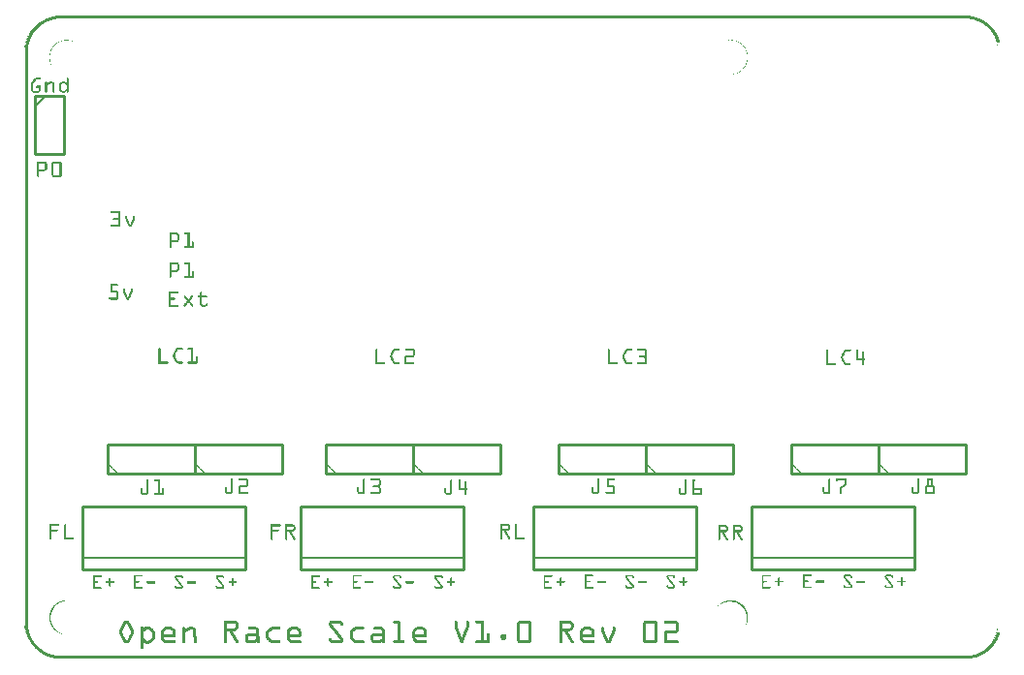
<source format=gto>
G04 MADE WITH FRITZING*
G04 WWW.FRITZING.ORG*
G04 DOUBLE SIDED*
G04 HOLES PLATED*
G04 CONTOUR ON CENTER OF CONTOUR VECTOR*
%ASAXBY*%
%FSLAX23Y23*%
%MOIN*%
%OFA0B0*%
%SFA1.0B1.0*%
%ADD10C,0.010000*%
%ADD11C,0.005000*%
%ADD12R,0.001000X0.001000*%
%LNSILK1*%
G90*
G70*
G54D10*
X2943Y638D02*
X3243Y638D01*
D02*
X3243Y638D02*
X3243Y738D01*
D02*
X3243Y738D02*
X2943Y738D01*
D02*
X2943Y738D02*
X2943Y638D01*
D02*
X2643Y638D02*
X2943Y638D01*
D02*
X2943Y638D02*
X2943Y738D01*
D02*
X2943Y738D02*
X2643Y738D01*
D02*
X2643Y738D02*
X2643Y638D01*
D02*
X2143Y638D02*
X2443Y638D01*
D02*
X2443Y638D02*
X2443Y738D01*
D02*
X2443Y738D02*
X2143Y738D01*
D02*
X2143Y738D02*
X2143Y638D01*
D02*
X1843Y638D02*
X2143Y638D01*
D02*
X2143Y638D02*
X2143Y738D01*
D02*
X2143Y738D02*
X1843Y738D01*
D02*
X1843Y738D02*
X1843Y638D01*
D02*
X1343Y638D02*
X1643Y638D01*
D02*
X1643Y638D02*
X1643Y738D01*
D02*
X1643Y738D02*
X1343Y738D01*
D02*
X1343Y738D02*
X1343Y638D01*
D02*
X1043Y638D02*
X1343Y638D01*
D02*
X1343Y638D02*
X1343Y738D01*
D02*
X1343Y738D02*
X1043Y738D01*
D02*
X1043Y738D02*
X1043Y638D01*
D02*
X593Y638D02*
X893Y638D01*
D02*
X893Y638D02*
X893Y738D01*
D02*
X893Y738D02*
X593Y738D01*
D02*
X593Y738D02*
X593Y638D01*
D02*
X293Y638D02*
X593Y638D01*
D02*
X593Y638D02*
X593Y738D01*
D02*
X593Y738D02*
X293Y738D01*
D02*
X293Y738D02*
X293Y638D01*
D02*
X767Y526D02*
X206Y526D01*
D02*
X206Y526D02*
X206Y310D01*
D02*
X206Y310D02*
X767Y310D01*
D02*
X767Y310D02*
X767Y526D01*
G54D11*
D02*
X206Y350D02*
X767Y350D01*
G54D10*
D02*
X3067Y526D02*
X2506Y526D01*
D02*
X2506Y526D02*
X2506Y310D01*
D02*
X2506Y310D02*
X3067Y310D01*
D02*
X3067Y310D02*
X3067Y526D01*
G54D11*
D02*
X2506Y350D02*
X3067Y350D01*
G54D10*
D02*
X1517Y526D02*
X956Y526D01*
D02*
X956Y526D02*
X956Y310D01*
D02*
X956Y310D02*
X1517Y310D01*
D02*
X1517Y310D02*
X1517Y526D01*
G54D11*
D02*
X956Y350D02*
X1517Y350D01*
G54D10*
D02*
X2317Y526D02*
X1756Y526D01*
D02*
X1756Y526D02*
X1756Y310D01*
D02*
X1756Y310D02*
X2317Y310D01*
D02*
X2317Y310D02*
X2317Y526D01*
G54D11*
D02*
X1756Y350D02*
X2317Y350D01*
G54D10*
D02*
X43Y1938D02*
X43Y1738D01*
D02*
X43Y1738D02*
X143Y1738D01*
D02*
X143Y1738D02*
X143Y1938D01*
D02*
X143Y1938D02*
X43Y1938D01*
G54D11*
D02*
X43Y1903D02*
X78Y1938D01*
G54D12*
X124Y2215D02*
X3250Y2215D01*
X114Y2214D02*
X3259Y2214D01*
X109Y2213D02*
X3265Y2213D01*
X104Y2212D02*
X3269Y2212D01*
X100Y2211D02*
X3273Y2211D01*
X97Y2210D02*
X3277Y2210D01*
X94Y2209D02*
X3280Y2209D01*
X91Y2208D02*
X3283Y2208D01*
X88Y2207D02*
X3285Y2207D01*
X86Y2206D02*
X3288Y2206D01*
X83Y2205D02*
X3290Y2205D01*
X81Y2204D02*
X117Y2204D01*
X3257Y2204D02*
X3292Y2204D01*
X79Y2203D02*
X110Y2203D01*
X3263Y2203D02*
X3295Y2203D01*
X77Y2202D02*
X105Y2202D01*
X3268Y2202D02*
X3297Y2202D01*
X75Y2201D02*
X101Y2201D01*
X3272Y2201D02*
X3298Y2201D01*
X73Y2200D02*
X98Y2200D01*
X3275Y2200D02*
X3300Y2200D01*
X71Y2199D02*
X95Y2199D01*
X3278Y2199D02*
X3302Y2199D01*
X69Y2198D02*
X92Y2198D01*
X3281Y2198D02*
X3304Y2198D01*
X68Y2197D02*
X90Y2197D01*
X3284Y2197D02*
X3306Y2197D01*
X66Y2196D02*
X87Y2196D01*
X3286Y2196D02*
X3307Y2196D01*
X65Y2195D02*
X85Y2195D01*
X3288Y2195D02*
X3309Y2195D01*
X63Y2194D02*
X83Y2194D01*
X3291Y2194D02*
X3310Y2194D01*
X61Y2193D02*
X81Y2193D01*
X3293Y2193D02*
X3312Y2193D01*
X60Y2192D02*
X79Y2192D01*
X3295Y2192D02*
X3313Y2192D01*
X58Y2191D02*
X77Y2191D01*
X3296Y2191D02*
X3314Y2191D01*
X57Y2190D02*
X75Y2190D01*
X3298Y2190D02*
X3316Y2190D01*
X56Y2189D02*
X73Y2189D01*
X3300Y2189D02*
X3317Y2189D01*
X54Y2188D02*
X72Y2188D01*
X3302Y2188D02*
X3318Y2188D01*
X53Y2187D02*
X70Y2187D01*
X3303Y2187D02*
X3320Y2187D01*
X52Y2186D02*
X69Y2186D01*
X3305Y2186D02*
X3321Y2186D01*
X50Y2185D02*
X67Y2185D01*
X3306Y2185D02*
X3322Y2185D01*
X49Y2184D02*
X66Y2184D01*
X3307Y2184D02*
X3323Y2184D01*
X48Y2183D02*
X65Y2183D01*
X3309Y2183D02*
X3324Y2183D01*
X47Y2182D02*
X63Y2182D01*
X3310Y2182D02*
X3325Y2182D01*
X46Y2181D02*
X62Y2181D01*
X3311Y2181D02*
X3326Y2181D01*
X45Y2180D02*
X61Y2180D01*
X3313Y2180D02*
X3327Y2180D01*
X44Y2179D02*
X59Y2179D01*
X3314Y2179D02*
X3328Y2179D01*
X43Y2178D02*
X58Y2178D01*
X3315Y2178D02*
X3329Y2178D01*
X42Y2177D02*
X57Y2177D01*
X3316Y2177D02*
X3330Y2177D01*
X41Y2176D02*
X56Y2176D01*
X3317Y2176D02*
X3331Y2176D01*
X40Y2175D02*
X55Y2175D01*
X3318Y2175D02*
X3332Y2175D01*
X39Y2174D02*
X54Y2174D01*
X3319Y2174D02*
X3333Y2174D01*
X38Y2173D02*
X53Y2173D01*
X3321Y2173D02*
X3334Y2173D01*
X37Y2172D02*
X52Y2172D01*
X3322Y2172D02*
X3335Y2172D01*
X36Y2171D02*
X36Y2171D01*
X38Y2171D02*
X51Y2171D01*
X3323Y2171D02*
X3336Y2171D01*
X35Y2170D02*
X50Y2170D01*
X3324Y2170D02*
X3337Y2170D01*
X34Y2169D02*
X49Y2169D01*
X3324Y2169D02*
X3337Y2169D01*
X34Y2168D02*
X48Y2168D01*
X3325Y2168D02*
X3338Y2168D01*
X33Y2167D02*
X47Y2167D01*
X3326Y2167D02*
X3339Y2167D01*
X32Y2166D02*
X32Y2166D01*
X34Y2166D02*
X46Y2166D01*
X3327Y2166D02*
X3340Y2166D01*
X31Y2165D02*
X31Y2165D01*
X33Y2165D02*
X45Y2165D01*
X3328Y2165D02*
X3340Y2165D01*
X30Y2164D02*
X44Y2164D01*
X3329Y2164D02*
X3341Y2164D01*
X30Y2163D02*
X30Y2163D01*
X32Y2163D02*
X44Y2163D01*
X3330Y2163D02*
X3342Y2163D01*
X29Y2162D02*
X29Y2162D01*
X31Y2162D02*
X43Y2162D01*
X3331Y2162D02*
X3343Y2162D01*
X28Y2161D02*
X28Y2161D01*
X30Y2161D02*
X42Y2161D01*
X3331Y2161D02*
X3343Y2161D01*
X28Y2160D02*
X41Y2160D01*
X3332Y2160D02*
X3344Y2160D01*
X27Y2159D02*
X27Y2159D01*
X29Y2159D02*
X40Y2159D01*
X3333Y2159D02*
X3345Y2159D01*
X26Y2158D02*
X26Y2158D01*
X28Y2158D02*
X40Y2158D01*
X3334Y2158D02*
X3345Y2158D01*
X26Y2157D02*
X26Y2157D01*
X28Y2157D02*
X39Y2157D01*
X3334Y2157D02*
X3346Y2157D01*
X25Y2156D02*
X25Y2156D01*
X27Y2156D02*
X38Y2156D01*
X3335Y2156D02*
X3346Y2156D01*
X24Y2155D02*
X24Y2155D01*
X26Y2155D02*
X37Y2155D01*
X3336Y2155D02*
X3347Y2155D01*
X24Y2154D02*
X24Y2154D01*
X26Y2154D02*
X37Y2154D01*
X3336Y2154D02*
X3348Y2154D01*
X23Y2153D02*
X23Y2153D01*
X25Y2153D02*
X36Y2153D01*
X3337Y2153D02*
X3348Y2153D01*
X23Y2152D02*
X23Y2152D01*
X25Y2152D02*
X36Y2152D01*
X3338Y2152D02*
X3349Y2152D01*
X22Y2151D02*
X22Y2151D01*
X24Y2151D02*
X35Y2151D01*
X3338Y2151D02*
X3349Y2151D01*
X21Y2150D02*
X34Y2150D01*
X3339Y2150D02*
X3350Y2150D01*
X21Y2149D02*
X21Y2149D01*
X23Y2149D02*
X34Y2149D01*
X3339Y2149D02*
X3350Y2149D01*
X20Y2148D02*
X20Y2148D01*
X22Y2148D02*
X33Y2148D01*
X3340Y2148D02*
X3351Y2148D01*
X20Y2147D02*
X20Y2147D01*
X22Y2147D02*
X33Y2147D01*
X3340Y2147D02*
X3351Y2147D01*
X19Y2146D02*
X19Y2146D01*
X21Y2146D02*
X32Y2146D01*
X3341Y2146D02*
X3352Y2146D01*
X19Y2145D02*
X19Y2145D01*
X21Y2145D02*
X31Y2145D01*
X3341Y2145D02*
X3352Y2145D01*
X18Y2144D02*
X18Y2144D01*
X20Y2144D02*
X31Y2144D01*
X3342Y2144D02*
X3353Y2144D01*
X18Y2143D02*
X18Y2143D01*
X20Y2143D02*
X30Y2143D01*
X3342Y2143D02*
X3353Y2143D01*
X17Y2142D02*
X18Y2142D01*
X20Y2142D02*
X30Y2142D01*
X3343Y2142D02*
X3354Y2142D01*
X17Y2141D02*
X17Y2141D01*
X19Y2141D02*
X29Y2141D01*
X3343Y2141D02*
X3354Y2141D01*
X17Y2140D02*
X17Y2140D01*
X19Y2140D02*
X29Y2140D01*
X3344Y2140D02*
X3355Y2140D01*
X16Y2139D02*
X16Y2139D01*
X18Y2139D02*
X28Y2139D01*
X3344Y2139D02*
X3355Y2139D01*
X16Y2138D02*
X16Y2138D01*
X18Y2138D02*
X28Y2138D01*
X3344Y2138D02*
X3355Y2138D01*
X15Y2137D02*
X15Y2137D01*
X17Y2137D02*
X28Y2137D01*
X3345Y2137D02*
X3356Y2137D01*
X15Y2136D02*
X15Y2136D01*
X17Y2136D02*
X27Y2136D01*
X3345Y2136D02*
X3356Y2136D01*
X15Y2135D02*
X15Y2135D01*
X17Y2135D02*
X27Y2135D01*
X3346Y2135D02*
X3357Y2135D01*
X14Y2134D02*
X14Y2134D01*
X16Y2134D02*
X26Y2134D01*
X3346Y2134D02*
X3357Y2134D01*
X14Y2133D02*
X14Y2133D01*
X16Y2133D02*
X26Y2133D01*
X3346Y2133D02*
X3357Y2133D01*
X13Y2132D02*
X14Y2132D01*
X16Y2132D02*
X25Y2132D01*
X3347Y2132D02*
X3358Y2132D01*
X13Y2131D02*
X13Y2131D01*
X15Y2131D02*
X25Y2131D01*
X143Y2131D02*
X159Y2131D01*
X2427Y2131D02*
X2428Y2131D01*
X2438Y2131D02*
X2443Y2131D01*
X3347Y2131D02*
X3358Y2131D01*
X13Y2130D02*
X13Y2130D01*
X15Y2130D02*
X25Y2130D01*
X138Y2130D02*
X145Y2130D01*
X160Y2130D02*
X164Y2130D01*
X2445Y2130D02*
X2448Y2130D01*
X3347Y2130D02*
X3347Y2130D01*
X3349Y2130D02*
X3358Y2130D01*
X12Y2129D02*
X13Y2129D01*
X15Y2129D02*
X24Y2129D01*
X134Y2129D02*
X140Y2129D01*
X166Y2129D02*
X168Y2129D01*
X2449Y2129D02*
X2452Y2129D01*
X3348Y2129D02*
X3359Y2129D01*
X12Y2128D02*
X12Y2128D01*
X14Y2128D02*
X24Y2128D01*
X132Y2128D02*
X136Y2128D01*
X170Y2128D02*
X171Y2128D01*
X2452Y2128D02*
X2454Y2128D01*
X3348Y2128D02*
X3359Y2128D01*
X12Y2127D02*
X12Y2127D01*
X14Y2127D02*
X24Y2127D01*
X129Y2127D02*
X133Y2127D01*
X173Y2127D02*
X174Y2127D01*
X2455Y2127D02*
X2457Y2127D01*
X3348Y2127D02*
X3348Y2127D01*
X3350Y2127D02*
X3359Y2127D01*
X12Y2126D02*
X12Y2126D01*
X14Y2126D02*
X23Y2126D01*
X127Y2126D02*
X130Y2126D01*
X175Y2126D02*
X176Y2126D01*
X2457Y2126D02*
X2459Y2126D01*
X3349Y2126D02*
X3360Y2126D01*
X11Y2125D02*
X11Y2125D01*
X13Y2125D02*
X23Y2125D01*
X125Y2125D02*
X128Y2125D01*
X178Y2125D02*
X178Y2125D01*
X2459Y2125D02*
X2461Y2125D01*
X3349Y2125D02*
X3360Y2125D01*
X11Y2124D02*
X11Y2124D01*
X13Y2124D02*
X23Y2124D01*
X123Y2124D02*
X126Y2124D01*
X180Y2124D02*
X180Y2124D01*
X2461Y2124D02*
X2463Y2124D01*
X3349Y2124D02*
X3349Y2124D01*
X3351Y2124D02*
X3360Y2124D01*
X11Y2123D02*
X11Y2123D01*
X13Y2123D02*
X23Y2123D01*
X121Y2123D02*
X124Y2123D01*
X2463Y2123D02*
X2465Y2123D01*
X3349Y2123D02*
X3349Y2123D01*
X3351Y2123D02*
X3360Y2123D01*
X10Y2122D02*
X11Y2122D01*
X13Y2122D02*
X22Y2122D01*
X119Y2122D02*
X122Y2122D01*
X183Y2122D02*
X183Y2122D01*
X2465Y2122D02*
X2467Y2122D01*
X10Y2121D02*
X10Y2121D01*
X12Y2121D02*
X22Y2121D01*
X118Y2121D02*
X120Y2121D01*
X185Y2121D02*
X185Y2121D01*
X2466Y2121D02*
X2468Y2121D01*
X10Y2120D02*
X10Y2120D01*
X12Y2120D02*
X22Y2120D01*
X117Y2120D02*
X119Y2120D01*
X2468Y2120D02*
X2469Y2120D01*
X3350Y2120D02*
X3350Y2120D01*
X10Y2119D02*
X10Y2119D01*
X12Y2119D02*
X21Y2119D01*
X115Y2119D02*
X117Y2119D01*
X2469Y2119D02*
X2471Y2119D01*
X3350Y2119D02*
X3350Y2119D01*
X10Y2118D02*
X10Y2118D01*
X12Y2118D02*
X21Y2118D01*
X114Y2118D02*
X116Y2118D01*
X189Y2118D02*
X189Y2118D01*
X2470Y2118D02*
X2472Y2118D01*
X9Y2117D02*
X9Y2117D01*
X11Y2117D02*
X21Y2117D01*
X113Y2117D02*
X115Y2117D01*
X2472Y2117D02*
X2473Y2117D01*
X9Y2116D02*
X9Y2116D01*
X11Y2116D02*
X21Y2116D01*
X112Y2116D02*
X114Y2116D01*
X2473Y2116D02*
X2474Y2116D01*
X3351Y2116D02*
X3351Y2116D01*
X9Y2115D02*
X9Y2115D01*
X11Y2115D02*
X21Y2115D01*
X111Y2115D02*
X112Y2115D01*
X2474Y2115D02*
X2475Y2115D01*
X3351Y2115D02*
X3351Y2115D01*
X9Y2114D02*
X9Y2114D01*
X11Y2114D02*
X20Y2114D01*
X110Y2114D02*
X111Y2114D01*
X2475Y2114D02*
X2476Y2114D01*
X3351Y2114D02*
X3351Y2114D01*
X9Y2113D02*
X9Y2113D01*
X11Y2113D02*
X20Y2113D01*
X109Y2113D02*
X110Y2113D01*
X2476Y2113D02*
X2477Y2113D01*
X8Y2112D02*
X8Y2112D01*
X10Y2112D02*
X20Y2112D01*
X108Y2112D02*
X109Y2112D01*
X2477Y2112D02*
X2478Y2112D01*
X8Y2111D02*
X8Y2111D01*
X10Y2111D02*
X20Y2111D01*
X107Y2111D02*
X108Y2111D01*
X2478Y2111D02*
X2479Y2111D01*
X8Y2110D02*
X8Y2110D01*
X10Y2110D02*
X20Y2110D01*
X106Y2110D02*
X107Y2110D01*
X2479Y2110D02*
X2480Y2110D01*
X3352Y2110D02*
X3352Y2110D01*
X8Y2109D02*
X8Y2109D01*
X10Y2109D02*
X19Y2109D01*
X105Y2109D02*
X107Y2109D01*
X2479Y2109D02*
X2481Y2109D01*
X3352Y2109D02*
X3352Y2109D01*
X8Y2108D02*
X8Y2108D01*
X10Y2108D02*
X19Y2108D01*
X104Y2108D02*
X106Y2108D01*
X2480Y2108D02*
X2481Y2108D01*
X3352Y2108D02*
X3352Y2108D01*
X8Y2107D02*
X8Y2107D01*
X10Y2107D02*
X19Y2107D01*
X104Y2107D02*
X105Y2107D01*
X2481Y2107D02*
X2482Y2107D01*
X3352Y2107D02*
X3352Y2107D01*
X8Y2106D02*
X8Y2106D01*
X10Y2106D02*
X19Y2106D01*
X103Y2106D02*
X104Y2106D01*
X2482Y2106D02*
X2483Y2106D01*
X8Y2105D02*
X8Y2105D01*
X10Y2105D02*
X19Y2105D01*
X102Y2105D02*
X104Y2105D01*
X2482Y2105D02*
X2484Y2105D01*
X7Y2104D02*
X7Y2104D01*
X9Y2104D02*
X19Y2104D01*
X102Y2104D02*
X103Y2104D01*
X2483Y2104D02*
X2484Y2104D01*
X7Y2103D02*
X7Y2103D01*
X9Y2103D02*
X19Y2103D01*
X101Y2103D02*
X102Y2103D01*
X2484Y2103D02*
X2485Y2103D01*
X3353Y2103D02*
X3353Y2103D01*
X7Y2102D02*
X7Y2102D01*
X9Y2102D02*
X19Y2102D01*
X101Y2102D02*
X102Y2102D01*
X2484Y2102D02*
X2485Y2102D01*
X3353Y2102D02*
X3353Y2102D01*
X7Y2101D02*
X7Y2101D01*
X9Y2101D02*
X19Y2101D01*
X100Y2101D02*
X101Y2101D01*
X2485Y2101D02*
X2486Y2101D01*
X3353Y2101D02*
X3353Y2101D01*
X7Y2100D02*
X7Y2100D01*
X9Y2100D02*
X19Y2100D01*
X99Y2100D02*
X101Y2100D01*
X2485Y2100D02*
X2487Y2100D01*
X3353Y2100D02*
X3353Y2100D01*
X7Y2099D02*
X7Y2099D01*
X9Y2099D02*
X18Y2099D01*
X99Y2099D02*
X100Y2099D01*
X2486Y2099D02*
X2487Y2099D01*
X3353Y2099D02*
X3353Y2099D01*
X7Y2098D02*
X7Y2098D01*
X9Y2098D02*
X18Y2098D01*
X98Y2098D02*
X100Y2098D01*
X2486Y2098D02*
X2487Y2098D01*
X3353Y2098D02*
X3353Y2098D01*
X7Y2097D02*
X7Y2097D01*
X9Y2097D02*
X18Y2097D01*
X98Y2097D02*
X99Y2097D01*
X2487Y2097D02*
X2488Y2097D01*
X3353Y2097D02*
X3353Y2097D01*
X7Y2096D02*
X7Y2096D01*
X9Y2096D02*
X18Y2096D01*
X97Y2096D02*
X99Y2096D01*
X2487Y2096D02*
X2488Y2096D01*
X3353Y2096D02*
X3353Y2096D01*
X7Y2095D02*
X7Y2095D01*
X9Y2095D02*
X18Y2095D01*
X97Y2095D02*
X98Y2095D01*
X2488Y2095D02*
X2489Y2095D01*
X3353Y2095D02*
X3353Y2095D01*
X7Y2094D02*
X7Y2094D01*
X9Y2094D02*
X18Y2094D01*
X97Y2094D02*
X98Y2094D01*
X2488Y2094D02*
X2489Y2094D01*
X3353Y2094D02*
X3353Y2094D01*
X7Y2093D02*
X7Y2093D01*
X9Y2093D02*
X18Y2093D01*
X96Y2093D02*
X97Y2093D01*
X2488Y2093D02*
X2490Y2093D01*
X3353Y2093D02*
X3353Y2093D01*
X7Y2092D02*
X7Y2092D01*
X9Y2092D02*
X18Y2092D01*
X96Y2092D02*
X97Y2092D01*
X2489Y2092D02*
X2490Y2092D01*
X3353Y2092D02*
X3353Y2092D01*
X7Y2091D02*
X7Y2091D01*
X9Y2091D02*
X18Y2091D01*
X96Y2091D02*
X97Y2091D01*
X2489Y2091D02*
X2490Y2091D01*
X3353Y2091D02*
X3353Y2091D01*
X7Y2090D02*
X7Y2090D01*
X9Y2090D02*
X18Y2090D01*
X95Y2090D02*
X96Y2090D01*
X2490Y2090D02*
X2491Y2090D01*
X3353Y2090D02*
X3353Y2090D01*
X7Y2089D02*
X7Y2089D01*
X9Y2089D02*
X18Y2089D01*
X95Y2089D02*
X96Y2089D01*
X2490Y2089D02*
X2491Y2089D01*
X3353Y2089D02*
X3353Y2089D01*
X7Y2088D02*
X7Y2088D01*
X9Y2088D02*
X18Y2088D01*
X95Y2088D02*
X96Y2088D01*
X2490Y2088D02*
X2491Y2088D01*
X3353Y2088D02*
X3353Y2088D01*
X7Y2087D02*
X7Y2087D01*
X9Y2087D02*
X18Y2087D01*
X94Y2087D02*
X95Y2087D01*
X2490Y2087D02*
X2492Y2087D01*
X3353Y2087D02*
X3353Y2087D01*
X7Y2086D02*
X7Y2086D01*
X9Y2086D02*
X18Y2086D01*
X94Y2086D02*
X95Y2086D01*
X2491Y2086D02*
X2492Y2086D01*
X3353Y2086D02*
X3353Y2086D01*
X7Y2085D02*
X7Y2085D01*
X9Y2085D02*
X18Y2085D01*
X94Y2085D02*
X95Y2085D01*
X2491Y2085D02*
X2492Y2085D01*
X3353Y2085D02*
X3353Y2085D01*
X7Y2084D02*
X7Y2084D01*
X9Y2084D02*
X18Y2084D01*
X94Y2084D02*
X94Y2084D01*
X2491Y2084D02*
X2492Y2084D01*
X3353Y2084D02*
X3353Y2084D01*
X7Y2083D02*
X7Y2083D01*
X9Y2083D02*
X18Y2083D01*
X94Y2083D02*
X94Y2083D01*
X2491Y2083D02*
X2492Y2083D01*
X3353Y2083D02*
X3353Y2083D01*
X7Y2082D02*
X7Y2082D01*
X9Y2082D02*
X18Y2082D01*
X93Y2082D02*
X94Y2082D01*
X2491Y2082D02*
X2493Y2082D01*
X3353Y2082D02*
X3353Y2082D01*
X7Y2081D02*
X7Y2081D01*
X9Y2081D02*
X18Y2081D01*
X93Y2081D02*
X94Y2081D01*
X2492Y2081D02*
X2493Y2081D01*
X3353Y2081D02*
X3353Y2081D01*
X7Y2080D02*
X7Y2080D01*
X9Y2080D02*
X18Y2080D01*
X93Y2080D02*
X94Y2080D01*
X2492Y2080D02*
X2493Y2080D01*
X3353Y2080D02*
X3353Y2080D01*
X7Y2079D02*
X7Y2079D01*
X9Y2079D02*
X18Y2079D01*
X93Y2079D02*
X94Y2079D01*
X2492Y2079D02*
X2493Y2079D01*
X3353Y2079D02*
X3353Y2079D01*
X7Y2078D02*
X7Y2078D01*
X9Y2078D02*
X18Y2078D01*
X93Y2078D02*
X93Y2078D01*
X2492Y2078D02*
X2493Y2078D01*
X3353Y2078D02*
X3353Y2078D01*
X7Y2077D02*
X7Y2077D01*
X9Y2077D02*
X18Y2077D01*
X93Y2077D02*
X93Y2077D01*
X2492Y2077D02*
X2493Y2077D01*
X3353Y2077D02*
X3353Y2077D01*
X7Y2076D02*
X7Y2076D01*
X9Y2076D02*
X18Y2076D01*
X93Y2076D02*
X93Y2076D01*
X2492Y2076D02*
X2493Y2076D01*
X3353Y2076D02*
X3353Y2076D01*
X7Y2075D02*
X7Y2075D01*
X9Y2075D02*
X18Y2075D01*
X93Y2075D02*
X93Y2075D01*
X2492Y2075D02*
X2493Y2075D01*
X3353Y2075D02*
X3353Y2075D01*
X7Y2074D02*
X7Y2074D01*
X9Y2074D02*
X18Y2074D01*
X93Y2074D02*
X93Y2074D01*
X2492Y2074D02*
X2493Y2074D01*
X3353Y2074D02*
X3353Y2074D01*
X7Y2073D02*
X7Y2073D01*
X9Y2073D02*
X18Y2073D01*
X92Y2073D02*
X93Y2073D01*
X2492Y2073D02*
X2493Y2073D01*
X3353Y2073D02*
X3353Y2073D01*
X7Y2072D02*
X7Y2072D01*
X9Y2072D02*
X18Y2072D01*
X92Y2072D02*
X93Y2072D01*
X2492Y2072D02*
X2493Y2072D01*
X3353Y2072D02*
X3353Y2072D01*
X7Y2071D02*
X7Y2071D01*
X9Y2071D02*
X18Y2071D01*
X93Y2071D02*
X93Y2071D01*
X2492Y2071D02*
X2493Y2071D01*
X3353Y2071D02*
X3353Y2071D01*
X7Y2070D02*
X7Y2070D01*
X9Y2070D02*
X18Y2070D01*
X93Y2070D02*
X93Y2070D01*
X2492Y2070D02*
X2493Y2070D01*
X3353Y2070D02*
X3353Y2070D01*
X7Y2069D02*
X7Y2069D01*
X9Y2069D02*
X18Y2069D01*
X93Y2069D02*
X93Y2069D01*
X2492Y2069D02*
X2493Y2069D01*
X3353Y2069D02*
X3353Y2069D01*
X7Y2068D02*
X7Y2068D01*
X9Y2068D02*
X18Y2068D01*
X93Y2068D02*
X93Y2068D01*
X2492Y2068D02*
X2493Y2068D01*
X3353Y2068D02*
X3353Y2068D01*
X7Y2067D02*
X7Y2067D01*
X9Y2067D02*
X18Y2067D01*
X93Y2067D02*
X93Y2067D01*
X2492Y2067D02*
X2493Y2067D01*
X3353Y2067D02*
X3353Y2067D01*
X7Y2066D02*
X7Y2066D01*
X9Y2066D02*
X18Y2066D01*
X93Y2066D02*
X93Y2066D01*
X2492Y2066D02*
X2493Y2066D01*
X3353Y2066D02*
X3353Y2066D01*
X7Y2065D02*
X7Y2065D01*
X9Y2065D02*
X18Y2065D01*
X93Y2065D02*
X93Y2065D01*
X2492Y2065D02*
X2493Y2065D01*
X3353Y2065D02*
X3353Y2065D01*
X7Y2064D02*
X7Y2064D01*
X9Y2064D02*
X18Y2064D01*
X93Y2064D02*
X94Y2064D01*
X2492Y2064D02*
X2493Y2064D01*
X3353Y2064D02*
X3353Y2064D01*
X7Y2063D02*
X7Y2063D01*
X9Y2063D02*
X18Y2063D01*
X93Y2063D02*
X94Y2063D01*
X2492Y2063D02*
X2493Y2063D01*
X3353Y2063D02*
X3353Y2063D01*
X7Y2062D02*
X7Y2062D01*
X9Y2062D02*
X18Y2062D01*
X93Y2062D02*
X94Y2062D01*
X2491Y2062D02*
X2492Y2062D01*
X3353Y2062D02*
X3353Y2062D01*
X7Y2061D02*
X7Y2061D01*
X9Y2061D02*
X18Y2061D01*
X94Y2061D02*
X94Y2061D01*
X2491Y2061D02*
X2492Y2061D01*
X3353Y2061D02*
X3353Y2061D01*
X7Y2060D02*
X7Y2060D01*
X9Y2060D02*
X18Y2060D01*
X94Y2060D02*
X94Y2060D01*
X2491Y2060D02*
X2492Y2060D01*
X3353Y2060D02*
X3353Y2060D01*
X7Y2059D02*
X7Y2059D01*
X9Y2059D02*
X18Y2059D01*
X94Y2059D02*
X94Y2059D01*
X2491Y2059D02*
X2492Y2059D01*
X3353Y2059D02*
X3353Y2059D01*
X7Y2058D02*
X7Y2058D01*
X9Y2058D02*
X18Y2058D01*
X94Y2058D02*
X95Y2058D01*
X2491Y2058D02*
X2492Y2058D01*
X3353Y2058D02*
X3353Y2058D01*
X7Y2057D02*
X7Y2057D01*
X9Y2057D02*
X18Y2057D01*
X95Y2057D02*
X95Y2057D01*
X2490Y2057D02*
X2491Y2057D01*
X3353Y2057D02*
X3353Y2057D01*
X7Y2056D02*
X7Y2056D01*
X9Y2056D02*
X18Y2056D01*
X95Y2056D02*
X95Y2056D01*
X2490Y2056D02*
X2491Y2056D01*
X3353Y2056D02*
X3353Y2056D01*
X7Y2055D02*
X7Y2055D01*
X9Y2055D02*
X18Y2055D01*
X95Y2055D02*
X95Y2055D01*
X2490Y2055D02*
X2491Y2055D01*
X3353Y2055D02*
X3353Y2055D01*
X7Y2054D02*
X7Y2054D01*
X9Y2054D02*
X18Y2054D01*
X96Y2054D02*
X96Y2054D01*
X2489Y2054D02*
X2490Y2054D01*
X3353Y2054D02*
X3353Y2054D01*
X7Y2053D02*
X7Y2053D01*
X9Y2053D02*
X18Y2053D01*
X96Y2053D02*
X96Y2053D01*
X2489Y2053D02*
X2490Y2053D01*
X3353Y2053D02*
X3353Y2053D01*
X7Y2052D02*
X7Y2052D01*
X9Y2052D02*
X18Y2052D01*
X96Y2052D02*
X96Y2052D01*
X2489Y2052D02*
X2490Y2052D01*
X3353Y2052D02*
X3353Y2052D01*
X7Y2051D02*
X7Y2051D01*
X9Y2051D02*
X18Y2051D01*
X97Y2051D02*
X97Y2051D01*
X2488Y2051D02*
X2489Y2051D01*
X3353Y2051D02*
X3353Y2051D01*
X7Y2050D02*
X7Y2050D01*
X9Y2050D02*
X18Y2050D01*
X97Y2050D02*
X97Y2050D01*
X2488Y2050D02*
X2489Y2050D01*
X3353Y2050D02*
X3353Y2050D01*
X7Y2049D02*
X7Y2049D01*
X9Y2049D02*
X18Y2049D01*
X97Y2049D02*
X98Y2049D01*
X2488Y2049D02*
X2489Y2049D01*
X3353Y2049D02*
X3353Y2049D01*
X7Y2048D02*
X7Y2048D01*
X9Y2048D02*
X18Y2048D01*
X98Y2048D02*
X98Y2048D01*
X2487Y2048D02*
X2488Y2048D01*
X3353Y2048D02*
X3353Y2048D01*
X7Y2047D02*
X7Y2047D01*
X9Y2047D02*
X18Y2047D01*
X98Y2047D02*
X98Y2047D01*
X2487Y2047D02*
X2488Y2047D01*
X3353Y2047D02*
X3353Y2047D01*
X7Y2046D02*
X7Y2046D01*
X9Y2046D02*
X18Y2046D01*
X99Y2046D02*
X99Y2046D01*
X2486Y2046D02*
X2487Y2046D01*
X3353Y2046D02*
X3353Y2046D01*
X7Y2045D02*
X7Y2045D01*
X9Y2045D02*
X18Y2045D01*
X99Y2045D02*
X99Y2045D01*
X2486Y2045D02*
X2487Y2045D01*
X3353Y2045D02*
X3353Y2045D01*
X7Y2044D02*
X7Y2044D01*
X9Y2044D02*
X18Y2044D01*
X100Y2044D02*
X100Y2044D01*
X2485Y2044D02*
X2486Y2044D01*
X3353Y2044D02*
X3353Y2044D01*
X7Y2043D02*
X7Y2043D01*
X9Y2043D02*
X18Y2043D01*
X100Y2043D02*
X100Y2043D01*
X2485Y2043D02*
X2486Y2043D01*
X3353Y2043D02*
X3353Y2043D01*
X7Y2042D02*
X7Y2042D01*
X9Y2042D02*
X18Y2042D01*
X101Y2042D02*
X101Y2042D01*
X2484Y2042D02*
X2485Y2042D01*
X3353Y2042D02*
X3353Y2042D01*
X7Y2041D02*
X7Y2041D01*
X9Y2041D02*
X18Y2041D01*
X102Y2041D02*
X102Y2041D01*
X2483Y2041D02*
X2484Y2041D01*
X3353Y2041D02*
X3353Y2041D01*
X7Y2040D02*
X7Y2040D01*
X9Y2040D02*
X18Y2040D01*
X102Y2040D02*
X102Y2040D01*
X2483Y2040D02*
X2484Y2040D01*
X3353Y2040D02*
X3353Y2040D01*
X7Y2039D02*
X7Y2039D01*
X9Y2039D02*
X18Y2039D01*
X103Y2039D02*
X103Y2039D01*
X2482Y2039D02*
X2483Y2039D01*
X3353Y2039D02*
X3353Y2039D01*
X7Y2038D02*
X7Y2038D01*
X9Y2038D02*
X18Y2038D01*
X2481Y2038D02*
X2482Y2038D01*
X3353Y2038D02*
X3353Y2038D01*
X7Y2037D02*
X7Y2037D01*
X9Y2037D02*
X18Y2037D01*
X104Y2037D02*
X104Y2037D01*
X2481Y2037D02*
X2482Y2037D01*
X3353Y2037D02*
X3353Y2037D01*
X7Y2036D02*
X7Y2036D01*
X9Y2036D02*
X18Y2036D01*
X105Y2036D02*
X105Y2036D01*
X2480Y2036D02*
X2481Y2036D01*
X3353Y2036D02*
X3353Y2036D01*
X7Y2035D02*
X7Y2035D01*
X9Y2035D02*
X18Y2035D01*
X106Y2035D02*
X106Y2035D01*
X2479Y2035D02*
X2480Y2035D01*
X3353Y2035D02*
X3353Y2035D01*
X7Y2034D02*
X7Y2034D01*
X9Y2034D02*
X18Y2034D01*
X2478Y2034D02*
X2479Y2034D01*
X3353Y2034D02*
X3353Y2034D01*
X7Y2033D02*
X7Y2033D01*
X9Y2033D02*
X18Y2033D01*
X2477Y2033D02*
X2478Y2033D01*
X3353Y2033D02*
X3353Y2033D01*
X7Y2032D02*
X7Y2032D01*
X9Y2032D02*
X18Y2032D01*
X108Y2032D02*
X108Y2032D01*
X2477Y2032D02*
X2478Y2032D01*
X3353Y2032D02*
X3353Y2032D01*
X7Y2031D02*
X7Y2031D01*
X9Y2031D02*
X18Y2031D01*
X109Y2031D02*
X109Y2031D01*
X2476Y2031D02*
X2477Y2031D01*
X3353Y2031D02*
X3353Y2031D01*
X7Y2030D02*
X7Y2030D01*
X9Y2030D02*
X18Y2030D01*
X110Y2030D02*
X110Y2030D01*
X2475Y2030D02*
X2476Y2030D01*
X3353Y2030D02*
X3353Y2030D01*
X7Y2029D02*
X7Y2029D01*
X9Y2029D02*
X18Y2029D01*
X111Y2029D02*
X111Y2029D01*
X2474Y2029D02*
X2475Y2029D01*
X3353Y2029D02*
X3353Y2029D01*
X7Y2028D02*
X7Y2028D01*
X9Y2028D02*
X18Y2028D01*
X2472Y2028D02*
X2473Y2028D01*
X3353Y2028D02*
X3353Y2028D01*
X7Y2027D02*
X7Y2027D01*
X9Y2027D02*
X18Y2027D01*
X2471Y2027D02*
X2472Y2027D01*
X3353Y2027D02*
X3353Y2027D01*
X7Y2026D02*
X7Y2026D01*
X9Y2026D02*
X18Y2026D01*
X2470Y2026D02*
X2471Y2026D01*
X3353Y2026D02*
X3353Y2026D01*
X7Y2025D02*
X7Y2025D01*
X9Y2025D02*
X18Y2025D01*
X116Y2025D02*
X116Y2025D01*
X2469Y2025D02*
X2470Y2025D01*
X3353Y2025D02*
X3353Y2025D01*
X7Y2024D02*
X7Y2024D01*
X9Y2024D02*
X18Y2024D01*
X2467Y2024D02*
X2468Y2024D01*
X3353Y2024D02*
X3353Y2024D01*
X7Y2023D02*
X7Y2023D01*
X9Y2023D02*
X18Y2023D01*
X2466Y2023D02*
X2467Y2023D01*
X3353Y2023D02*
X3353Y2023D01*
X7Y2022D02*
X7Y2022D01*
X9Y2022D02*
X18Y2022D01*
X2464Y2022D02*
X2465Y2022D01*
X3353Y2022D02*
X3353Y2022D01*
X7Y2021D02*
X7Y2021D01*
X9Y2021D02*
X18Y2021D01*
X2463Y2021D02*
X2464Y2021D01*
X3353Y2021D02*
X3353Y2021D01*
X7Y2020D02*
X7Y2020D01*
X9Y2020D02*
X18Y2020D01*
X2461Y2020D02*
X2462Y2020D01*
X3353Y2020D02*
X3353Y2020D01*
X7Y2019D02*
X7Y2019D01*
X9Y2019D02*
X18Y2019D01*
X2459Y2019D02*
X2460Y2019D01*
X3353Y2019D02*
X3353Y2019D01*
X7Y2018D02*
X7Y2018D01*
X9Y2018D02*
X18Y2018D01*
X2457Y2018D02*
X2458Y2018D01*
X3353Y2018D02*
X3353Y2018D01*
X7Y2017D02*
X7Y2017D01*
X9Y2017D02*
X18Y2017D01*
X2454Y2017D02*
X2455Y2017D01*
X3353Y2017D02*
X3353Y2017D01*
X7Y2016D02*
X7Y2016D01*
X9Y2016D02*
X18Y2016D01*
X2451Y2016D02*
X2452Y2016D01*
X3353Y2016D02*
X3353Y2016D01*
X7Y2015D02*
X7Y2015D01*
X9Y2015D02*
X18Y2015D01*
X2448Y2015D02*
X2449Y2015D01*
X3353Y2015D02*
X3353Y2015D01*
X7Y2014D02*
X7Y2014D01*
X9Y2014D02*
X18Y2014D01*
X2443Y2014D02*
X2444Y2014D01*
X3353Y2014D02*
X3353Y2014D01*
X7Y2013D02*
X7Y2013D01*
X9Y2013D02*
X18Y2013D01*
X3353Y2013D02*
X3353Y2013D01*
X7Y2012D02*
X7Y2012D01*
X9Y2012D02*
X18Y2012D01*
X3353Y2012D02*
X3353Y2012D01*
X7Y2011D02*
X7Y2011D01*
X9Y2011D02*
X18Y2011D01*
X3353Y2011D02*
X3353Y2011D01*
X7Y2010D02*
X7Y2010D01*
X9Y2010D02*
X18Y2010D01*
X3353Y2010D02*
X3353Y2010D01*
X7Y2009D02*
X7Y2009D01*
X9Y2009D02*
X18Y2009D01*
X3353Y2009D02*
X3353Y2009D01*
X7Y2008D02*
X7Y2008D01*
X9Y2008D02*
X18Y2008D01*
X3353Y2008D02*
X3353Y2008D01*
X7Y2007D02*
X7Y2007D01*
X9Y2007D02*
X18Y2007D01*
X3353Y2007D02*
X3353Y2007D01*
X7Y2006D02*
X7Y2006D01*
X9Y2006D02*
X18Y2006D01*
X3353Y2006D02*
X3353Y2006D01*
X7Y2005D02*
X7Y2005D01*
X9Y2005D02*
X18Y2005D01*
X3353Y2005D02*
X3353Y2005D01*
X7Y2004D02*
X7Y2004D01*
X9Y2004D02*
X18Y2004D01*
X3353Y2004D02*
X3353Y2004D01*
X7Y2003D02*
X7Y2003D01*
X9Y2003D02*
X18Y2003D01*
X3353Y2003D02*
X3353Y2003D01*
X7Y2002D02*
X7Y2002D01*
X9Y2002D02*
X18Y2002D01*
X47Y2002D02*
X60Y2002D01*
X154Y2002D02*
X156Y2002D01*
X3353Y2002D02*
X3353Y2002D01*
X7Y2001D02*
X7Y2001D01*
X9Y2001D02*
X18Y2001D01*
X45Y2001D02*
X62Y2001D01*
X153Y2001D02*
X157Y2001D01*
X3353Y2001D02*
X3353Y2001D01*
X7Y2000D02*
X7Y2000D01*
X9Y2000D02*
X18Y2000D01*
X43Y2000D02*
X62Y2000D01*
X153Y2000D02*
X158Y2000D01*
X3353Y2000D02*
X3353Y2000D01*
X7Y1999D02*
X7Y1999D01*
X9Y1999D02*
X18Y1999D01*
X42Y1999D02*
X62Y1999D01*
X152Y1999D02*
X158Y1999D01*
X3353Y1999D02*
X3353Y1999D01*
X7Y1998D02*
X7Y1998D01*
X9Y1998D02*
X18Y1998D01*
X41Y1998D02*
X62Y1998D01*
X152Y1998D02*
X158Y1998D01*
X3353Y1998D02*
X3353Y1998D01*
X7Y1997D02*
X7Y1997D01*
X9Y1997D02*
X18Y1997D01*
X41Y1997D02*
X61Y1997D01*
X152Y1997D02*
X158Y1997D01*
X3353Y1997D02*
X3353Y1997D01*
X7Y1996D02*
X7Y1996D01*
X9Y1996D02*
X18Y1996D01*
X40Y1996D02*
X60Y1996D01*
X152Y1996D02*
X158Y1996D01*
X3353Y1996D02*
X3353Y1996D01*
X7Y1995D02*
X7Y1995D01*
X9Y1995D02*
X18Y1995D01*
X39Y1995D02*
X47Y1995D01*
X152Y1995D02*
X158Y1995D01*
X3353Y1995D02*
X3353Y1995D01*
X7Y1994D02*
X7Y1994D01*
X9Y1994D02*
X18Y1994D01*
X38Y1994D02*
X46Y1994D01*
X152Y1994D02*
X158Y1994D01*
X3353Y1994D02*
X3353Y1994D01*
X7Y1993D02*
X7Y1993D01*
X9Y1993D02*
X18Y1993D01*
X38Y1993D02*
X45Y1993D01*
X152Y1993D02*
X158Y1993D01*
X3353Y1993D02*
X3353Y1993D01*
X7Y1992D02*
X7Y1992D01*
X9Y1992D02*
X18Y1992D01*
X37Y1992D02*
X44Y1992D01*
X152Y1992D02*
X158Y1992D01*
X3353Y1992D02*
X3353Y1992D01*
X7Y1991D02*
X7Y1991D01*
X9Y1991D02*
X18Y1991D01*
X36Y1991D02*
X44Y1991D01*
X152Y1991D02*
X158Y1991D01*
X3353Y1991D02*
X3353Y1991D01*
X7Y1990D02*
X7Y1990D01*
X9Y1990D02*
X18Y1990D01*
X35Y1990D02*
X43Y1990D01*
X152Y1990D02*
X158Y1990D01*
X3353Y1990D02*
X3353Y1990D01*
X7Y1989D02*
X7Y1989D01*
X9Y1989D02*
X18Y1989D01*
X34Y1989D02*
X42Y1989D01*
X152Y1989D02*
X158Y1989D01*
X3353Y1989D02*
X3353Y1989D01*
X7Y1988D02*
X7Y1988D01*
X9Y1988D02*
X18Y1988D01*
X34Y1988D02*
X41Y1988D01*
X80Y1988D02*
X82Y1988D01*
X94Y1988D02*
X102Y1988D01*
X136Y1988D02*
X145Y1988D01*
X152Y1988D02*
X158Y1988D01*
X3353Y1988D02*
X3353Y1988D01*
X7Y1987D02*
X7Y1987D01*
X9Y1987D02*
X18Y1987D01*
X33Y1987D02*
X40Y1987D01*
X79Y1987D02*
X83Y1987D01*
X92Y1987D02*
X104Y1987D01*
X133Y1987D02*
X147Y1987D01*
X152Y1987D02*
X158Y1987D01*
X3353Y1987D02*
X3353Y1987D01*
X7Y1986D02*
X7Y1986D01*
X9Y1986D02*
X18Y1986D01*
X32Y1986D02*
X40Y1986D01*
X78Y1986D02*
X84Y1986D01*
X90Y1986D02*
X106Y1986D01*
X132Y1986D02*
X149Y1986D01*
X152Y1986D02*
X158Y1986D01*
X3353Y1986D02*
X3353Y1986D01*
X7Y1985D02*
X7Y1985D01*
X9Y1985D02*
X18Y1985D01*
X32Y1985D02*
X39Y1985D01*
X78Y1985D02*
X84Y1985D01*
X88Y1985D02*
X107Y1985D01*
X131Y1985D02*
X150Y1985D01*
X152Y1985D02*
X158Y1985D01*
X3353Y1985D02*
X3353Y1985D01*
X7Y1984D02*
X7Y1984D01*
X9Y1984D02*
X18Y1984D01*
X31Y1984D02*
X38Y1984D01*
X78Y1984D02*
X84Y1984D01*
X87Y1984D02*
X108Y1984D01*
X130Y1984D02*
X158Y1984D01*
X3353Y1984D02*
X3353Y1984D01*
X7Y1983D02*
X7Y1983D01*
X9Y1983D02*
X18Y1983D01*
X31Y1983D02*
X37Y1983D01*
X78Y1983D02*
X108Y1983D01*
X129Y1983D02*
X158Y1983D01*
X3353Y1983D02*
X3353Y1983D01*
X7Y1982D02*
X7Y1982D01*
X9Y1982D02*
X18Y1982D01*
X30Y1982D02*
X37Y1982D01*
X78Y1982D02*
X109Y1982D01*
X128Y1982D02*
X158Y1982D01*
X3353Y1982D02*
X3353Y1982D01*
X7Y1981D02*
X7Y1981D01*
X9Y1981D02*
X18Y1981D01*
X30Y1981D02*
X36Y1981D01*
X78Y1981D02*
X94Y1981D01*
X102Y1981D02*
X109Y1981D01*
X127Y1981D02*
X135Y1981D01*
X145Y1981D02*
X158Y1981D01*
X3353Y1981D02*
X3353Y1981D01*
X7Y1980D02*
X7Y1980D01*
X9Y1980D02*
X18Y1980D01*
X30Y1980D02*
X36Y1980D01*
X78Y1980D02*
X92Y1980D01*
X103Y1980D02*
X109Y1980D01*
X127Y1980D02*
X134Y1980D01*
X146Y1980D02*
X158Y1980D01*
X3353Y1980D02*
X3353Y1980D01*
X7Y1979D02*
X7Y1979D01*
X9Y1979D02*
X18Y1979D01*
X30Y1979D02*
X36Y1979D01*
X78Y1979D02*
X90Y1979D01*
X103Y1979D02*
X109Y1979D01*
X126Y1979D02*
X133Y1979D01*
X148Y1979D02*
X158Y1979D01*
X3353Y1979D02*
X3353Y1979D01*
X7Y1978D02*
X7Y1978D01*
X9Y1978D02*
X18Y1978D01*
X30Y1978D02*
X36Y1978D01*
X78Y1978D02*
X89Y1978D01*
X104Y1978D02*
X109Y1978D01*
X126Y1978D02*
X132Y1978D01*
X149Y1978D02*
X158Y1978D01*
X3353Y1978D02*
X3353Y1978D01*
X7Y1977D02*
X7Y1977D01*
X9Y1977D02*
X18Y1977D01*
X30Y1977D02*
X36Y1977D01*
X78Y1977D02*
X87Y1977D01*
X104Y1977D02*
X109Y1977D01*
X126Y1977D02*
X132Y1977D01*
X150Y1977D02*
X158Y1977D01*
X3353Y1977D02*
X3353Y1977D01*
X7Y1976D02*
X7Y1976D01*
X9Y1976D02*
X18Y1976D01*
X30Y1976D02*
X36Y1976D01*
X78Y1976D02*
X86Y1976D01*
X104Y1976D02*
X109Y1976D01*
X126Y1976D02*
X132Y1976D01*
X151Y1976D02*
X158Y1976D01*
X3353Y1976D02*
X3353Y1976D01*
X7Y1975D02*
X7Y1975D01*
X9Y1975D02*
X18Y1975D01*
X30Y1975D02*
X36Y1975D01*
X78Y1975D02*
X84Y1975D01*
X104Y1975D02*
X109Y1975D01*
X126Y1975D02*
X132Y1975D01*
X152Y1975D02*
X158Y1975D01*
X3353Y1975D02*
X3353Y1975D01*
X7Y1974D02*
X7Y1974D01*
X9Y1974D02*
X18Y1974D01*
X30Y1974D02*
X36Y1974D01*
X49Y1974D02*
X62Y1974D01*
X78Y1974D02*
X84Y1974D01*
X104Y1974D02*
X109Y1974D01*
X126Y1974D02*
X132Y1974D01*
X152Y1974D02*
X158Y1974D01*
X3353Y1974D02*
X3353Y1974D01*
X7Y1973D02*
X7Y1973D01*
X9Y1973D02*
X18Y1973D01*
X30Y1973D02*
X36Y1973D01*
X47Y1973D02*
X62Y1973D01*
X78Y1973D02*
X84Y1973D01*
X104Y1973D02*
X109Y1973D01*
X126Y1973D02*
X132Y1973D01*
X152Y1973D02*
X158Y1973D01*
X3353Y1973D02*
X3353Y1973D01*
X7Y1972D02*
X7Y1972D01*
X9Y1972D02*
X18Y1972D01*
X30Y1972D02*
X36Y1972D01*
X47Y1972D02*
X62Y1972D01*
X78Y1972D02*
X84Y1972D01*
X104Y1972D02*
X110Y1972D01*
X126Y1972D02*
X132Y1972D01*
X152Y1972D02*
X158Y1972D01*
X3353Y1972D02*
X3353Y1972D01*
X7Y1971D02*
X7Y1971D01*
X9Y1971D02*
X18Y1971D01*
X30Y1971D02*
X36Y1971D01*
X47Y1971D02*
X62Y1971D01*
X78Y1971D02*
X84Y1971D01*
X104Y1971D02*
X110Y1971D01*
X126Y1971D02*
X132Y1971D01*
X152Y1971D02*
X158Y1971D01*
X3353Y1971D02*
X3353Y1971D01*
X7Y1970D02*
X7Y1970D01*
X9Y1970D02*
X18Y1970D01*
X30Y1970D02*
X36Y1970D01*
X47Y1970D02*
X62Y1970D01*
X78Y1970D02*
X84Y1970D01*
X104Y1970D02*
X110Y1970D01*
X126Y1970D02*
X132Y1970D01*
X152Y1970D02*
X158Y1970D01*
X3353Y1970D02*
X3353Y1970D01*
X7Y1969D02*
X7Y1969D01*
X9Y1969D02*
X18Y1969D01*
X30Y1969D02*
X36Y1969D01*
X47Y1969D02*
X62Y1969D01*
X78Y1969D02*
X84Y1969D01*
X104Y1969D02*
X110Y1969D01*
X126Y1969D02*
X132Y1969D01*
X152Y1969D02*
X158Y1969D01*
X3353Y1969D02*
X3353Y1969D01*
X7Y1968D02*
X7Y1968D01*
X9Y1968D02*
X18Y1968D01*
X30Y1968D02*
X36Y1968D01*
X48Y1968D02*
X62Y1968D01*
X78Y1968D02*
X84Y1968D01*
X104Y1968D02*
X110Y1968D01*
X126Y1968D02*
X132Y1968D01*
X152Y1968D02*
X158Y1968D01*
X3353Y1968D02*
X3353Y1968D01*
X7Y1967D02*
X7Y1967D01*
X9Y1967D02*
X18Y1967D01*
X30Y1967D02*
X36Y1967D01*
X56Y1967D02*
X62Y1967D01*
X78Y1967D02*
X84Y1967D01*
X104Y1967D02*
X110Y1967D01*
X126Y1967D02*
X132Y1967D01*
X152Y1967D02*
X158Y1967D01*
X3353Y1967D02*
X3353Y1967D01*
X7Y1966D02*
X7Y1966D01*
X9Y1966D02*
X18Y1966D01*
X30Y1966D02*
X36Y1966D01*
X56Y1966D02*
X62Y1966D01*
X78Y1966D02*
X84Y1966D01*
X104Y1966D02*
X110Y1966D01*
X126Y1966D02*
X132Y1966D01*
X152Y1966D02*
X158Y1966D01*
X3353Y1966D02*
X3353Y1966D01*
X7Y1965D02*
X7Y1965D01*
X9Y1965D02*
X18Y1965D01*
X30Y1965D02*
X36Y1965D01*
X56Y1965D02*
X62Y1965D01*
X78Y1965D02*
X84Y1965D01*
X104Y1965D02*
X110Y1965D01*
X126Y1965D02*
X132Y1965D01*
X152Y1965D02*
X158Y1965D01*
X3353Y1965D02*
X3353Y1965D01*
X7Y1964D02*
X7Y1964D01*
X9Y1964D02*
X18Y1964D01*
X30Y1964D02*
X36Y1964D01*
X56Y1964D02*
X62Y1964D01*
X78Y1964D02*
X84Y1964D01*
X104Y1964D02*
X110Y1964D01*
X126Y1964D02*
X132Y1964D01*
X152Y1964D02*
X158Y1964D01*
X3353Y1964D02*
X3353Y1964D01*
X7Y1963D02*
X7Y1963D01*
X9Y1963D02*
X18Y1963D01*
X30Y1963D02*
X36Y1963D01*
X56Y1963D02*
X62Y1963D01*
X78Y1963D02*
X84Y1963D01*
X104Y1963D02*
X110Y1963D01*
X126Y1963D02*
X132Y1963D01*
X151Y1963D02*
X158Y1963D01*
X3353Y1963D02*
X3353Y1963D01*
X7Y1962D02*
X7Y1962D01*
X9Y1962D02*
X18Y1962D01*
X30Y1962D02*
X36Y1962D01*
X56Y1962D02*
X62Y1962D01*
X78Y1962D02*
X84Y1962D01*
X104Y1962D02*
X110Y1962D01*
X126Y1962D02*
X132Y1962D01*
X150Y1962D02*
X158Y1962D01*
X3353Y1962D02*
X3353Y1962D01*
X7Y1961D02*
X7Y1961D01*
X9Y1961D02*
X18Y1961D01*
X30Y1961D02*
X36Y1961D01*
X56Y1961D02*
X62Y1961D01*
X78Y1961D02*
X84Y1961D01*
X104Y1961D02*
X110Y1961D01*
X126Y1961D02*
X132Y1961D01*
X149Y1961D02*
X158Y1961D01*
X3353Y1961D02*
X3353Y1961D01*
X7Y1960D02*
X7Y1960D01*
X9Y1960D02*
X18Y1960D01*
X30Y1960D02*
X36Y1960D01*
X56Y1960D02*
X62Y1960D01*
X78Y1960D02*
X84Y1960D01*
X104Y1960D02*
X110Y1960D01*
X126Y1960D02*
X133Y1960D01*
X148Y1960D02*
X158Y1960D01*
X3353Y1960D02*
X3353Y1960D01*
X7Y1959D02*
X7Y1959D01*
X9Y1959D02*
X18Y1959D01*
X30Y1959D02*
X36Y1959D01*
X56Y1959D02*
X62Y1959D01*
X78Y1959D02*
X84Y1959D01*
X104Y1959D02*
X110Y1959D01*
X127Y1959D02*
X134Y1959D01*
X147Y1959D02*
X158Y1959D01*
X3353Y1959D02*
X3353Y1959D01*
X7Y1958D02*
X7Y1958D01*
X9Y1958D02*
X18Y1958D01*
X30Y1958D02*
X37Y1958D01*
X55Y1958D02*
X62Y1958D01*
X78Y1958D02*
X84Y1958D01*
X104Y1958D02*
X110Y1958D01*
X127Y1958D02*
X135Y1958D01*
X145Y1958D02*
X158Y1958D01*
X3353Y1958D02*
X3353Y1958D01*
X7Y1957D02*
X7Y1957D01*
X9Y1957D02*
X18Y1957D01*
X31Y1957D02*
X61Y1957D01*
X78Y1957D02*
X84Y1957D01*
X104Y1957D02*
X110Y1957D01*
X128Y1957D02*
X158Y1957D01*
X3353Y1957D02*
X3353Y1957D01*
X7Y1956D02*
X7Y1956D01*
X9Y1956D02*
X18Y1956D01*
X31Y1956D02*
X61Y1956D01*
X78Y1956D02*
X84Y1956D01*
X104Y1956D02*
X110Y1956D01*
X128Y1956D02*
X158Y1956D01*
X3353Y1956D02*
X3353Y1956D01*
X7Y1955D02*
X7Y1955D01*
X9Y1955D02*
X18Y1955D01*
X32Y1955D02*
X60Y1955D01*
X78Y1955D02*
X84Y1955D01*
X104Y1955D02*
X110Y1955D01*
X129Y1955D02*
X158Y1955D01*
X3353Y1955D02*
X3353Y1955D01*
X7Y1954D02*
X7Y1954D01*
X9Y1954D02*
X18Y1954D01*
X33Y1954D02*
X60Y1954D01*
X78Y1954D02*
X84Y1954D01*
X104Y1954D02*
X110Y1954D01*
X131Y1954D02*
X150Y1954D01*
X152Y1954D02*
X158Y1954D01*
X3353Y1954D02*
X3353Y1954D01*
X7Y1953D02*
X7Y1953D01*
X9Y1953D02*
X18Y1953D01*
X34Y1953D02*
X59Y1953D01*
X78Y1953D02*
X84Y1953D01*
X105Y1953D02*
X110Y1953D01*
X132Y1953D02*
X149Y1953D01*
X153Y1953D02*
X158Y1953D01*
X3353Y1953D02*
X3353Y1953D01*
X7Y1952D02*
X7Y1952D01*
X9Y1952D02*
X18Y1952D01*
X35Y1952D02*
X57Y1952D01*
X79Y1952D02*
X83Y1952D01*
X105Y1952D02*
X109Y1952D01*
X133Y1952D02*
X147Y1952D01*
X153Y1952D02*
X157Y1952D01*
X3353Y1952D02*
X3353Y1952D01*
X7Y1951D02*
X7Y1951D01*
X9Y1951D02*
X18Y1951D01*
X37Y1951D02*
X55Y1951D01*
X80Y1951D02*
X82Y1951D01*
X106Y1951D02*
X108Y1951D01*
X135Y1951D02*
X145Y1951D01*
X154Y1951D02*
X156Y1951D01*
X3353Y1951D02*
X3353Y1951D01*
X7Y1950D02*
X7Y1950D01*
X9Y1950D02*
X18Y1950D01*
X3353Y1950D02*
X3353Y1950D01*
X7Y1949D02*
X7Y1949D01*
X9Y1949D02*
X18Y1949D01*
X3353Y1949D02*
X3353Y1949D01*
X7Y1948D02*
X7Y1948D01*
X9Y1948D02*
X18Y1948D01*
X3353Y1948D02*
X3353Y1948D01*
X7Y1947D02*
X7Y1947D01*
X9Y1947D02*
X18Y1947D01*
X3353Y1947D02*
X3353Y1947D01*
X7Y1946D02*
X7Y1946D01*
X9Y1946D02*
X18Y1946D01*
X3353Y1946D02*
X3353Y1946D01*
X7Y1945D02*
X7Y1945D01*
X9Y1945D02*
X18Y1945D01*
X3353Y1945D02*
X3353Y1945D01*
X7Y1944D02*
X7Y1944D01*
X9Y1944D02*
X18Y1944D01*
X3353Y1944D02*
X3353Y1944D01*
X7Y1943D02*
X7Y1943D01*
X9Y1943D02*
X18Y1943D01*
X3353Y1943D02*
X3353Y1943D01*
X7Y1942D02*
X7Y1942D01*
X9Y1942D02*
X18Y1942D01*
X3353Y1942D02*
X3353Y1942D01*
X7Y1941D02*
X7Y1941D01*
X9Y1941D02*
X18Y1941D01*
X3353Y1941D02*
X3353Y1941D01*
X7Y1940D02*
X7Y1940D01*
X9Y1940D02*
X18Y1940D01*
X3353Y1940D02*
X3353Y1940D01*
X7Y1939D02*
X7Y1939D01*
X9Y1939D02*
X18Y1939D01*
X3353Y1939D02*
X3353Y1939D01*
X7Y1938D02*
X7Y1938D01*
X9Y1938D02*
X18Y1938D01*
X3353Y1938D02*
X3353Y1938D01*
X7Y1937D02*
X7Y1937D01*
X9Y1937D02*
X18Y1937D01*
X3353Y1937D02*
X3353Y1937D01*
X7Y1936D02*
X7Y1936D01*
X9Y1936D02*
X18Y1936D01*
X3353Y1936D02*
X3353Y1936D01*
X7Y1935D02*
X7Y1935D01*
X9Y1935D02*
X18Y1935D01*
X3353Y1935D02*
X3353Y1935D01*
X7Y1934D02*
X7Y1934D01*
X9Y1934D02*
X18Y1934D01*
X3353Y1934D02*
X3353Y1934D01*
X7Y1933D02*
X7Y1933D01*
X9Y1933D02*
X18Y1933D01*
X3353Y1933D02*
X3353Y1933D01*
X7Y1932D02*
X7Y1932D01*
X9Y1932D02*
X18Y1932D01*
X3353Y1932D02*
X3353Y1932D01*
X7Y1931D02*
X7Y1931D01*
X9Y1931D02*
X18Y1931D01*
X3353Y1931D02*
X3353Y1931D01*
X7Y1930D02*
X7Y1930D01*
X9Y1930D02*
X18Y1930D01*
X3353Y1930D02*
X3353Y1930D01*
X7Y1929D02*
X7Y1929D01*
X9Y1929D02*
X18Y1929D01*
X3353Y1929D02*
X3353Y1929D01*
X7Y1928D02*
X7Y1928D01*
X9Y1928D02*
X18Y1928D01*
X3353Y1928D02*
X3353Y1928D01*
X7Y1927D02*
X7Y1927D01*
X9Y1927D02*
X18Y1927D01*
X3353Y1927D02*
X3353Y1927D01*
X7Y1926D02*
X7Y1926D01*
X9Y1926D02*
X18Y1926D01*
X3353Y1926D02*
X3353Y1926D01*
X7Y1925D02*
X7Y1925D01*
X9Y1925D02*
X18Y1925D01*
X3353Y1925D02*
X3353Y1925D01*
X7Y1924D02*
X7Y1924D01*
X9Y1924D02*
X18Y1924D01*
X3353Y1924D02*
X3353Y1924D01*
X7Y1923D02*
X7Y1923D01*
X9Y1923D02*
X18Y1923D01*
X3353Y1923D02*
X3353Y1923D01*
X7Y1922D02*
X7Y1922D01*
X9Y1922D02*
X18Y1922D01*
X3353Y1922D02*
X3353Y1922D01*
X7Y1921D02*
X7Y1921D01*
X9Y1921D02*
X18Y1921D01*
X3353Y1921D02*
X3353Y1921D01*
X7Y1920D02*
X7Y1920D01*
X9Y1920D02*
X18Y1920D01*
X3353Y1920D02*
X3353Y1920D01*
X7Y1919D02*
X7Y1919D01*
X9Y1919D02*
X18Y1919D01*
X3353Y1919D02*
X3353Y1919D01*
X7Y1918D02*
X7Y1918D01*
X9Y1918D02*
X18Y1918D01*
X3353Y1918D02*
X3353Y1918D01*
X7Y1917D02*
X7Y1917D01*
X9Y1917D02*
X18Y1917D01*
X3353Y1917D02*
X3353Y1917D01*
X7Y1916D02*
X7Y1916D01*
X9Y1916D02*
X18Y1916D01*
X3353Y1916D02*
X3353Y1916D01*
X7Y1915D02*
X7Y1915D01*
X9Y1915D02*
X18Y1915D01*
X3353Y1915D02*
X3353Y1915D01*
X7Y1914D02*
X7Y1914D01*
X9Y1914D02*
X18Y1914D01*
X3353Y1914D02*
X3353Y1914D01*
X7Y1913D02*
X7Y1913D01*
X9Y1913D02*
X18Y1913D01*
X3353Y1913D02*
X3353Y1913D01*
X7Y1912D02*
X7Y1912D01*
X9Y1912D02*
X18Y1912D01*
X3353Y1912D02*
X3353Y1912D01*
X7Y1911D02*
X7Y1911D01*
X9Y1911D02*
X18Y1911D01*
X3353Y1911D02*
X3353Y1911D01*
X7Y1910D02*
X7Y1910D01*
X9Y1910D02*
X18Y1910D01*
X3353Y1910D02*
X3353Y1910D01*
X7Y1909D02*
X7Y1909D01*
X9Y1909D02*
X18Y1909D01*
X3353Y1909D02*
X3353Y1909D01*
X7Y1908D02*
X7Y1908D01*
X9Y1908D02*
X18Y1908D01*
X3353Y1908D02*
X3353Y1908D01*
X7Y1907D02*
X7Y1907D01*
X9Y1907D02*
X18Y1907D01*
X3353Y1907D02*
X3353Y1907D01*
X7Y1906D02*
X7Y1906D01*
X9Y1906D02*
X18Y1906D01*
X3353Y1906D02*
X3353Y1906D01*
X7Y1905D02*
X7Y1905D01*
X9Y1905D02*
X18Y1905D01*
X3353Y1905D02*
X3353Y1905D01*
X7Y1904D02*
X7Y1904D01*
X9Y1904D02*
X18Y1904D01*
X3353Y1904D02*
X3353Y1904D01*
X7Y1903D02*
X7Y1903D01*
X9Y1903D02*
X18Y1903D01*
X3353Y1903D02*
X3353Y1903D01*
X7Y1902D02*
X7Y1902D01*
X9Y1902D02*
X18Y1902D01*
X3353Y1902D02*
X3353Y1902D01*
X7Y1901D02*
X7Y1901D01*
X9Y1901D02*
X18Y1901D01*
X3353Y1901D02*
X3353Y1901D01*
X7Y1900D02*
X7Y1900D01*
X9Y1900D02*
X18Y1900D01*
X3353Y1900D02*
X3353Y1900D01*
X7Y1899D02*
X7Y1899D01*
X9Y1899D02*
X18Y1899D01*
X3353Y1899D02*
X3353Y1899D01*
X7Y1898D02*
X7Y1898D01*
X9Y1898D02*
X18Y1898D01*
X3353Y1898D02*
X3353Y1898D01*
X7Y1897D02*
X7Y1897D01*
X9Y1897D02*
X18Y1897D01*
X3353Y1897D02*
X3353Y1897D01*
X7Y1896D02*
X7Y1896D01*
X9Y1896D02*
X18Y1896D01*
X3353Y1896D02*
X3353Y1896D01*
X7Y1895D02*
X7Y1895D01*
X9Y1895D02*
X18Y1895D01*
X3353Y1895D02*
X3353Y1895D01*
X7Y1894D02*
X7Y1894D01*
X9Y1894D02*
X18Y1894D01*
X3353Y1894D02*
X3353Y1894D01*
X7Y1893D02*
X7Y1893D01*
X9Y1893D02*
X18Y1893D01*
X3353Y1893D02*
X3353Y1893D01*
X7Y1892D02*
X7Y1892D01*
X9Y1892D02*
X18Y1892D01*
X3353Y1892D02*
X3353Y1892D01*
X7Y1891D02*
X7Y1891D01*
X9Y1891D02*
X18Y1891D01*
X3353Y1891D02*
X3353Y1891D01*
X7Y1890D02*
X7Y1890D01*
X9Y1890D02*
X18Y1890D01*
X3353Y1890D02*
X3353Y1890D01*
X7Y1889D02*
X7Y1889D01*
X9Y1889D02*
X18Y1889D01*
X3353Y1889D02*
X3353Y1889D01*
X7Y1888D02*
X7Y1888D01*
X9Y1888D02*
X18Y1888D01*
X3353Y1888D02*
X3353Y1888D01*
X7Y1887D02*
X7Y1887D01*
X9Y1887D02*
X18Y1887D01*
X3353Y1887D02*
X3353Y1887D01*
X7Y1886D02*
X7Y1886D01*
X9Y1886D02*
X18Y1886D01*
X3353Y1886D02*
X3353Y1886D01*
X7Y1885D02*
X7Y1885D01*
X9Y1885D02*
X18Y1885D01*
X3353Y1885D02*
X3353Y1885D01*
X7Y1884D02*
X7Y1884D01*
X9Y1884D02*
X18Y1884D01*
X3353Y1884D02*
X3353Y1884D01*
X7Y1883D02*
X7Y1883D01*
X9Y1883D02*
X18Y1883D01*
X3353Y1883D02*
X3353Y1883D01*
X7Y1882D02*
X7Y1882D01*
X9Y1882D02*
X18Y1882D01*
X3353Y1882D02*
X3353Y1882D01*
X7Y1881D02*
X7Y1881D01*
X9Y1881D02*
X18Y1881D01*
X3353Y1881D02*
X3353Y1881D01*
X7Y1880D02*
X7Y1880D01*
X9Y1880D02*
X18Y1880D01*
X3353Y1880D02*
X3353Y1880D01*
X7Y1879D02*
X7Y1879D01*
X9Y1879D02*
X18Y1879D01*
X3353Y1879D02*
X3353Y1879D01*
X7Y1878D02*
X7Y1878D01*
X9Y1878D02*
X18Y1878D01*
X3353Y1878D02*
X3353Y1878D01*
X7Y1877D02*
X7Y1877D01*
X9Y1877D02*
X18Y1877D01*
X3353Y1877D02*
X3353Y1877D01*
X7Y1876D02*
X7Y1876D01*
X9Y1876D02*
X18Y1876D01*
X3353Y1876D02*
X3353Y1876D01*
X7Y1875D02*
X7Y1875D01*
X9Y1875D02*
X18Y1875D01*
X3353Y1875D02*
X3353Y1875D01*
X7Y1874D02*
X7Y1874D01*
X9Y1874D02*
X18Y1874D01*
X3353Y1874D02*
X3353Y1874D01*
X7Y1873D02*
X7Y1873D01*
X9Y1873D02*
X18Y1873D01*
X3353Y1873D02*
X3353Y1873D01*
X7Y1872D02*
X7Y1872D01*
X9Y1872D02*
X18Y1872D01*
X3353Y1872D02*
X3353Y1872D01*
X7Y1871D02*
X7Y1871D01*
X9Y1871D02*
X18Y1871D01*
X3353Y1871D02*
X3353Y1871D01*
X7Y1870D02*
X7Y1870D01*
X9Y1870D02*
X18Y1870D01*
X3353Y1870D02*
X3353Y1870D01*
X7Y1869D02*
X7Y1869D01*
X9Y1869D02*
X18Y1869D01*
X3353Y1869D02*
X3353Y1869D01*
X7Y1868D02*
X7Y1868D01*
X9Y1868D02*
X18Y1868D01*
X3353Y1868D02*
X3353Y1868D01*
X7Y1867D02*
X7Y1867D01*
X9Y1867D02*
X18Y1867D01*
X3353Y1867D02*
X3353Y1867D01*
X7Y1866D02*
X7Y1866D01*
X9Y1866D02*
X18Y1866D01*
X3353Y1866D02*
X3353Y1866D01*
X7Y1865D02*
X7Y1865D01*
X9Y1865D02*
X18Y1865D01*
X3353Y1865D02*
X3353Y1865D01*
X7Y1864D02*
X7Y1864D01*
X9Y1864D02*
X18Y1864D01*
X3353Y1864D02*
X3353Y1864D01*
X7Y1863D02*
X7Y1863D01*
X9Y1863D02*
X18Y1863D01*
X3353Y1863D02*
X3353Y1863D01*
X7Y1862D02*
X7Y1862D01*
X9Y1862D02*
X18Y1862D01*
X3353Y1862D02*
X3353Y1862D01*
X7Y1861D02*
X7Y1861D01*
X9Y1861D02*
X18Y1861D01*
X3353Y1861D02*
X3353Y1861D01*
X7Y1860D02*
X7Y1860D01*
X9Y1860D02*
X18Y1860D01*
X3353Y1860D02*
X3353Y1860D01*
X7Y1859D02*
X7Y1859D01*
X9Y1859D02*
X18Y1859D01*
X3353Y1859D02*
X3353Y1859D01*
X7Y1858D02*
X7Y1858D01*
X9Y1858D02*
X18Y1858D01*
X3353Y1858D02*
X3353Y1858D01*
X7Y1857D02*
X7Y1857D01*
X9Y1857D02*
X18Y1857D01*
X3353Y1857D02*
X3353Y1857D01*
X7Y1856D02*
X7Y1856D01*
X9Y1856D02*
X18Y1856D01*
X3353Y1856D02*
X3353Y1856D01*
X7Y1855D02*
X7Y1855D01*
X9Y1855D02*
X18Y1855D01*
X3353Y1855D02*
X3353Y1855D01*
X7Y1854D02*
X7Y1854D01*
X9Y1854D02*
X18Y1854D01*
X3353Y1854D02*
X3353Y1854D01*
X7Y1853D02*
X7Y1853D01*
X9Y1853D02*
X18Y1853D01*
X3353Y1853D02*
X3353Y1853D01*
X7Y1852D02*
X7Y1852D01*
X9Y1852D02*
X18Y1852D01*
X3353Y1852D02*
X3353Y1852D01*
X7Y1851D02*
X7Y1851D01*
X9Y1851D02*
X18Y1851D01*
X3353Y1851D02*
X3353Y1851D01*
X7Y1850D02*
X7Y1850D01*
X9Y1850D02*
X18Y1850D01*
X3353Y1850D02*
X3353Y1850D01*
X7Y1849D02*
X7Y1849D01*
X9Y1849D02*
X18Y1849D01*
X3353Y1849D02*
X3353Y1849D01*
X7Y1848D02*
X7Y1848D01*
X9Y1848D02*
X18Y1848D01*
X3353Y1848D02*
X3353Y1848D01*
X7Y1847D02*
X7Y1847D01*
X9Y1847D02*
X18Y1847D01*
X3353Y1847D02*
X3353Y1847D01*
X7Y1846D02*
X7Y1846D01*
X9Y1846D02*
X18Y1846D01*
X3353Y1846D02*
X3353Y1846D01*
X7Y1845D02*
X7Y1845D01*
X9Y1845D02*
X18Y1845D01*
X3353Y1845D02*
X3353Y1845D01*
X7Y1844D02*
X7Y1844D01*
X9Y1844D02*
X18Y1844D01*
X3353Y1844D02*
X3353Y1844D01*
X7Y1843D02*
X7Y1843D01*
X9Y1843D02*
X18Y1843D01*
X3353Y1843D02*
X3353Y1843D01*
X7Y1842D02*
X7Y1842D01*
X9Y1842D02*
X18Y1842D01*
X3353Y1842D02*
X3353Y1842D01*
X7Y1841D02*
X7Y1841D01*
X9Y1841D02*
X18Y1841D01*
X3353Y1841D02*
X3353Y1841D01*
X7Y1840D02*
X7Y1840D01*
X9Y1840D02*
X18Y1840D01*
X3353Y1840D02*
X3353Y1840D01*
X7Y1839D02*
X7Y1839D01*
X9Y1839D02*
X18Y1839D01*
X3353Y1839D02*
X3353Y1839D01*
X7Y1838D02*
X7Y1838D01*
X9Y1838D02*
X18Y1838D01*
X3353Y1838D02*
X3353Y1838D01*
X7Y1837D02*
X7Y1837D01*
X9Y1837D02*
X18Y1837D01*
X3353Y1837D02*
X3353Y1837D01*
X7Y1836D02*
X7Y1836D01*
X9Y1836D02*
X18Y1836D01*
X3353Y1836D02*
X3353Y1836D01*
X7Y1835D02*
X7Y1835D01*
X9Y1835D02*
X18Y1835D01*
X3353Y1835D02*
X3353Y1835D01*
X7Y1834D02*
X7Y1834D01*
X9Y1834D02*
X18Y1834D01*
X3353Y1834D02*
X3353Y1834D01*
X7Y1833D02*
X7Y1833D01*
X9Y1833D02*
X18Y1833D01*
X3353Y1833D02*
X3353Y1833D01*
X7Y1832D02*
X7Y1832D01*
X9Y1832D02*
X18Y1832D01*
X3353Y1832D02*
X3353Y1832D01*
X7Y1831D02*
X7Y1831D01*
X9Y1831D02*
X18Y1831D01*
X3353Y1831D02*
X3353Y1831D01*
X7Y1830D02*
X7Y1830D01*
X9Y1830D02*
X18Y1830D01*
X3353Y1830D02*
X3353Y1830D01*
X7Y1829D02*
X7Y1829D01*
X9Y1829D02*
X18Y1829D01*
X3353Y1829D02*
X3353Y1829D01*
X7Y1828D02*
X7Y1828D01*
X9Y1828D02*
X18Y1828D01*
X3353Y1828D02*
X3353Y1828D01*
X7Y1827D02*
X7Y1827D01*
X9Y1827D02*
X18Y1827D01*
X3353Y1827D02*
X3353Y1827D01*
X7Y1826D02*
X7Y1826D01*
X9Y1826D02*
X18Y1826D01*
X3353Y1826D02*
X3353Y1826D01*
X7Y1825D02*
X7Y1825D01*
X9Y1825D02*
X18Y1825D01*
X3353Y1825D02*
X3353Y1825D01*
X7Y1824D02*
X7Y1824D01*
X9Y1824D02*
X18Y1824D01*
X3353Y1824D02*
X3353Y1824D01*
X7Y1823D02*
X7Y1823D01*
X9Y1823D02*
X18Y1823D01*
X3353Y1823D02*
X3353Y1823D01*
X7Y1822D02*
X7Y1822D01*
X9Y1822D02*
X18Y1822D01*
X3353Y1822D02*
X3353Y1822D01*
X7Y1821D02*
X7Y1821D01*
X9Y1821D02*
X18Y1821D01*
X3353Y1821D02*
X3353Y1821D01*
X7Y1820D02*
X7Y1820D01*
X9Y1820D02*
X18Y1820D01*
X3353Y1820D02*
X3353Y1820D01*
X7Y1819D02*
X7Y1819D01*
X9Y1819D02*
X18Y1819D01*
X3353Y1819D02*
X3353Y1819D01*
X7Y1818D02*
X7Y1818D01*
X9Y1818D02*
X18Y1818D01*
X3353Y1818D02*
X3353Y1818D01*
X7Y1817D02*
X7Y1817D01*
X9Y1817D02*
X18Y1817D01*
X3353Y1817D02*
X3353Y1817D01*
X7Y1816D02*
X7Y1816D01*
X9Y1816D02*
X18Y1816D01*
X3353Y1816D02*
X3353Y1816D01*
X7Y1815D02*
X7Y1815D01*
X9Y1815D02*
X18Y1815D01*
X3353Y1815D02*
X3353Y1815D01*
X7Y1814D02*
X7Y1814D01*
X9Y1814D02*
X18Y1814D01*
X3353Y1814D02*
X3353Y1814D01*
X7Y1813D02*
X7Y1813D01*
X9Y1813D02*
X18Y1813D01*
X3353Y1813D02*
X3353Y1813D01*
X7Y1812D02*
X7Y1812D01*
X9Y1812D02*
X18Y1812D01*
X3353Y1812D02*
X3353Y1812D01*
X7Y1811D02*
X7Y1811D01*
X9Y1811D02*
X18Y1811D01*
X3353Y1811D02*
X3353Y1811D01*
X7Y1810D02*
X7Y1810D01*
X9Y1810D02*
X18Y1810D01*
X3353Y1810D02*
X3353Y1810D01*
X7Y1809D02*
X7Y1809D01*
X9Y1809D02*
X18Y1809D01*
X3353Y1809D02*
X3353Y1809D01*
X7Y1808D02*
X7Y1808D01*
X9Y1808D02*
X18Y1808D01*
X3353Y1808D02*
X3353Y1808D01*
X7Y1807D02*
X7Y1807D01*
X9Y1807D02*
X18Y1807D01*
X3353Y1807D02*
X3353Y1807D01*
X7Y1806D02*
X7Y1806D01*
X9Y1806D02*
X18Y1806D01*
X3353Y1806D02*
X3353Y1806D01*
X7Y1805D02*
X7Y1805D01*
X9Y1805D02*
X18Y1805D01*
X3353Y1805D02*
X3353Y1805D01*
X7Y1804D02*
X7Y1804D01*
X9Y1804D02*
X18Y1804D01*
X3353Y1804D02*
X3353Y1804D01*
X7Y1803D02*
X7Y1803D01*
X9Y1803D02*
X18Y1803D01*
X3353Y1803D02*
X3353Y1803D01*
X7Y1802D02*
X7Y1802D01*
X9Y1802D02*
X18Y1802D01*
X3353Y1802D02*
X3353Y1802D01*
X7Y1801D02*
X7Y1801D01*
X9Y1801D02*
X18Y1801D01*
X3353Y1801D02*
X3353Y1801D01*
X7Y1800D02*
X7Y1800D01*
X9Y1800D02*
X18Y1800D01*
X3353Y1800D02*
X3353Y1800D01*
X7Y1799D02*
X7Y1799D01*
X9Y1799D02*
X18Y1799D01*
X3353Y1799D02*
X3353Y1799D01*
X7Y1798D02*
X7Y1798D01*
X9Y1798D02*
X18Y1798D01*
X3353Y1798D02*
X3353Y1798D01*
X7Y1797D02*
X7Y1797D01*
X9Y1797D02*
X18Y1797D01*
X3353Y1797D02*
X3353Y1797D01*
X7Y1796D02*
X7Y1796D01*
X9Y1796D02*
X18Y1796D01*
X3353Y1796D02*
X3353Y1796D01*
X7Y1795D02*
X7Y1795D01*
X9Y1795D02*
X18Y1795D01*
X3353Y1795D02*
X3353Y1795D01*
X7Y1794D02*
X7Y1794D01*
X9Y1794D02*
X18Y1794D01*
X3353Y1794D02*
X3353Y1794D01*
X7Y1793D02*
X7Y1793D01*
X9Y1793D02*
X18Y1793D01*
X3353Y1793D02*
X3353Y1793D01*
X7Y1792D02*
X7Y1792D01*
X9Y1792D02*
X18Y1792D01*
X3353Y1792D02*
X3353Y1792D01*
X7Y1791D02*
X7Y1791D01*
X9Y1791D02*
X18Y1791D01*
X3353Y1791D02*
X3353Y1791D01*
X7Y1790D02*
X7Y1790D01*
X9Y1790D02*
X18Y1790D01*
X3353Y1790D02*
X3353Y1790D01*
X7Y1789D02*
X7Y1789D01*
X9Y1789D02*
X18Y1789D01*
X3353Y1789D02*
X3353Y1789D01*
X7Y1788D02*
X7Y1788D01*
X9Y1788D02*
X18Y1788D01*
X3353Y1788D02*
X3353Y1788D01*
X7Y1787D02*
X7Y1787D01*
X9Y1787D02*
X18Y1787D01*
X3353Y1787D02*
X3353Y1787D01*
X7Y1786D02*
X7Y1786D01*
X9Y1786D02*
X18Y1786D01*
X3353Y1786D02*
X3353Y1786D01*
X7Y1785D02*
X7Y1785D01*
X9Y1785D02*
X18Y1785D01*
X3353Y1785D02*
X3353Y1785D01*
X7Y1784D02*
X7Y1784D01*
X9Y1784D02*
X18Y1784D01*
X3353Y1784D02*
X3353Y1784D01*
X7Y1783D02*
X7Y1783D01*
X9Y1783D02*
X18Y1783D01*
X3353Y1783D02*
X3353Y1783D01*
X7Y1782D02*
X7Y1782D01*
X9Y1782D02*
X18Y1782D01*
X3353Y1782D02*
X3353Y1782D01*
X7Y1781D02*
X7Y1781D01*
X9Y1781D02*
X18Y1781D01*
X3353Y1781D02*
X3353Y1781D01*
X7Y1780D02*
X7Y1780D01*
X9Y1780D02*
X18Y1780D01*
X3353Y1780D02*
X3353Y1780D01*
X7Y1779D02*
X7Y1779D01*
X9Y1779D02*
X18Y1779D01*
X3353Y1779D02*
X3353Y1779D01*
X7Y1778D02*
X7Y1778D01*
X9Y1778D02*
X18Y1778D01*
X3353Y1778D02*
X3353Y1778D01*
X7Y1777D02*
X7Y1777D01*
X9Y1777D02*
X18Y1777D01*
X3353Y1777D02*
X3353Y1777D01*
X7Y1776D02*
X7Y1776D01*
X9Y1776D02*
X18Y1776D01*
X3353Y1776D02*
X3353Y1776D01*
X7Y1775D02*
X7Y1775D01*
X9Y1775D02*
X18Y1775D01*
X3353Y1775D02*
X3353Y1775D01*
X7Y1774D02*
X7Y1774D01*
X9Y1774D02*
X18Y1774D01*
X3353Y1774D02*
X3353Y1774D01*
X7Y1773D02*
X7Y1773D01*
X9Y1773D02*
X18Y1773D01*
X3353Y1773D02*
X3353Y1773D01*
X7Y1772D02*
X7Y1772D01*
X9Y1772D02*
X18Y1772D01*
X3353Y1772D02*
X3353Y1772D01*
X7Y1771D02*
X7Y1771D01*
X9Y1771D02*
X18Y1771D01*
X3353Y1771D02*
X3353Y1771D01*
X7Y1770D02*
X7Y1770D01*
X9Y1770D02*
X18Y1770D01*
X3353Y1770D02*
X3353Y1770D01*
X7Y1769D02*
X7Y1769D01*
X9Y1769D02*
X18Y1769D01*
X3353Y1769D02*
X3353Y1769D01*
X7Y1768D02*
X7Y1768D01*
X9Y1768D02*
X18Y1768D01*
X3353Y1768D02*
X3353Y1768D01*
X7Y1767D02*
X7Y1767D01*
X9Y1767D02*
X18Y1767D01*
X3353Y1767D02*
X3353Y1767D01*
X7Y1766D02*
X7Y1766D01*
X9Y1766D02*
X18Y1766D01*
X3353Y1766D02*
X3353Y1766D01*
X7Y1765D02*
X7Y1765D01*
X9Y1765D02*
X18Y1765D01*
X3353Y1765D02*
X3353Y1765D01*
X7Y1764D02*
X7Y1764D01*
X9Y1764D02*
X18Y1764D01*
X3353Y1764D02*
X3353Y1764D01*
X7Y1763D02*
X7Y1763D01*
X9Y1763D02*
X18Y1763D01*
X3353Y1763D02*
X3353Y1763D01*
X7Y1762D02*
X7Y1762D01*
X9Y1762D02*
X18Y1762D01*
X3353Y1762D02*
X3353Y1762D01*
X7Y1761D02*
X7Y1761D01*
X9Y1761D02*
X18Y1761D01*
X3353Y1761D02*
X3353Y1761D01*
X7Y1760D02*
X7Y1760D01*
X9Y1760D02*
X18Y1760D01*
X3353Y1760D02*
X3353Y1760D01*
X7Y1759D02*
X7Y1759D01*
X9Y1759D02*
X18Y1759D01*
X3353Y1759D02*
X3353Y1759D01*
X7Y1758D02*
X7Y1758D01*
X9Y1758D02*
X18Y1758D01*
X3353Y1758D02*
X3353Y1758D01*
X7Y1757D02*
X7Y1757D01*
X9Y1757D02*
X18Y1757D01*
X3353Y1757D02*
X3353Y1757D01*
X7Y1756D02*
X7Y1756D01*
X9Y1756D02*
X18Y1756D01*
X3353Y1756D02*
X3353Y1756D01*
X7Y1755D02*
X7Y1755D01*
X9Y1755D02*
X18Y1755D01*
X3353Y1755D02*
X3353Y1755D01*
X7Y1754D02*
X7Y1754D01*
X9Y1754D02*
X18Y1754D01*
X3353Y1754D02*
X3353Y1754D01*
X7Y1753D02*
X7Y1753D01*
X9Y1753D02*
X18Y1753D01*
X3353Y1753D02*
X3353Y1753D01*
X7Y1752D02*
X7Y1752D01*
X9Y1752D02*
X18Y1752D01*
X3353Y1752D02*
X3353Y1752D01*
X7Y1751D02*
X7Y1751D01*
X9Y1751D02*
X18Y1751D01*
X3353Y1751D02*
X3353Y1751D01*
X7Y1750D02*
X7Y1750D01*
X9Y1750D02*
X18Y1750D01*
X3353Y1750D02*
X3353Y1750D01*
X7Y1749D02*
X7Y1749D01*
X9Y1749D02*
X18Y1749D01*
X3353Y1749D02*
X3353Y1749D01*
X7Y1748D02*
X7Y1748D01*
X9Y1748D02*
X18Y1748D01*
X3353Y1748D02*
X3353Y1748D01*
X7Y1747D02*
X7Y1747D01*
X9Y1747D02*
X18Y1747D01*
X3353Y1747D02*
X3353Y1747D01*
X7Y1746D02*
X7Y1746D01*
X9Y1746D02*
X18Y1746D01*
X3353Y1746D02*
X3353Y1746D01*
X7Y1745D02*
X7Y1745D01*
X9Y1745D02*
X18Y1745D01*
X3353Y1745D02*
X3353Y1745D01*
X7Y1744D02*
X7Y1744D01*
X9Y1744D02*
X18Y1744D01*
X3353Y1744D02*
X3353Y1744D01*
X7Y1743D02*
X7Y1743D01*
X9Y1743D02*
X18Y1743D01*
X3353Y1743D02*
X3353Y1743D01*
X7Y1742D02*
X7Y1742D01*
X9Y1742D02*
X18Y1742D01*
X3353Y1742D02*
X3353Y1742D01*
X7Y1741D02*
X7Y1741D01*
X9Y1741D02*
X18Y1741D01*
X3353Y1741D02*
X3353Y1741D01*
X7Y1740D02*
X7Y1740D01*
X9Y1740D02*
X18Y1740D01*
X3353Y1740D02*
X3353Y1740D01*
X7Y1739D02*
X7Y1739D01*
X9Y1739D02*
X18Y1739D01*
X3353Y1739D02*
X3353Y1739D01*
X7Y1738D02*
X7Y1738D01*
X9Y1738D02*
X18Y1738D01*
X3353Y1738D02*
X3353Y1738D01*
X7Y1737D02*
X7Y1737D01*
X9Y1737D02*
X18Y1737D01*
X3353Y1737D02*
X3353Y1737D01*
X7Y1736D02*
X7Y1736D01*
X9Y1736D02*
X18Y1736D01*
X3353Y1736D02*
X3353Y1736D01*
X7Y1735D02*
X7Y1735D01*
X9Y1735D02*
X18Y1735D01*
X3353Y1735D02*
X3353Y1735D01*
X7Y1734D02*
X7Y1734D01*
X9Y1734D02*
X18Y1734D01*
X3353Y1734D02*
X3353Y1734D01*
X7Y1733D02*
X7Y1733D01*
X9Y1733D02*
X18Y1733D01*
X3353Y1733D02*
X3353Y1733D01*
X7Y1732D02*
X7Y1732D01*
X9Y1732D02*
X18Y1732D01*
X3353Y1732D02*
X3353Y1732D01*
X7Y1731D02*
X7Y1731D01*
X9Y1731D02*
X18Y1731D01*
X3353Y1731D02*
X3353Y1731D01*
X7Y1730D02*
X7Y1730D01*
X9Y1730D02*
X18Y1730D01*
X3353Y1730D02*
X3353Y1730D01*
X7Y1729D02*
X7Y1729D01*
X9Y1729D02*
X18Y1729D01*
X3353Y1729D02*
X3353Y1729D01*
X7Y1728D02*
X7Y1728D01*
X9Y1728D02*
X18Y1728D01*
X3353Y1728D02*
X3353Y1728D01*
X7Y1727D02*
X7Y1727D01*
X9Y1727D02*
X18Y1727D01*
X3353Y1727D02*
X3353Y1727D01*
X7Y1726D02*
X7Y1726D01*
X9Y1726D02*
X18Y1726D01*
X3353Y1726D02*
X3353Y1726D01*
X7Y1725D02*
X7Y1725D01*
X9Y1725D02*
X18Y1725D01*
X3353Y1725D02*
X3353Y1725D01*
X7Y1724D02*
X7Y1724D01*
X9Y1724D02*
X18Y1724D01*
X3353Y1724D02*
X3353Y1724D01*
X7Y1723D02*
X7Y1723D01*
X9Y1723D02*
X18Y1723D01*
X3353Y1723D02*
X3353Y1723D01*
X7Y1722D02*
X7Y1722D01*
X9Y1722D02*
X18Y1722D01*
X3353Y1722D02*
X3353Y1722D01*
X7Y1721D02*
X7Y1721D01*
X9Y1721D02*
X18Y1721D01*
X3353Y1721D02*
X3353Y1721D01*
X7Y1720D02*
X7Y1720D01*
X9Y1720D02*
X18Y1720D01*
X3353Y1720D02*
X3353Y1720D01*
X7Y1719D02*
X7Y1719D01*
X9Y1719D02*
X18Y1719D01*
X3353Y1719D02*
X3353Y1719D01*
X7Y1718D02*
X7Y1718D01*
X9Y1718D02*
X18Y1718D01*
X3353Y1718D02*
X3353Y1718D01*
X7Y1717D02*
X7Y1717D01*
X9Y1717D02*
X18Y1717D01*
X3353Y1717D02*
X3353Y1717D01*
X7Y1716D02*
X7Y1716D01*
X9Y1716D02*
X18Y1716D01*
X3353Y1716D02*
X3353Y1716D01*
X7Y1715D02*
X7Y1715D01*
X9Y1715D02*
X18Y1715D01*
X3353Y1715D02*
X3353Y1715D01*
X7Y1714D02*
X7Y1714D01*
X9Y1714D02*
X18Y1714D01*
X3353Y1714D02*
X3353Y1714D01*
X7Y1713D02*
X7Y1713D01*
X9Y1713D02*
X18Y1713D01*
X51Y1713D02*
X78Y1713D01*
X104Y1713D02*
X131Y1713D01*
X3353Y1713D02*
X3353Y1713D01*
X7Y1712D02*
X7Y1712D01*
X9Y1712D02*
X18Y1712D01*
X51Y1712D02*
X80Y1712D01*
X103Y1712D02*
X132Y1712D01*
X3353Y1712D02*
X3353Y1712D01*
X7Y1711D02*
X7Y1711D01*
X9Y1711D02*
X18Y1711D01*
X51Y1711D02*
X81Y1711D01*
X102Y1711D02*
X133Y1711D01*
X3353Y1711D02*
X3353Y1711D01*
X7Y1710D02*
X7Y1710D01*
X9Y1710D02*
X18Y1710D01*
X51Y1710D02*
X82Y1710D01*
X102Y1710D02*
X134Y1710D01*
X3353Y1710D02*
X3353Y1710D01*
X7Y1709D02*
X7Y1709D01*
X9Y1709D02*
X18Y1709D01*
X51Y1709D02*
X83Y1709D01*
X101Y1709D02*
X134Y1709D01*
X3353Y1709D02*
X3353Y1709D01*
X7Y1708D02*
X7Y1708D01*
X9Y1708D02*
X18Y1708D01*
X51Y1708D02*
X83Y1708D01*
X101Y1708D02*
X134Y1708D01*
X3353Y1708D02*
X3353Y1708D01*
X7Y1707D02*
X7Y1707D01*
X9Y1707D02*
X18Y1707D01*
X51Y1707D02*
X84Y1707D01*
X101Y1707D02*
X134Y1707D01*
X3353Y1707D02*
X3353Y1707D01*
X7Y1706D02*
X7Y1706D01*
X9Y1706D02*
X18Y1706D01*
X51Y1706D02*
X57Y1706D01*
X77Y1706D02*
X84Y1706D01*
X101Y1706D02*
X107Y1706D01*
X128Y1706D02*
X135Y1706D01*
X3353Y1706D02*
X3353Y1706D01*
X7Y1705D02*
X7Y1705D01*
X9Y1705D02*
X18Y1705D01*
X51Y1705D02*
X57Y1705D01*
X78Y1705D02*
X84Y1705D01*
X101Y1705D02*
X107Y1705D01*
X128Y1705D02*
X135Y1705D01*
X3353Y1705D02*
X3353Y1705D01*
X7Y1704D02*
X7Y1704D01*
X9Y1704D02*
X18Y1704D01*
X51Y1704D02*
X57Y1704D01*
X78Y1704D02*
X84Y1704D01*
X101Y1704D02*
X107Y1704D01*
X128Y1704D02*
X135Y1704D01*
X3353Y1704D02*
X3353Y1704D01*
X7Y1703D02*
X7Y1703D01*
X9Y1703D02*
X18Y1703D01*
X51Y1703D02*
X57Y1703D01*
X78Y1703D02*
X85Y1703D01*
X101Y1703D02*
X107Y1703D01*
X128Y1703D02*
X135Y1703D01*
X3353Y1703D02*
X3353Y1703D01*
X7Y1702D02*
X7Y1702D01*
X9Y1702D02*
X18Y1702D01*
X51Y1702D02*
X57Y1702D01*
X78Y1702D02*
X85Y1702D01*
X101Y1702D02*
X107Y1702D01*
X128Y1702D02*
X135Y1702D01*
X3353Y1702D02*
X3353Y1702D01*
X7Y1701D02*
X7Y1701D01*
X9Y1701D02*
X18Y1701D01*
X51Y1701D02*
X57Y1701D01*
X78Y1701D02*
X85Y1701D01*
X101Y1701D02*
X107Y1701D01*
X128Y1701D02*
X135Y1701D01*
X3353Y1701D02*
X3353Y1701D01*
X7Y1700D02*
X7Y1700D01*
X9Y1700D02*
X18Y1700D01*
X51Y1700D02*
X57Y1700D01*
X78Y1700D02*
X85Y1700D01*
X101Y1700D02*
X107Y1700D01*
X128Y1700D02*
X135Y1700D01*
X3353Y1700D02*
X3353Y1700D01*
X7Y1699D02*
X7Y1699D01*
X9Y1699D02*
X18Y1699D01*
X51Y1699D02*
X57Y1699D01*
X78Y1699D02*
X85Y1699D01*
X101Y1699D02*
X107Y1699D01*
X128Y1699D02*
X135Y1699D01*
X3353Y1699D02*
X3353Y1699D01*
X7Y1698D02*
X7Y1698D01*
X9Y1698D02*
X18Y1698D01*
X51Y1698D02*
X57Y1698D01*
X78Y1698D02*
X85Y1698D01*
X101Y1698D02*
X107Y1698D01*
X128Y1698D02*
X135Y1698D01*
X3353Y1698D02*
X3353Y1698D01*
X7Y1697D02*
X7Y1697D01*
X9Y1697D02*
X18Y1697D01*
X51Y1697D02*
X57Y1697D01*
X78Y1697D02*
X85Y1697D01*
X101Y1697D02*
X107Y1697D01*
X128Y1697D02*
X135Y1697D01*
X3353Y1697D02*
X3353Y1697D01*
X7Y1696D02*
X7Y1696D01*
X9Y1696D02*
X18Y1696D01*
X51Y1696D02*
X57Y1696D01*
X78Y1696D02*
X85Y1696D01*
X101Y1696D02*
X107Y1696D01*
X128Y1696D02*
X135Y1696D01*
X3353Y1696D02*
X3353Y1696D01*
X7Y1695D02*
X7Y1695D01*
X9Y1695D02*
X18Y1695D01*
X51Y1695D02*
X57Y1695D01*
X78Y1695D02*
X85Y1695D01*
X101Y1695D02*
X107Y1695D01*
X128Y1695D02*
X135Y1695D01*
X3353Y1695D02*
X3353Y1695D01*
X7Y1694D02*
X7Y1694D01*
X9Y1694D02*
X18Y1694D01*
X51Y1694D02*
X57Y1694D01*
X78Y1694D02*
X85Y1694D01*
X101Y1694D02*
X107Y1694D01*
X128Y1694D02*
X135Y1694D01*
X3353Y1694D02*
X3353Y1694D01*
X7Y1693D02*
X7Y1693D01*
X9Y1693D02*
X18Y1693D01*
X51Y1693D02*
X57Y1693D01*
X78Y1693D02*
X85Y1693D01*
X101Y1693D02*
X107Y1693D01*
X128Y1693D02*
X135Y1693D01*
X3353Y1693D02*
X3353Y1693D01*
X7Y1692D02*
X7Y1692D01*
X9Y1692D02*
X18Y1692D01*
X51Y1692D02*
X57Y1692D01*
X78Y1692D02*
X85Y1692D01*
X101Y1692D02*
X107Y1692D01*
X128Y1692D02*
X135Y1692D01*
X3353Y1692D02*
X3353Y1692D01*
X7Y1691D02*
X7Y1691D01*
X9Y1691D02*
X18Y1691D01*
X51Y1691D02*
X57Y1691D01*
X78Y1691D02*
X84Y1691D01*
X101Y1691D02*
X107Y1691D01*
X128Y1691D02*
X135Y1691D01*
X3353Y1691D02*
X3353Y1691D01*
X7Y1690D02*
X7Y1690D01*
X9Y1690D02*
X18Y1690D01*
X51Y1690D02*
X57Y1690D01*
X78Y1690D02*
X84Y1690D01*
X101Y1690D02*
X107Y1690D01*
X128Y1690D02*
X135Y1690D01*
X3353Y1690D02*
X3353Y1690D01*
X7Y1689D02*
X7Y1689D01*
X9Y1689D02*
X18Y1689D01*
X51Y1689D02*
X57Y1689D01*
X78Y1689D02*
X84Y1689D01*
X101Y1689D02*
X107Y1689D01*
X128Y1689D02*
X135Y1689D01*
X3353Y1689D02*
X3353Y1689D01*
X7Y1688D02*
X7Y1688D01*
X9Y1688D02*
X18Y1688D01*
X51Y1688D02*
X57Y1688D01*
X77Y1688D02*
X84Y1688D01*
X101Y1688D02*
X107Y1688D01*
X128Y1688D02*
X135Y1688D01*
X3353Y1688D02*
X3353Y1688D01*
X7Y1687D02*
X7Y1687D01*
X9Y1687D02*
X18Y1687D01*
X51Y1687D02*
X84Y1687D01*
X101Y1687D02*
X107Y1687D01*
X128Y1687D02*
X135Y1687D01*
X3353Y1687D02*
X3353Y1687D01*
X7Y1686D02*
X7Y1686D01*
X9Y1686D02*
X18Y1686D01*
X51Y1686D02*
X83Y1686D01*
X101Y1686D02*
X107Y1686D01*
X128Y1686D02*
X135Y1686D01*
X3353Y1686D02*
X3353Y1686D01*
X7Y1685D02*
X7Y1685D01*
X9Y1685D02*
X18Y1685D01*
X51Y1685D02*
X83Y1685D01*
X101Y1685D02*
X107Y1685D01*
X128Y1685D02*
X135Y1685D01*
X3353Y1685D02*
X3353Y1685D01*
X7Y1684D02*
X7Y1684D01*
X9Y1684D02*
X18Y1684D01*
X51Y1684D02*
X82Y1684D01*
X101Y1684D02*
X107Y1684D01*
X128Y1684D02*
X135Y1684D01*
X3353Y1684D02*
X3353Y1684D01*
X7Y1683D02*
X7Y1683D01*
X9Y1683D02*
X18Y1683D01*
X51Y1683D02*
X81Y1683D01*
X101Y1683D02*
X107Y1683D01*
X128Y1683D02*
X135Y1683D01*
X3353Y1683D02*
X3353Y1683D01*
X7Y1682D02*
X7Y1682D01*
X9Y1682D02*
X18Y1682D01*
X51Y1682D02*
X79Y1682D01*
X101Y1682D02*
X107Y1682D01*
X128Y1682D02*
X135Y1682D01*
X3353Y1682D02*
X3353Y1682D01*
X7Y1681D02*
X7Y1681D01*
X9Y1681D02*
X18Y1681D01*
X51Y1681D02*
X77Y1681D01*
X101Y1681D02*
X107Y1681D01*
X128Y1681D02*
X135Y1681D01*
X3353Y1681D02*
X3353Y1681D01*
X7Y1680D02*
X7Y1680D01*
X9Y1680D02*
X18Y1680D01*
X51Y1680D02*
X57Y1680D01*
X101Y1680D02*
X107Y1680D01*
X128Y1680D02*
X135Y1680D01*
X3353Y1680D02*
X3353Y1680D01*
X7Y1679D02*
X7Y1679D01*
X9Y1679D02*
X18Y1679D01*
X51Y1679D02*
X57Y1679D01*
X101Y1679D02*
X107Y1679D01*
X128Y1679D02*
X135Y1679D01*
X3353Y1679D02*
X3353Y1679D01*
X7Y1678D02*
X7Y1678D01*
X9Y1678D02*
X18Y1678D01*
X51Y1678D02*
X57Y1678D01*
X101Y1678D02*
X107Y1678D01*
X128Y1678D02*
X135Y1678D01*
X3353Y1678D02*
X3353Y1678D01*
X7Y1677D02*
X7Y1677D01*
X9Y1677D02*
X18Y1677D01*
X51Y1677D02*
X57Y1677D01*
X101Y1677D02*
X107Y1677D01*
X128Y1677D02*
X135Y1677D01*
X3353Y1677D02*
X3353Y1677D01*
X7Y1676D02*
X7Y1676D01*
X9Y1676D02*
X18Y1676D01*
X51Y1676D02*
X57Y1676D01*
X101Y1676D02*
X107Y1676D01*
X128Y1676D02*
X135Y1676D01*
X3353Y1676D02*
X3353Y1676D01*
X7Y1675D02*
X7Y1675D01*
X9Y1675D02*
X18Y1675D01*
X51Y1675D02*
X57Y1675D01*
X101Y1675D02*
X107Y1675D01*
X128Y1675D02*
X135Y1675D01*
X3353Y1675D02*
X3353Y1675D01*
X7Y1674D02*
X7Y1674D01*
X9Y1674D02*
X18Y1674D01*
X51Y1674D02*
X57Y1674D01*
X101Y1674D02*
X107Y1674D01*
X128Y1674D02*
X135Y1674D01*
X3353Y1674D02*
X3353Y1674D01*
X7Y1673D02*
X7Y1673D01*
X9Y1673D02*
X18Y1673D01*
X51Y1673D02*
X57Y1673D01*
X101Y1673D02*
X107Y1673D01*
X128Y1673D02*
X135Y1673D01*
X3353Y1673D02*
X3353Y1673D01*
X7Y1672D02*
X7Y1672D01*
X9Y1672D02*
X18Y1672D01*
X51Y1672D02*
X57Y1672D01*
X101Y1672D02*
X107Y1672D01*
X128Y1672D02*
X135Y1672D01*
X3353Y1672D02*
X3353Y1672D01*
X7Y1671D02*
X7Y1671D01*
X9Y1671D02*
X18Y1671D01*
X51Y1671D02*
X57Y1671D01*
X101Y1671D02*
X107Y1671D01*
X128Y1671D02*
X135Y1671D01*
X3353Y1671D02*
X3353Y1671D01*
X7Y1670D02*
X7Y1670D01*
X9Y1670D02*
X18Y1670D01*
X51Y1670D02*
X57Y1670D01*
X101Y1670D02*
X107Y1670D01*
X128Y1670D02*
X135Y1670D01*
X3353Y1670D02*
X3353Y1670D01*
X7Y1669D02*
X7Y1669D01*
X9Y1669D02*
X18Y1669D01*
X51Y1669D02*
X57Y1669D01*
X101Y1669D02*
X107Y1669D01*
X128Y1669D02*
X135Y1669D01*
X3353Y1669D02*
X3353Y1669D01*
X7Y1668D02*
X7Y1668D01*
X9Y1668D02*
X18Y1668D01*
X51Y1668D02*
X57Y1668D01*
X101Y1668D02*
X107Y1668D01*
X128Y1668D02*
X135Y1668D01*
X3353Y1668D02*
X3353Y1668D01*
X7Y1667D02*
X7Y1667D01*
X9Y1667D02*
X18Y1667D01*
X51Y1667D02*
X57Y1667D01*
X101Y1667D02*
X107Y1667D01*
X128Y1667D02*
X134Y1667D01*
X3353Y1667D02*
X3353Y1667D01*
X7Y1666D02*
X7Y1666D01*
X9Y1666D02*
X18Y1666D01*
X51Y1666D02*
X57Y1666D01*
X101Y1666D02*
X134Y1666D01*
X3353Y1666D02*
X3353Y1666D01*
X7Y1665D02*
X7Y1665D01*
X9Y1665D02*
X18Y1665D01*
X51Y1665D02*
X57Y1665D01*
X101Y1665D02*
X134Y1665D01*
X3353Y1665D02*
X3353Y1665D01*
X7Y1664D02*
X7Y1664D01*
X9Y1664D02*
X18Y1664D01*
X51Y1664D02*
X57Y1664D01*
X102Y1664D02*
X134Y1664D01*
X3353Y1664D02*
X3353Y1664D01*
X7Y1663D02*
X7Y1663D01*
X9Y1663D02*
X18Y1663D01*
X51Y1663D02*
X57Y1663D01*
X102Y1663D02*
X133Y1663D01*
X3353Y1663D02*
X3353Y1663D01*
X7Y1662D02*
X7Y1662D01*
X9Y1662D02*
X18Y1662D01*
X51Y1662D02*
X57Y1662D01*
X103Y1662D02*
X132Y1662D01*
X3353Y1662D02*
X3353Y1662D01*
X7Y1661D02*
X7Y1661D01*
X9Y1661D02*
X18Y1661D01*
X52Y1661D02*
X56Y1661D01*
X104Y1661D02*
X131Y1661D01*
X3353Y1661D02*
X3353Y1661D01*
X7Y1660D02*
X7Y1660D01*
X9Y1660D02*
X18Y1660D01*
X53Y1660D02*
X54Y1660D01*
X106Y1660D02*
X129Y1660D01*
X3353Y1660D02*
X3353Y1660D01*
X7Y1659D02*
X7Y1659D01*
X9Y1659D02*
X18Y1659D01*
X3353Y1659D02*
X3353Y1659D01*
X7Y1658D02*
X7Y1658D01*
X9Y1658D02*
X18Y1658D01*
X3353Y1658D02*
X3353Y1658D01*
X7Y1657D02*
X7Y1657D01*
X9Y1657D02*
X18Y1657D01*
X3353Y1657D02*
X3353Y1657D01*
X7Y1656D02*
X7Y1656D01*
X9Y1656D02*
X18Y1656D01*
X3353Y1656D02*
X3353Y1656D01*
X7Y1655D02*
X7Y1655D01*
X9Y1655D02*
X18Y1655D01*
X3353Y1655D02*
X3353Y1655D01*
X7Y1654D02*
X7Y1654D01*
X9Y1654D02*
X18Y1654D01*
X3353Y1654D02*
X3353Y1654D01*
X7Y1653D02*
X7Y1653D01*
X9Y1653D02*
X18Y1653D01*
X3353Y1653D02*
X3353Y1653D01*
X7Y1652D02*
X7Y1652D01*
X9Y1652D02*
X18Y1652D01*
X3353Y1652D02*
X3353Y1652D01*
X7Y1651D02*
X7Y1651D01*
X9Y1651D02*
X18Y1651D01*
X3353Y1651D02*
X3353Y1651D01*
X7Y1650D02*
X7Y1650D01*
X9Y1650D02*
X18Y1650D01*
X3353Y1650D02*
X3353Y1650D01*
X7Y1649D02*
X7Y1649D01*
X9Y1649D02*
X18Y1649D01*
X3353Y1649D02*
X3353Y1649D01*
X7Y1648D02*
X7Y1648D01*
X9Y1648D02*
X18Y1648D01*
X3353Y1648D02*
X3353Y1648D01*
X7Y1647D02*
X7Y1647D01*
X9Y1647D02*
X18Y1647D01*
X3353Y1647D02*
X3353Y1647D01*
X7Y1646D02*
X7Y1646D01*
X9Y1646D02*
X18Y1646D01*
X3353Y1646D02*
X3353Y1646D01*
X7Y1645D02*
X7Y1645D01*
X9Y1645D02*
X18Y1645D01*
X3353Y1645D02*
X3353Y1645D01*
X7Y1644D02*
X7Y1644D01*
X9Y1644D02*
X18Y1644D01*
X3353Y1644D02*
X3353Y1644D01*
X7Y1643D02*
X7Y1643D01*
X9Y1643D02*
X18Y1643D01*
X3353Y1643D02*
X3353Y1643D01*
X7Y1642D02*
X7Y1642D01*
X9Y1642D02*
X18Y1642D01*
X3353Y1642D02*
X3353Y1642D01*
X7Y1641D02*
X7Y1641D01*
X9Y1641D02*
X18Y1641D01*
X3353Y1641D02*
X3353Y1641D01*
X7Y1640D02*
X7Y1640D01*
X9Y1640D02*
X18Y1640D01*
X3353Y1640D02*
X3353Y1640D01*
X7Y1639D02*
X7Y1639D01*
X9Y1639D02*
X18Y1639D01*
X3353Y1639D02*
X3353Y1639D01*
X7Y1638D02*
X7Y1638D01*
X9Y1638D02*
X18Y1638D01*
X3353Y1638D02*
X3353Y1638D01*
X7Y1637D02*
X7Y1637D01*
X9Y1637D02*
X18Y1637D01*
X3353Y1637D02*
X3353Y1637D01*
X7Y1636D02*
X7Y1636D01*
X9Y1636D02*
X18Y1636D01*
X3353Y1636D02*
X3353Y1636D01*
X7Y1635D02*
X7Y1635D01*
X9Y1635D02*
X18Y1635D01*
X3353Y1635D02*
X3353Y1635D01*
X7Y1634D02*
X7Y1634D01*
X9Y1634D02*
X18Y1634D01*
X3353Y1634D02*
X3353Y1634D01*
X7Y1633D02*
X7Y1633D01*
X9Y1633D02*
X18Y1633D01*
X3353Y1633D02*
X3353Y1633D01*
X7Y1632D02*
X7Y1632D01*
X9Y1632D02*
X18Y1632D01*
X3353Y1632D02*
X3353Y1632D01*
X7Y1631D02*
X7Y1631D01*
X9Y1631D02*
X18Y1631D01*
X3353Y1631D02*
X3353Y1631D01*
X7Y1630D02*
X7Y1630D01*
X9Y1630D02*
X18Y1630D01*
X3353Y1630D02*
X3353Y1630D01*
X7Y1629D02*
X7Y1629D01*
X9Y1629D02*
X18Y1629D01*
X3353Y1629D02*
X3353Y1629D01*
X7Y1628D02*
X7Y1628D01*
X9Y1628D02*
X18Y1628D01*
X3353Y1628D02*
X3353Y1628D01*
X7Y1627D02*
X7Y1627D01*
X9Y1627D02*
X18Y1627D01*
X3353Y1627D02*
X3353Y1627D01*
X7Y1626D02*
X7Y1626D01*
X9Y1626D02*
X18Y1626D01*
X3353Y1626D02*
X3353Y1626D01*
X7Y1625D02*
X7Y1625D01*
X9Y1625D02*
X18Y1625D01*
X3353Y1625D02*
X3353Y1625D01*
X7Y1624D02*
X7Y1624D01*
X9Y1624D02*
X18Y1624D01*
X3353Y1624D02*
X3353Y1624D01*
X7Y1623D02*
X7Y1623D01*
X9Y1623D02*
X18Y1623D01*
X3353Y1623D02*
X3353Y1623D01*
X7Y1622D02*
X7Y1622D01*
X9Y1622D02*
X18Y1622D01*
X3353Y1622D02*
X3353Y1622D01*
X7Y1621D02*
X7Y1621D01*
X9Y1621D02*
X18Y1621D01*
X3353Y1621D02*
X3353Y1621D01*
X7Y1620D02*
X7Y1620D01*
X9Y1620D02*
X18Y1620D01*
X3353Y1620D02*
X3353Y1620D01*
X7Y1619D02*
X7Y1619D01*
X9Y1619D02*
X18Y1619D01*
X3353Y1619D02*
X3353Y1619D01*
X7Y1618D02*
X7Y1618D01*
X9Y1618D02*
X18Y1618D01*
X3353Y1618D02*
X3353Y1618D01*
X7Y1617D02*
X7Y1617D01*
X9Y1617D02*
X18Y1617D01*
X3353Y1617D02*
X3353Y1617D01*
X7Y1616D02*
X7Y1616D01*
X9Y1616D02*
X18Y1616D01*
X3353Y1616D02*
X3353Y1616D01*
X7Y1615D02*
X7Y1615D01*
X9Y1615D02*
X18Y1615D01*
X3353Y1615D02*
X3353Y1615D01*
X7Y1614D02*
X7Y1614D01*
X9Y1614D02*
X18Y1614D01*
X3353Y1614D02*
X3353Y1614D01*
X7Y1613D02*
X7Y1613D01*
X9Y1613D02*
X18Y1613D01*
X3353Y1613D02*
X3353Y1613D01*
X7Y1612D02*
X7Y1612D01*
X9Y1612D02*
X18Y1612D01*
X3353Y1612D02*
X3353Y1612D01*
X7Y1611D02*
X7Y1611D01*
X9Y1611D02*
X18Y1611D01*
X3353Y1611D02*
X3353Y1611D01*
X7Y1610D02*
X7Y1610D01*
X9Y1610D02*
X18Y1610D01*
X3353Y1610D02*
X3353Y1610D01*
X7Y1609D02*
X7Y1609D01*
X9Y1609D02*
X18Y1609D01*
X3353Y1609D02*
X3353Y1609D01*
X7Y1608D02*
X7Y1608D01*
X9Y1608D02*
X18Y1608D01*
X3353Y1608D02*
X3353Y1608D01*
X7Y1607D02*
X7Y1607D01*
X9Y1607D02*
X18Y1607D01*
X3353Y1607D02*
X3353Y1607D01*
X7Y1606D02*
X7Y1606D01*
X9Y1606D02*
X18Y1606D01*
X3353Y1606D02*
X3353Y1606D01*
X7Y1605D02*
X7Y1605D01*
X9Y1605D02*
X18Y1605D01*
X3353Y1605D02*
X3353Y1605D01*
X7Y1604D02*
X7Y1604D01*
X9Y1604D02*
X18Y1604D01*
X3353Y1604D02*
X3353Y1604D01*
X7Y1603D02*
X7Y1603D01*
X9Y1603D02*
X18Y1603D01*
X3353Y1603D02*
X3353Y1603D01*
X7Y1602D02*
X7Y1602D01*
X9Y1602D02*
X18Y1602D01*
X3353Y1602D02*
X3353Y1602D01*
X7Y1601D02*
X7Y1601D01*
X9Y1601D02*
X18Y1601D01*
X3353Y1601D02*
X3353Y1601D01*
X7Y1600D02*
X7Y1600D01*
X9Y1600D02*
X18Y1600D01*
X3353Y1600D02*
X3353Y1600D01*
X7Y1599D02*
X7Y1599D01*
X9Y1599D02*
X18Y1599D01*
X3353Y1599D02*
X3353Y1599D01*
X7Y1598D02*
X7Y1598D01*
X9Y1598D02*
X18Y1598D01*
X3353Y1598D02*
X3353Y1598D01*
X7Y1597D02*
X7Y1597D01*
X9Y1597D02*
X18Y1597D01*
X3353Y1597D02*
X3353Y1597D01*
X7Y1596D02*
X7Y1596D01*
X9Y1596D02*
X18Y1596D01*
X3353Y1596D02*
X3353Y1596D01*
X7Y1595D02*
X7Y1595D01*
X9Y1595D02*
X18Y1595D01*
X3353Y1595D02*
X3353Y1595D01*
X7Y1594D02*
X7Y1594D01*
X9Y1594D02*
X18Y1594D01*
X3353Y1594D02*
X3353Y1594D01*
X7Y1593D02*
X7Y1593D01*
X9Y1593D02*
X18Y1593D01*
X3353Y1593D02*
X3353Y1593D01*
X7Y1592D02*
X7Y1592D01*
X9Y1592D02*
X18Y1592D01*
X3353Y1592D02*
X3353Y1592D01*
X7Y1591D02*
X7Y1591D01*
X9Y1591D02*
X18Y1591D01*
X3353Y1591D02*
X3353Y1591D01*
X7Y1590D02*
X7Y1590D01*
X9Y1590D02*
X18Y1590D01*
X3353Y1590D02*
X3353Y1590D01*
X7Y1589D02*
X7Y1589D01*
X9Y1589D02*
X18Y1589D01*
X3353Y1589D02*
X3353Y1589D01*
X7Y1588D02*
X7Y1588D01*
X9Y1588D02*
X18Y1588D01*
X3353Y1588D02*
X3353Y1588D01*
X7Y1587D02*
X7Y1587D01*
X9Y1587D02*
X18Y1587D01*
X3353Y1587D02*
X3353Y1587D01*
X7Y1586D02*
X7Y1586D01*
X9Y1586D02*
X18Y1586D01*
X3353Y1586D02*
X3353Y1586D01*
X7Y1585D02*
X7Y1585D01*
X9Y1585D02*
X18Y1585D01*
X3353Y1585D02*
X3353Y1585D01*
X7Y1584D02*
X7Y1584D01*
X9Y1584D02*
X18Y1584D01*
X3353Y1584D02*
X3353Y1584D01*
X7Y1583D02*
X7Y1583D01*
X9Y1583D02*
X18Y1583D01*
X3353Y1583D02*
X3353Y1583D01*
X7Y1582D02*
X7Y1582D01*
X9Y1582D02*
X18Y1582D01*
X3353Y1582D02*
X3353Y1582D01*
X7Y1581D02*
X7Y1581D01*
X9Y1581D02*
X18Y1581D01*
X3353Y1581D02*
X3353Y1581D01*
X7Y1580D02*
X7Y1580D01*
X9Y1580D02*
X18Y1580D01*
X3353Y1580D02*
X3353Y1580D01*
X7Y1579D02*
X7Y1579D01*
X9Y1579D02*
X18Y1579D01*
X3353Y1579D02*
X3353Y1579D01*
X7Y1578D02*
X7Y1578D01*
X9Y1578D02*
X18Y1578D01*
X3353Y1578D02*
X3353Y1578D01*
X7Y1577D02*
X7Y1577D01*
X9Y1577D02*
X18Y1577D01*
X3353Y1577D02*
X3353Y1577D01*
X7Y1576D02*
X7Y1576D01*
X9Y1576D02*
X18Y1576D01*
X3353Y1576D02*
X3353Y1576D01*
X7Y1575D02*
X7Y1575D01*
X9Y1575D02*
X18Y1575D01*
X3353Y1575D02*
X3353Y1575D01*
X7Y1574D02*
X7Y1574D01*
X9Y1574D02*
X18Y1574D01*
X3353Y1574D02*
X3353Y1574D01*
X7Y1573D02*
X7Y1573D01*
X9Y1573D02*
X18Y1573D01*
X3353Y1573D02*
X3353Y1573D01*
X7Y1572D02*
X7Y1572D01*
X9Y1572D02*
X18Y1572D01*
X3353Y1572D02*
X3353Y1572D01*
X7Y1571D02*
X7Y1571D01*
X9Y1571D02*
X18Y1571D01*
X3353Y1571D02*
X3353Y1571D01*
X7Y1570D02*
X7Y1570D01*
X9Y1570D02*
X18Y1570D01*
X3353Y1570D02*
X3353Y1570D01*
X7Y1569D02*
X7Y1569D01*
X9Y1569D02*
X18Y1569D01*
X3353Y1569D02*
X3353Y1569D01*
X7Y1568D02*
X7Y1568D01*
X9Y1568D02*
X18Y1568D01*
X3353Y1568D02*
X3353Y1568D01*
X7Y1567D02*
X7Y1567D01*
X9Y1567D02*
X18Y1567D01*
X3353Y1567D02*
X3353Y1567D01*
X7Y1566D02*
X7Y1566D01*
X9Y1566D02*
X18Y1566D01*
X3353Y1566D02*
X3353Y1566D01*
X7Y1565D02*
X7Y1565D01*
X9Y1565D02*
X18Y1565D01*
X3353Y1565D02*
X3353Y1565D01*
X7Y1564D02*
X7Y1564D01*
X9Y1564D02*
X18Y1564D01*
X3353Y1564D02*
X3353Y1564D01*
X7Y1563D02*
X7Y1563D01*
X9Y1563D02*
X18Y1563D01*
X3353Y1563D02*
X3353Y1563D01*
X7Y1562D02*
X7Y1562D01*
X9Y1562D02*
X18Y1562D01*
X3353Y1562D02*
X3353Y1562D01*
X7Y1561D02*
X7Y1561D01*
X9Y1561D02*
X18Y1561D01*
X3353Y1561D02*
X3353Y1561D01*
X7Y1560D02*
X7Y1560D01*
X9Y1560D02*
X18Y1560D01*
X3353Y1560D02*
X3353Y1560D01*
X7Y1559D02*
X7Y1559D01*
X9Y1559D02*
X18Y1559D01*
X3353Y1559D02*
X3353Y1559D01*
X7Y1558D02*
X7Y1558D01*
X9Y1558D02*
X18Y1558D01*
X3353Y1558D02*
X3353Y1558D01*
X7Y1557D02*
X7Y1557D01*
X9Y1557D02*
X18Y1557D01*
X3353Y1557D02*
X3353Y1557D01*
X7Y1556D02*
X7Y1556D01*
X9Y1556D02*
X18Y1556D01*
X3353Y1556D02*
X3353Y1556D01*
X7Y1555D02*
X7Y1555D01*
X9Y1555D02*
X18Y1555D01*
X3353Y1555D02*
X3353Y1555D01*
X7Y1554D02*
X7Y1554D01*
X9Y1554D02*
X18Y1554D01*
X3353Y1554D02*
X3353Y1554D01*
X7Y1553D02*
X7Y1553D01*
X9Y1553D02*
X18Y1553D01*
X3353Y1553D02*
X3353Y1553D01*
X7Y1552D02*
X7Y1552D01*
X9Y1552D02*
X18Y1552D01*
X3353Y1552D02*
X3353Y1552D01*
X7Y1551D02*
X7Y1551D01*
X9Y1551D02*
X18Y1551D01*
X3353Y1551D02*
X3353Y1551D01*
X7Y1550D02*
X7Y1550D01*
X9Y1550D02*
X18Y1550D01*
X3353Y1550D02*
X3353Y1550D01*
X7Y1549D02*
X7Y1549D01*
X9Y1549D02*
X18Y1549D01*
X3353Y1549D02*
X3353Y1549D01*
X7Y1548D02*
X7Y1548D01*
X9Y1548D02*
X18Y1548D01*
X3353Y1548D02*
X3353Y1548D01*
X7Y1547D02*
X7Y1547D01*
X9Y1547D02*
X18Y1547D01*
X3353Y1547D02*
X3353Y1547D01*
X7Y1546D02*
X7Y1546D01*
X9Y1546D02*
X18Y1546D01*
X3353Y1546D02*
X3353Y1546D01*
X7Y1545D02*
X7Y1545D01*
X9Y1545D02*
X18Y1545D01*
X3353Y1545D02*
X3353Y1545D01*
X7Y1544D02*
X7Y1544D01*
X9Y1544D02*
X18Y1544D01*
X3353Y1544D02*
X3353Y1544D01*
X7Y1543D02*
X7Y1543D01*
X9Y1543D02*
X18Y1543D01*
X3353Y1543D02*
X3353Y1543D01*
X7Y1542D02*
X7Y1542D01*
X9Y1542D02*
X18Y1542D01*
X306Y1542D02*
X331Y1542D01*
X3353Y1542D02*
X3353Y1542D01*
X7Y1541D02*
X7Y1541D01*
X9Y1541D02*
X18Y1541D01*
X304Y1541D02*
X334Y1541D01*
X3353Y1541D02*
X3353Y1541D01*
X7Y1540D02*
X7Y1540D01*
X9Y1540D02*
X18Y1540D01*
X304Y1540D02*
X335Y1540D01*
X3353Y1540D02*
X3353Y1540D01*
X7Y1539D02*
X7Y1539D01*
X9Y1539D02*
X18Y1539D01*
X303Y1539D02*
X336Y1539D01*
X3353Y1539D02*
X3353Y1539D01*
X7Y1538D02*
X7Y1538D01*
X9Y1538D02*
X18Y1538D01*
X303Y1538D02*
X336Y1538D01*
X3353Y1538D02*
X3353Y1538D01*
X7Y1537D02*
X7Y1537D01*
X9Y1537D02*
X18Y1537D01*
X304Y1537D02*
X337Y1537D01*
X3353Y1537D02*
X3353Y1537D01*
X7Y1536D02*
X7Y1536D01*
X9Y1536D02*
X18Y1536D01*
X305Y1536D02*
X337Y1536D01*
X3353Y1536D02*
X3353Y1536D01*
X7Y1535D02*
X7Y1535D01*
X9Y1535D02*
X18Y1535D01*
X331Y1535D02*
X337Y1535D01*
X3353Y1535D02*
X3353Y1535D01*
X7Y1534D02*
X7Y1534D01*
X9Y1534D02*
X18Y1534D01*
X331Y1534D02*
X337Y1534D01*
X3353Y1534D02*
X3353Y1534D01*
X7Y1533D02*
X7Y1533D01*
X9Y1533D02*
X18Y1533D01*
X331Y1533D02*
X337Y1533D01*
X3353Y1533D02*
X3353Y1533D01*
X7Y1532D02*
X7Y1532D01*
X9Y1532D02*
X18Y1532D01*
X331Y1532D02*
X337Y1532D01*
X3353Y1532D02*
X3353Y1532D01*
X7Y1531D02*
X7Y1531D01*
X9Y1531D02*
X18Y1531D01*
X331Y1531D02*
X337Y1531D01*
X3353Y1531D02*
X3353Y1531D01*
X7Y1530D02*
X7Y1530D01*
X9Y1530D02*
X18Y1530D01*
X331Y1530D02*
X337Y1530D01*
X3353Y1530D02*
X3353Y1530D01*
X7Y1529D02*
X7Y1529D01*
X9Y1529D02*
X18Y1529D01*
X331Y1529D02*
X337Y1529D01*
X3353Y1529D02*
X3353Y1529D01*
X7Y1528D02*
X7Y1528D01*
X9Y1528D02*
X18Y1528D01*
X331Y1528D02*
X337Y1528D01*
X3353Y1528D02*
X3353Y1528D01*
X7Y1527D02*
X7Y1527D01*
X9Y1527D02*
X18Y1527D01*
X331Y1527D02*
X337Y1527D01*
X355Y1527D02*
X357Y1527D01*
X383Y1527D02*
X385Y1527D01*
X3353Y1527D02*
X3353Y1527D01*
X7Y1526D02*
X7Y1526D01*
X9Y1526D02*
X18Y1526D01*
X331Y1526D02*
X337Y1526D01*
X354Y1526D02*
X359Y1526D01*
X382Y1526D02*
X386Y1526D01*
X3353Y1526D02*
X3353Y1526D01*
X7Y1525D02*
X7Y1525D01*
X9Y1525D02*
X18Y1525D01*
X331Y1525D02*
X337Y1525D01*
X354Y1525D02*
X359Y1525D01*
X381Y1525D02*
X387Y1525D01*
X3353Y1525D02*
X3353Y1525D01*
X7Y1524D02*
X7Y1524D01*
X9Y1524D02*
X18Y1524D01*
X331Y1524D02*
X337Y1524D01*
X353Y1524D02*
X359Y1524D01*
X381Y1524D02*
X387Y1524D01*
X3353Y1524D02*
X3353Y1524D01*
X7Y1523D02*
X7Y1523D01*
X9Y1523D02*
X18Y1523D01*
X331Y1523D02*
X337Y1523D01*
X353Y1523D02*
X359Y1523D01*
X381Y1523D02*
X387Y1523D01*
X3353Y1523D02*
X3353Y1523D01*
X7Y1522D02*
X7Y1522D01*
X9Y1522D02*
X18Y1522D01*
X331Y1522D02*
X337Y1522D01*
X353Y1522D02*
X359Y1522D01*
X381Y1522D02*
X387Y1522D01*
X3353Y1522D02*
X3353Y1522D01*
X7Y1521D02*
X7Y1521D01*
X9Y1521D02*
X18Y1521D01*
X331Y1521D02*
X337Y1521D01*
X353Y1521D02*
X359Y1521D01*
X381Y1521D02*
X387Y1521D01*
X3353Y1521D02*
X3353Y1521D01*
X7Y1520D02*
X7Y1520D01*
X9Y1520D02*
X18Y1520D01*
X330Y1520D02*
X337Y1520D01*
X353Y1520D02*
X359Y1520D01*
X381Y1520D02*
X387Y1520D01*
X3353Y1520D02*
X3353Y1520D01*
X7Y1519D02*
X7Y1519D01*
X9Y1519D02*
X18Y1519D01*
X329Y1519D02*
X336Y1519D01*
X353Y1519D02*
X359Y1519D01*
X381Y1519D02*
X387Y1519D01*
X3353Y1519D02*
X3353Y1519D01*
X7Y1518D02*
X7Y1518D01*
X9Y1518D02*
X18Y1518D01*
X312Y1518D02*
X336Y1518D01*
X353Y1518D02*
X360Y1518D01*
X381Y1518D02*
X387Y1518D01*
X3353Y1518D02*
X3353Y1518D01*
X7Y1517D02*
X7Y1517D01*
X9Y1517D02*
X18Y1517D01*
X311Y1517D02*
X336Y1517D01*
X354Y1517D02*
X360Y1517D01*
X380Y1517D02*
X387Y1517D01*
X3353Y1517D02*
X3353Y1517D01*
X7Y1516D02*
X7Y1516D01*
X9Y1516D02*
X18Y1516D01*
X310Y1516D02*
X335Y1516D01*
X354Y1516D02*
X361Y1516D01*
X380Y1516D02*
X386Y1516D01*
X3353Y1516D02*
X3353Y1516D01*
X7Y1515D02*
X7Y1515D01*
X9Y1515D02*
X18Y1515D01*
X310Y1515D02*
X334Y1515D01*
X354Y1515D02*
X361Y1515D01*
X379Y1515D02*
X386Y1515D01*
X3353Y1515D02*
X3353Y1515D01*
X7Y1514D02*
X7Y1514D01*
X9Y1514D02*
X18Y1514D01*
X310Y1514D02*
X335Y1514D01*
X355Y1514D02*
X361Y1514D01*
X379Y1514D02*
X385Y1514D01*
X3353Y1514D02*
X3353Y1514D01*
X7Y1513D02*
X7Y1513D01*
X9Y1513D02*
X18Y1513D01*
X311Y1513D02*
X336Y1513D01*
X355Y1513D02*
X362Y1513D01*
X378Y1513D02*
X385Y1513D01*
X3353Y1513D02*
X3353Y1513D01*
X7Y1512D02*
X7Y1512D01*
X9Y1512D02*
X18Y1512D01*
X312Y1512D02*
X336Y1512D01*
X356Y1512D02*
X362Y1512D01*
X378Y1512D02*
X385Y1512D01*
X3353Y1512D02*
X3353Y1512D01*
X7Y1511D02*
X7Y1511D01*
X9Y1511D02*
X18Y1511D01*
X329Y1511D02*
X337Y1511D01*
X356Y1511D02*
X363Y1511D01*
X378Y1511D02*
X384Y1511D01*
X3353Y1511D02*
X3353Y1511D01*
X7Y1510D02*
X7Y1510D01*
X9Y1510D02*
X18Y1510D01*
X330Y1510D02*
X337Y1510D01*
X357Y1510D02*
X363Y1510D01*
X377Y1510D02*
X384Y1510D01*
X3353Y1510D02*
X3353Y1510D01*
X7Y1509D02*
X7Y1509D01*
X9Y1509D02*
X18Y1509D01*
X331Y1509D02*
X337Y1509D01*
X357Y1509D02*
X364Y1509D01*
X377Y1509D02*
X383Y1509D01*
X3353Y1509D02*
X3353Y1509D01*
X7Y1508D02*
X7Y1508D01*
X9Y1508D02*
X18Y1508D01*
X331Y1508D02*
X337Y1508D01*
X357Y1508D02*
X364Y1508D01*
X376Y1508D02*
X383Y1508D01*
X3353Y1508D02*
X3353Y1508D01*
X7Y1507D02*
X7Y1507D01*
X9Y1507D02*
X18Y1507D01*
X331Y1507D02*
X337Y1507D01*
X358Y1507D02*
X364Y1507D01*
X376Y1507D02*
X382Y1507D01*
X3353Y1507D02*
X3353Y1507D01*
X7Y1506D02*
X7Y1506D01*
X9Y1506D02*
X18Y1506D01*
X331Y1506D02*
X337Y1506D01*
X358Y1506D02*
X365Y1506D01*
X375Y1506D02*
X382Y1506D01*
X3353Y1506D02*
X3353Y1506D01*
X7Y1505D02*
X7Y1505D01*
X9Y1505D02*
X18Y1505D01*
X331Y1505D02*
X337Y1505D01*
X359Y1505D02*
X365Y1505D01*
X375Y1505D02*
X382Y1505D01*
X3353Y1505D02*
X3353Y1505D01*
X7Y1504D02*
X7Y1504D01*
X9Y1504D02*
X18Y1504D01*
X331Y1504D02*
X337Y1504D01*
X359Y1504D02*
X366Y1504D01*
X374Y1504D02*
X381Y1504D01*
X3353Y1504D02*
X3353Y1504D01*
X7Y1503D02*
X7Y1503D01*
X9Y1503D02*
X18Y1503D01*
X331Y1503D02*
X337Y1503D01*
X360Y1503D02*
X366Y1503D01*
X374Y1503D02*
X381Y1503D01*
X3353Y1503D02*
X3353Y1503D01*
X7Y1502D02*
X7Y1502D01*
X9Y1502D02*
X18Y1502D01*
X331Y1502D02*
X337Y1502D01*
X360Y1502D02*
X367Y1502D01*
X374Y1502D02*
X380Y1502D01*
X3353Y1502D02*
X3353Y1502D01*
X7Y1501D02*
X7Y1501D01*
X9Y1501D02*
X18Y1501D01*
X331Y1501D02*
X337Y1501D01*
X360Y1501D02*
X367Y1501D01*
X373Y1501D02*
X380Y1501D01*
X3353Y1501D02*
X3353Y1501D01*
X7Y1500D02*
X7Y1500D01*
X9Y1500D02*
X18Y1500D01*
X331Y1500D02*
X337Y1500D01*
X361Y1500D02*
X368Y1500D01*
X373Y1500D02*
X379Y1500D01*
X3353Y1500D02*
X3353Y1500D01*
X7Y1499D02*
X7Y1499D01*
X9Y1499D02*
X18Y1499D01*
X331Y1499D02*
X337Y1499D01*
X361Y1499D02*
X368Y1499D01*
X372Y1499D02*
X379Y1499D01*
X3353Y1499D02*
X3353Y1499D01*
X7Y1498D02*
X7Y1498D01*
X9Y1498D02*
X18Y1498D01*
X331Y1498D02*
X337Y1498D01*
X362Y1498D02*
X368Y1498D01*
X372Y1498D02*
X378Y1498D01*
X3353Y1498D02*
X3353Y1498D01*
X7Y1497D02*
X7Y1497D01*
X9Y1497D02*
X18Y1497D01*
X331Y1497D02*
X337Y1497D01*
X362Y1497D02*
X369Y1497D01*
X371Y1497D02*
X378Y1497D01*
X3353Y1497D02*
X3353Y1497D01*
X7Y1496D02*
X7Y1496D01*
X9Y1496D02*
X18Y1496D01*
X331Y1496D02*
X337Y1496D01*
X363Y1496D02*
X369Y1496D01*
X371Y1496D02*
X378Y1496D01*
X3353Y1496D02*
X3353Y1496D01*
X7Y1495D02*
X7Y1495D01*
X9Y1495D02*
X18Y1495D01*
X307Y1495D02*
X337Y1495D01*
X363Y1495D02*
X377Y1495D01*
X3353Y1495D02*
X3353Y1495D01*
X7Y1494D02*
X7Y1494D01*
X9Y1494D02*
X18Y1494D01*
X304Y1494D02*
X337Y1494D01*
X364Y1494D02*
X377Y1494D01*
X3353Y1494D02*
X3353Y1494D01*
X7Y1493D02*
X7Y1493D01*
X9Y1493D02*
X18Y1493D01*
X304Y1493D02*
X337Y1493D01*
X364Y1493D02*
X376Y1493D01*
X3353Y1493D02*
X3353Y1493D01*
X7Y1492D02*
X7Y1492D01*
X9Y1492D02*
X18Y1492D01*
X303Y1492D02*
X336Y1492D01*
X364Y1492D02*
X376Y1492D01*
X3353Y1492D02*
X3353Y1492D01*
X7Y1491D02*
X7Y1491D01*
X9Y1491D02*
X18Y1491D01*
X303Y1491D02*
X336Y1491D01*
X365Y1491D02*
X375Y1491D01*
X3353Y1491D02*
X3353Y1491D01*
X7Y1490D02*
X7Y1490D01*
X9Y1490D02*
X18Y1490D01*
X304Y1490D02*
X335Y1490D01*
X365Y1490D02*
X375Y1490D01*
X3353Y1490D02*
X3353Y1490D01*
X7Y1489D02*
X7Y1489D01*
X9Y1489D02*
X18Y1489D01*
X305Y1489D02*
X333Y1489D01*
X366Y1489D02*
X374Y1489D01*
X3353Y1489D02*
X3353Y1489D01*
X7Y1488D02*
X7Y1488D01*
X9Y1488D02*
X18Y1488D01*
X3353Y1488D02*
X3353Y1488D01*
X7Y1487D02*
X7Y1487D01*
X9Y1487D02*
X18Y1487D01*
X3353Y1487D02*
X3353Y1487D01*
X7Y1486D02*
X7Y1486D01*
X9Y1486D02*
X18Y1486D01*
X3353Y1486D02*
X3353Y1486D01*
X7Y1485D02*
X7Y1485D01*
X9Y1485D02*
X18Y1485D01*
X3353Y1485D02*
X3353Y1485D01*
X7Y1484D02*
X7Y1484D01*
X9Y1484D02*
X18Y1484D01*
X3353Y1484D02*
X3353Y1484D01*
X7Y1483D02*
X7Y1483D01*
X9Y1483D02*
X18Y1483D01*
X3353Y1483D02*
X3353Y1483D01*
X7Y1482D02*
X7Y1482D01*
X9Y1482D02*
X18Y1482D01*
X3353Y1482D02*
X3353Y1482D01*
X7Y1481D02*
X7Y1481D01*
X9Y1481D02*
X18Y1481D01*
X3353Y1481D02*
X3353Y1481D01*
X7Y1480D02*
X7Y1480D01*
X9Y1480D02*
X18Y1480D01*
X3353Y1480D02*
X3353Y1480D01*
X7Y1479D02*
X7Y1479D01*
X9Y1479D02*
X18Y1479D01*
X3353Y1479D02*
X3353Y1479D01*
X7Y1478D02*
X7Y1478D01*
X9Y1478D02*
X18Y1478D01*
X3353Y1478D02*
X3353Y1478D01*
X7Y1477D02*
X7Y1477D01*
X9Y1477D02*
X18Y1477D01*
X3353Y1477D02*
X3353Y1477D01*
X7Y1476D02*
X7Y1476D01*
X9Y1476D02*
X18Y1476D01*
X3353Y1476D02*
X3353Y1476D01*
X7Y1475D02*
X7Y1475D01*
X9Y1475D02*
X18Y1475D01*
X3353Y1475D02*
X3353Y1475D01*
X7Y1474D02*
X7Y1474D01*
X9Y1474D02*
X18Y1474D01*
X3353Y1474D02*
X3353Y1474D01*
X7Y1473D02*
X7Y1473D01*
X9Y1473D02*
X18Y1473D01*
X3353Y1473D02*
X3353Y1473D01*
X7Y1472D02*
X7Y1472D01*
X9Y1472D02*
X18Y1472D01*
X3353Y1472D02*
X3353Y1472D01*
X7Y1471D02*
X7Y1471D01*
X9Y1471D02*
X18Y1471D01*
X3353Y1471D02*
X3353Y1471D01*
X7Y1470D02*
X7Y1470D01*
X9Y1470D02*
X18Y1470D01*
X3353Y1470D02*
X3353Y1470D01*
X7Y1469D02*
X7Y1469D01*
X9Y1469D02*
X18Y1469D01*
X3353Y1469D02*
X3353Y1469D01*
X7Y1468D02*
X7Y1468D01*
X9Y1468D02*
X18Y1468D01*
X505Y1468D02*
X531Y1468D01*
X556Y1468D02*
X574Y1468D01*
X3353Y1468D02*
X3353Y1468D01*
X7Y1467D02*
X7Y1467D01*
X9Y1467D02*
X18Y1467D01*
X505Y1467D02*
X533Y1467D01*
X555Y1467D02*
X574Y1467D01*
X3353Y1467D02*
X3353Y1467D01*
X7Y1466D02*
X7Y1466D01*
X9Y1466D02*
X18Y1466D01*
X505Y1466D02*
X535Y1466D01*
X555Y1466D02*
X574Y1466D01*
X3353Y1466D02*
X3353Y1466D01*
X7Y1465D02*
X7Y1465D01*
X9Y1465D02*
X18Y1465D01*
X505Y1465D02*
X536Y1465D01*
X555Y1465D02*
X574Y1465D01*
X3353Y1465D02*
X3353Y1465D01*
X7Y1464D02*
X7Y1464D01*
X9Y1464D02*
X18Y1464D01*
X505Y1464D02*
X536Y1464D01*
X555Y1464D02*
X574Y1464D01*
X3353Y1464D02*
X3353Y1464D01*
X7Y1463D02*
X7Y1463D01*
X9Y1463D02*
X18Y1463D01*
X505Y1463D02*
X537Y1463D01*
X555Y1463D02*
X574Y1463D01*
X3353Y1463D02*
X3353Y1463D01*
X7Y1462D02*
X7Y1462D01*
X9Y1462D02*
X18Y1462D01*
X505Y1462D02*
X537Y1462D01*
X557Y1462D02*
X574Y1462D01*
X3353Y1462D02*
X3353Y1462D01*
X7Y1461D02*
X7Y1461D01*
X9Y1461D02*
X18Y1461D01*
X505Y1461D02*
X511Y1461D01*
X531Y1461D02*
X538Y1461D01*
X568Y1461D02*
X574Y1461D01*
X3353Y1461D02*
X3353Y1461D01*
X7Y1460D02*
X7Y1460D01*
X9Y1460D02*
X18Y1460D01*
X505Y1460D02*
X511Y1460D01*
X532Y1460D02*
X538Y1460D01*
X568Y1460D02*
X574Y1460D01*
X3353Y1460D02*
X3353Y1460D01*
X7Y1459D02*
X7Y1459D01*
X9Y1459D02*
X18Y1459D01*
X505Y1459D02*
X511Y1459D01*
X532Y1459D02*
X538Y1459D01*
X568Y1459D02*
X574Y1459D01*
X3353Y1459D02*
X3353Y1459D01*
X7Y1458D02*
X7Y1458D01*
X9Y1458D02*
X18Y1458D01*
X505Y1458D02*
X511Y1458D01*
X532Y1458D02*
X538Y1458D01*
X568Y1458D02*
X574Y1458D01*
X3353Y1458D02*
X3353Y1458D01*
X7Y1457D02*
X7Y1457D01*
X9Y1457D02*
X18Y1457D01*
X505Y1457D02*
X511Y1457D01*
X532Y1457D02*
X538Y1457D01*
X568Y1457D02*
X574Y1457D01*
X3353Y1457D02*
X3353Y1457D01*
X7Y1456D02*
X7Y1456D01*
X9Y1456D02*
X18Y1456D01*
X505Y1456D02*
X511Y1456D01*
X532Y1456D02*
X538Y1456D01*
X568Y1456D02*
X574Y1456D01*
X3353Y1456D02*
X3353Y1456D01*
X7Y1455D02*
X7Y1455D01*
X9Y1455D02*
X18Y1455D01*
X505Y1455D02*
X511Y1455D01*
X532Y1455D02*
X538Y1455D01*
X568Y1455D02*
X574Y1455D01*
X3353Y1455D02*
X3353Y1455D01*
X7Y1454D02*
X7Y1454D01*
X9Y1454D02*
X18Y1454D01*
X505Y1454D02*
X511Y1454D01*
X532Y1454D02*
X538Y1454D01*
X568Y1454D02*
X574Y1454D01*
X3353Y1454D02*
X3353Y1454D01*
X7Y1453D02*
X7Y1453D01*
X9Y1453D02*
X18Y1453D01*
X505Y1453D02*
X511Y1453D01*
X532Y1453D02*
X538Y1453D01*
X568Y1453D02*
X574Y1453D01*
X3353Y1453D02*
X3353Y1453D01*
X7Y1452D02*
X7Y1452D01*
X9Y1452D02*
X18Y1452D01*
X505Y1452D02*
X511Y1452D01*
X532Y1452D02*
X538Y1452D01*
X568Y1452D02*
X574Y1452D01*
X3353Y1452D02*
X3353Y1452D01*
X7Y1451D02*
X7Y1451D01*
X9Y1451D02*
X18Y1451D01*
X505Y1451D02*
X511Y1451D01*
X532Y1451D02*
X538Y1451D01*
X568Y1451D02*
X574Y1451D01*
X3353Y1451D02*
X3353Y1451D01*
X7Y1450D02*
X7Y1450D01*
X9Y1450D02*
X18Y1450D01*
X505Y1450D02*
X511Y1450D01*
X532Y1450D02*
X538Y1450D01*
X568Y1450D02*
X574Y1450D01*
X3353Y1450D02*
X3353Y1450D01*
X7Y1449D02*
X7Y1449D01*
X9Y1449D02*
X18Y1449D01*
X505Y1449D02*
X511Y1449D01*
X532Y1449D02*
X538Y1449D01*
X568Y1449D02*
X574Y1449D01*
X3353Y1449D02*
X3353Y1449D01*
X7Y1448D02*
X7Y1448D01*
X9Y1448D02*
X18Y1448D01*
X505Y1448D02*
X511Y1448D01*
X532Y1448D02*
X538Y1448D01*
X568Y1448D02*
X574Y1448D01*
X3353Y1448D02*
X3353Y1448D01*
X7Y1447D02*
X7Y1447D01*
X9Y1447D02*
X18Y1447D01*
X505Y1447D02*
X511Y1447D01*
X532Y1447D02*
X538Y1447D01*
X568Y1447D02*
X574Y1447D01*
X3353Y1447D02*
X3353Y1447D01*
X7Y1446D02*
X7Y1446D01*
X9Y1446D02*
X18Y1446D01*
X505Y1446D02*
X511Y1446D01*
X532Y1446D02*
X538Y1446D01*
X568Y1446D02*
X574Y1446D01*
X3353Y1446D02*
X3353Y1446D01*
X7Y1445D02*
X7Y1445D01*
X9Y1445D02*
X18Y1445D01*
X505Y1445D02*
X511Y1445D01*
X532Y1445D02*
X538Y1445D01*
X568Y1445D02*
X574Y1445D01*
X3353Y1445D02*
X3353Y1445D01*
X7Y1444D02*
X7Y1444D01*
X9Y1444D02*
X18Y1444D01*
X505Y1444D02*
X511Y1444D01*
X532Y1444D02*
X538Y1444D01*
X568Y1444D02*
X574Y1444D01*
X3353Y1444D02*
X3353Y1444D01*
X7Y1443D02*
X7Y1443D01*
X9Y1443D02*
X18Y1443D01*
X505Y1443D02*
X511Y1443D01*
X531Y1443D02*
X538Y1443D01*
X568Y1443D02*
X574Y1443D01*
X3353Y1443D02*
X3353Y1443D01*
X7Y1442D02*
X7Y1442D01*
X9Y1442D02*
X18Y1442D01*
X505Y1442D02*
X537Y1442D01*
X568Y1442D02*
X574Y1442D01*
X3353Y1442D02*
X3353Y1442D01*
X7Y1441D02*
X7Y1441D01*
X9Y1441D02*
X18Y1441D01*
X505Y1441D02*
X537Y1441D01*
X568Y1441D02*
X574Y1441D01*
X3353Y1441D02*
X3353Y1441D01*
X7Y1440D02*
X7Y1440D01*
X9Y1440D02*
X18Y1440D01*
X505Y1440D02*
X536Y1440D01*
X568Y1440D02*
X574Y1440D01*
X3353Y1440D02*
X3353Y1440D01*
X7Y1439D02*
X7Y1439D01*
X9Y1439D02*
X18Y1439D01*
X505Y1439D02*
X536Y1439D01*
X568Y1439D02*
X574Y1439D01*
X584Y1439D02*
X586Y1439D01*
X3353Y1439D02*
X3353Y1439D01*
X7Y1438D02*
X7Y1438D01*
X9Y1438D02*
X18Y1438D01*
X505Y1438D02*
X535Y1438D01*
X568Y1438D02*
X574Y1438D01*
X583Y1438D02*
X587Y1438D01*
X3353Y1438D02*
X3353Y1438D01*
X7Y1437D02*
X7Y1437D01*
X9Y1437D02*
X18Y1437D01*
X505Y1437D02*
X534Y1437D01*
X568Y1437D02*
X574Y1437D01*
X582Y1437D02*
X588Y1437D01*
X3353Y1437D02*
X3353Y1437D01*
X7Y1436D02*
X7Y1436D01*
X9Y1436D02*
X18Y1436D01*
X505Y1436D02*
X532Y1436D01*
X568Y1436D02*
X574Y1436D01*
X582Y1436D02*
X588Y1436D01*
X3353Y1436D02*
X3353Y1436D01*
X7Y1435D02*
X7Y1435D01*
X9Y1435D02*
X18Y1435D01*
X505Y1435D02*
X511Y1435D01*
X568Y1435D02*
X574Y1435D01*
X582Y1435D02*
X588Y1435D01*
X3353Y1435D02*
X3353Y1435D01*
X7Y1434D02*
X7Y1434D01*
X9Y1434D02*
X18Y1434D01*
X505Y1434D02*
X511Y1434D01*
X568Y1434D02*
X574Y1434D01*
X582Y1434D02*
X588Y1434D01*
X3353Y1434D02*
X3353Y1434D01*
X7Y1433D02*
X7Y1433D01*
X9Y1433D02*
X18Y1433D01*
X505Y1433D02*
X511Y1433D01*
X568Y1433D02*
X574Y1433D01*
X582Y1433D02*
X588Y1433D01*
X3353Y1433D02*
X3353Y1433D01*
X7Y1432D02*
X7Y1432D01*
X9Y1432D02*
X18Y1432D01*
X505Y1432D02*
X511Y1432D01*
X568Y1432D02*
X574Y1432D01*
X582Y1432D02*
X588Y1432D01*
X3353Y1432D02*
X3353Y1432D01*
X7Y1431D02*
X7Y1431D01*
X9Y1431D02*
X18Y1431D01*
X505Y1431D02*
X511Y1431D01*
X568Y1431D02*
X574Y1431D01*
X582Y1431D02*
X588Y1431D01*
X3353Y1431D02*
X3353Y1431D01*
X7Y1430D02*
X7Y1430D01*
X9Y1430D02*
X18Y1430D01*
X505Y1430D02*
X511Y1430D01*
X568Y1430D02*
X574Y1430D01*
X582Y1430D02*
X588Y1430D01*
X3353Y1430D02*
X3353Y1430D01*
X7Y1429D02*
X7Y1429D01*
X9Y1429D02*
X18Y1429D01*
X505Y1429D02*
X511Y1429D01*
X568Y1429D02*
X574Y1429D01*
X582Y1429D02*
X588Y1429D01*
X3353Y1429D02*
X3353Y1429D01*
X7Y1428D02*
X7Y1428D01*
X9Y1428D02*
X18Y1428D01*
X505Y1428D02*
X511Y1428D01*
X568Y1428D02*
X574Y1428D01*
X582Y1428D02*
X588Y1428D01*
X3353Y1428D02*
X3353Y1428D01*
X7Y1427D02*
X7Y1427D01*
X9Y1427D02*
X18Y1427D01*
X505Y1427D02*
X511Y1427D01*
X568Y1427D02*
X574Y1427D01*
X582Y1427D02*
X588Y1427D01*
X3353Y1427D02*
X3353Y1427D01*
X7Y1426D02*
X7Y1426D01*
X9Y1426D02*
X18Y1426D01*
X505Y1426D02*
X511Y1426D01*
X568Y1426D02*
X574Y1426D01*
X582Y1426D02*
X588Y1426D01*
X3353Y1426D02*
X3353Y1426D01*
X7Y1425D02*
X7Y1425D01*
X9Y1425D02*
X18Y1425D01*
X505Y1425D02*
X511Y1425D01*
X568Y1425D02*
X574Y1425D01*
X582Y1425D02*
X588Y1425D01*
X3353Y1425D02*
X3353Y1425D01*
X7Y1424D02*
X7Y1424D01*
X9Y1424D02*
X18Y1424D01*
X505Y1424D02*
X511Y1424D01*
X568Y1424D02*
X574Y1424D01*
X582Y1424D02*
X588Y1424D01*
X3353Y1424D02*
X3353Y1424D01*
X7Y1423D02*
X7Y1423D01*
X9Y1423D02*
X18Y1423D01*
X505Y1423D02*
X511Y1423D01*
X568Y1423D02*
X574Y1423D01*
X582Y1423D02*
X588Y1423D01*
X3353Y1423D02*
X3353Y1423D01*
X7Y1422D02*
X7Y1422D01*
X9Y1422D02*
X18Y1422D01*
X505Y1422D02*
X511Y1422D01*
X568Y1422D02*
X574Y1422D01*
X582Y1422D02*
X588Y1422D01*
X3353Y1422D02*
X3353Y1422D01*
X7Y1421D02*
X7Y1421D01*
X9Y1421D02*
X18Y1421D01*
X505Y1421D02*
X511Y1421D01*
X556Y1421D02*
X588Y1421D01*
X3353Y1421D02*
X3353Y1421D01*
X7Y1420D02*
X7Y1420D01*
X9Y1420D02*
X18Y1420D01*
X505Y1420D02*
X511Y1420D01*
X555Y1420D02*
X588Y1420D01*
X3353Y1420D02*
X3353Y1420D01*
X7Y1419D02*
X7Y1419D01*
X9Y1419D02*
X18Y1419D01*
X505Y1419D02*
X511Y1419D01*
X555Y1419D02*
X588Y1419D01*
X3353Y1419D02*
X3353Y1419D01*
X7Y1418D02*
X7Y1418D01*
X9Y1418D02*
X18Y1418D01*
X505Y1418D02*
X511Y1418D01*
X555Y1418D02*
X588Y1418D01*
X3353Y1418D02*
X3353Y1418D01*
X7Y1417D02*
X7Y1417D01*
X9Y1417D02*
X18Y1417D01*
X505Y1417D02*
X510Y1417D01*
X555Y1417D02*
X588Y1417D01*
X3353Y1417D02*
X3353Y1417D01*
X7Y1416D02*
X7Y1416D01*
X9Y1416D02*
X18Y1416D01*
X505Y1416D02*
X510Y1416D01*
X555Y1416D02*
X587Y1416D01*
X3353Y1416D02*
X3353Y1416D01*
X7Y1415D02*
X7Y1415D01*
X9Y1415D02*
X18Y1415D01*
X506Y1415D02*
X509Y1415D01*
X556Y1415D02*
X586Y1415D01*
X3353Y1415D02*
X3353Y1415D01*
X7Y1414D02*
X7Y1414D01*
X9Y1414D02*
X18Y1414D01*
X3353Y1414D02*
X3353Y1414D01*
X7Y1413D02*
X7Y1413D01*
X9Y1413D02*
X18Y1413D01*
X3353Y1413D02*
X3353Y1413D01*
X7Y1412D02*
X7Y1412D01*
X9Y1412D02*
X18Y1412D01*
X3353Y1412D02*
X3353Y1412D01*
X7Y1411D02*
X7Y1411D01*
X9Y1411D02*
X18Y1411D01*
X3353Y1411D02*
X3353Y1411D01*
X7Y1410D02*
X7Y1410D01*
X9Y1410D02*
X18Y1410D01*
X3353Y1410D02*
X3353Y1410D01*
X7Y1409D02*
X7Y1409D01*
X9Y1409D02*
X18Y1409D01*
X3353Y1409D02*
X3353Y1409D01*
X7Y1408D02*
X7Y1408D01*
X9Y1408D02*
X18Y1408D01*
X3353Y1408D02*
X3353Y1408D01*
X7Y1407D02*
X7Y1407D01*
X9Y1407D02*
X18Y1407D01*
X3353Y1407D02*
X3353Y1407D01*
X7Y1406D02*
X7Y1406D01*
X9Y1406D02*
X18Y1406D01*
X3353Y1406D02*
X3353Y1406D01*
X7Y1405D02*
X7Y1405D01*
X9Y1405D02*
X18Y1405D01*
X3353Y1405D02*
X3353Y1405D01*
X7Y1404D02*
X7Y1404D01*
X9Y1404D02*
X18Y1404D01*
X3353Y1404D02*
X3353Y1404D01*
X7Y1403D02*
X7Y1403D01*
X9Y1403D02*
X18Y1403D01*
X3353Y1403D02*
X3353Y1403D01*
X7Y1402D02*
X7Y1402D01*
X9Y1402D02*
X18Y1402D01*
X3353Y1402D02*
X3353Y1402D01*
X7Y1401D02*
X7Y1401D01*
X9Y1401D02*
X18Y1401D01*
X3353Y1401D02*
X3353Y1401D01*
X7Y1400D02*
X7Y1400D01*
X9Y1400D02*
X18Y1400D01*
X3353Y1400D02*
X3353Y1400D01*
X7Y1399D02*
X7Y1399D01*
X9Y1399D02*
X18Y1399D01*
X3353Y1399D02*
X3353Y1399D01*
X7Y1398D02*
X7Y1398D01*
X9Y1398D02*
X18Y1398D01*
X3353Y1398D02*
X3353Y1398D01*
X7Y1397D02*
X7Y1397D01*
X9Y1397D02*
X18Y1397D01*
X3353Y1397D02*
X3353Y1397D01*
X7Y1396D02*
X7Y1396D01*
X9Y1396D02*
X18Y1396D01*
X3353Y1396D02*
X3353Y1396D01*
X7Y1395D02*
X7Y1395D01*
X9Y1395D02*
X18Y1395D01*
X3353Y1395D02*
X3353Y1395D01*
X7Y1394D02*
X7Y1394D01*
X9Y1394D02*
X18Y1394D01*
X3353Y1394D02*
X3353Y1394D01*
X7Y1393D02*
X7Y1393D01*
X9Y1393D02*
X18Y1393D01*
X3353Y1393D02*
X3353Y1393D01*
X7Y1392D02*
X7Y1392D01*
X9Y1392D02*
X18Y1392D01*
X3353Y1392D02*
X3353Y1392D01*
X7Y1391D02*
X7Y1391D01*
X9Y1391D02*
X18Y1391D01*
X3353Y1391D02*
X3353Y1391D01*
X7Y1390D02*
X7Y1390D01*
X9Y1390D02*
X18Y1390D01*
X3353Y1390D02*
X3353Y1390D01*
X7Y1389D02*
X7Y1389D01*
X9Y1389D02*
X18Y1389D01*
X3353Y1389D02*
X3353Y1389D01*
X7Y1388D02*
X7Y1388D01*
X9Y1388D02*
X18Y1388D01*
X3353Y1388D02*
X3353Y1388D01*
X7Y1387D02*
X7Y1387D01*
X9Y1387D02*
X18Y1387D01*
X3353Y1387D02*
X3353Y1387D01*
X7Y1386D02*
X7Y1386D01*
X9Y1386D02*
X18Y1386D01*
X3353Y1386D02*
X3353Y1386D01*
X7Y1385D02*
X7Y1385D01*
X9Y1385D02*
X18Y1385D01*
X3353Y1385D02*
X3353Y1385D01*
X7Y1384D02*
X7Y1384D01*
X9Y1384D02*
X18Y1384D01*
X3353Y1384D02*
X3353Y1384D01*
X7Y1383D02*
X7Y1383D01*
X9Y1383D02*
X18Y1383D01*
X3353Y1383D02*
X3353Y1383D01*
X7Y1382D02*
X7Y1382D01*
X9Y1382D02*
X18Y1382D01*
X3353Y1382D02*
X3353Y1382D01*
X7Y1381D02*
X7Y1381D01*
X9Y1381D02*
X18Y1381D01*
X3353Y1381D02*
X3353Y1381D01*
X7Y1380D02*
X7Y1380D01*
X9Y1380D02*
X18Y1380D01*
X3353Y1380D02*
X3353Y1380D01*
X7Y1379D02*
X7Y1379D01*
X9Y1379D02*
X18Y1379D01*
X3353Y1379D02*
X3353Y1379D01*
X7Y1378D02*
X7Y1378D01*
X9Y1378D02*
X18Y1378D01*
X3353Y1378D02*
X3353Y1378D01*
X7Y1377D02*
X7Y1377D01*
X9Y1377D02*
X18Y1377D01*
X3353Y1377D02*
X3353Y1377D01*
X7Y1376D02*
X7Y1376D01*
X9Y1376D02*
X18Y1376D01*
X3353Y1376D02*
X3353Y1376D01*
X7Y1375D02*
X7Y1375D01*
X9Y1375D02*
X18Y1375D01*
X3353Y1375D02*
X3353Y1375D01*
X7Y1374D02*
X7Y1374D01*
X9Y1374D02*
X18Y1374D01*
X3353Y1374D02*
X3353Y1374D01*
X7Y1373D02*
X7Y1373D01*
X9Y1373D02*
X18Y1373D01*
X3353Y1373D02*
X3353Y1373D01*
X7Y1372D02*
X7Y1372D01*
X9Y1372D02*
X18Y1372D01*
X3353Y1372D02*
X3353Y1372D01*
X7Y1371D02*
X7Y1371D01*
X9Y1371D02*
X18Y1371D01*
X3353Y1371D02*
X3353Y1371D01*
X7Y1370D02*
X7Y1370D01*
X9Y1370D02*
X18Y1370D01*
X3353Y1370D02*
X3353Y1370D01*
X7Y1369D02*
X7Y1369D01*
X9Y1369D02*
X18Y1369D01*
X3353Y1369D02*
X3353Y1369D01*
X7Y1368D02*
X7Y1368D01*
X9Y1368D02*
X18Y1368D01*
X3353Y1368D02*
X3353Y1368D01*
X7Y1367D02*
X7Y1367D01*
X9Y1367D02*
X18Y1367D01*
X3353Y1367D02*
X3353Y1367D01*
X7Y1366D02*
X7Y1366D01*
X9Y1366D02*
X18Y1366D01*
X505Y1366D02*
X532Y1366D01*
X556Y1366D02*
X575Y1366D01*
X3353Y1366D02*
X3353Y1366D01*
X7Y1365D02*
X7Y1365D01*
X9Y1365D02*
X18Y1365D01*
X505Y1365D02*
X534Y1365D01*
X555Y1365D02*
X575Y1365D01*
X3353Y1365D02*
X3353Y1365D01*
X7Y1364D02*
X7Y1364D01*
X9Y1364D02*
X18Y1364D01*
X505Y1364D02*
X535Y1364D01*
X555Y1364D02*
X575Y1364D01*
X3353Y1364D02*
X3353Y1364D01*
X7Y1363D02*
X7Y1363D01*
X9Y1363D02*
X18Y1363D01*
X505Y1363D02*
X536Y1363D01*
X555Y1363D02*
X575Y1363D01*
X3353Y1363D02*
X3353Y1363D01*
X7Y1362D02*
X7Y1362D01*
X9Y1362D02*
X18Y1362D01*
X505Y1362D02*
X537Y1362D01*
X555Y1362D02*
X575Y1362D01*
X3353Y1362D02*
X3353Y1362D01*
X7Y1361D02*
X7Y1361D01*
X9Y1361D02*
X18Y1361D01*
X505Y1361D02*
X537Y1361D01*
X556Y1361D02*
X575Y1361D01*
X3353Y1361D02*
X3353Y1361D01*
X7Y1360D02*
X7Y1360D01*
X9Y1360D02*
X18Y1360D01*
X505Y1360D02*
X538Y1360D01*
X557Y1360D02*
X575Y1360D01*
X3353Y1360D02*
X3353Y1360D01*
X7Y1359D02*
X7Y1359D01*
X9Y1359D02*
X18Y1359D01*
X505Y1359D02*
X511Y1359D01*
X531Y1359D02*
X538Y1359D01*
X569Y1359D02*
X575Y1359D01*
X3353Y1359D02*
X3353Y1359D01*
X7Y1358D02*
X7Y1358D01*
X9Y1358D02*
X18Y1358D01*
X505Y1358D02*
X511Y1358D01*
X532Y1358D02*
X538Y1358D01*
X569Y1358D02*
X575Y1358D01*
X3353Y1358D02*
X3353Y1358D01*
X7Y1357D02*
X7Y1357D01*
X9Y1357D02*
X18Y1357D01*
X505Y1357D02*
X511Y1357D01*
X532Y1357D02*
X538Y1357D01*
X569Y1357D02*
X575Y1357D01*
X3353Y1357D02*
X3353Y1357D01*
X7Y1356D02*
X7Y1356D01*
X9Y1356D02*
X18Y1356D01*
X505Y1356D02*
X511Y1356D01*
X533Y1356D02*
X539Y1356D01*
X569Y1356D02*
X575Y1356D01*
X3353Y1356D02*
X3353Y1356D01*
X7Y1355D02*
X7Y1355D01*
X9Y1355D02*
X18Y1355D01*
X505Y1355D02*
X511Y1355D01*
X533Y1355D02*
X539Y1355D01*
X569Y1355D02*
X575Y1355D01*
X3353Y1355D02*
X3353Y1355D01*
X7Y1354D02*
X7Y1354D01*
X9Y1354D02*
X18Y1354D01*
X505Y1354D02*
X511Y1354D01*
X533Y1354D02*
X539Y1354D01*
X569Y1354D02*
X575Y1354D01*
X3353Y1354D02*
X3353Y1354D01*
X7Y1353D02*
X7Y1353D01*
X9Y1353D02*
X18Y1353D01*
X505Y1353D02*
X511Y1353D01*
X533Y1353D02*
X539Y1353D01*
X569Y1353D02*
X575Y1353D01*
X3353Y1353D02*
X3353Y1353D01*
X7Y1352D02*
X7Y1352D01*
X9Y1352D02*
X18Y1352D01*
X505Y1352D02*
X511Y1352D01*
X533Y1352D02*
X539Y1352D01*
X569Y1352D02*
X575Y1352D01*
X3353Y1352D02*
X3353Y1352D01*
X7Y1351D02*
X7Y1351D01*
X9Y1351D02*
X18Y1351D01*
X505Y1351D02*
X511Y1351D01*
X533Y1351D02*
X539Y1351D01*
X569Y1351D02*
X575Y1351D01*
X3353Y1351D02*
X3353Y1351D01*
X7Y1350D02*
X7Y1350D01*
X9Y1350D02*
X18Y1350D01*
X505Y1350D02*
X511Y1350D01*
X533Y1350D02*
X539Y1350D01*
X569Y1350D02*
X575Y1350D01*
X3353Y1350D02*
X3353Y1350D01*
X7Y1349D02*
X7Y1349D01*
X9Y1349D02*
X18Y1349D01*
X505Y1349D02*
X511Y1349D01*
X533Y1349D02*
X539Y1349D01*
X569Y1349D02*
X575Y1349D01*
X3353Y1349D02*
X3353Y1349D01*
X7Y1348D02*
X7Y1348D01*
X9Y1348D02*
X18Y1348D01*
X505Y1348D02*
X511Y1348D01*
X533Y1348D02*
X539Y1348D01*
X569Y1348D02*
X575Y1348D01*
X3353Y1348D02*
X3353Y1348D01*
X7Y1347D02*
X7Y1347D01*
X9Y1347D02*
X18Y1347D01*
X505Y1347D02*
X511Y1347D01*
X533Y1347D02*
X539Y1347D01*
X569Y1347D02*
X575Y1347D01*
X3353Y1347D02*
X3353Y1347D01*
X7Y1346D02*
X7Y1346D01*
X9Y1346D02*
X18Y1346D01*
X505Y1346D02*
X511Y1346D01*
X533Y1346D02*
X539Y1346D01*
X569Y1346D02*
X575Y1346D01*
X3353Y1346D02*
X3353Y1346D01*
X7Y1345D02*
X7Y1345D01*
X9Y1345D02*
X18Y1345D01*
X505Y1345D02*
X511Y1345D01*
X533Y1345D02*
X539Y1345D01*
X569Y1345D02*
X575Y1345D01*
X3353Y1345D02*
X3353Y1345D01*
X7Y1344D02*
X7Y1344D01*
X9Y1344D02*
X18Y1344D01*
X505Y1344D02*
X511Y1344D01*
X533Y1344D02*
X539Y1344D01*
X569Y1344D02*
X575Y1344D01*
X3353Y1344D02*
X3353Y1344D01*
X7Y1343D02*
X7Y1343D01*
X9Y1343D02*
X18Y1343D01*
X505Y1343D02*
X511Y1343D01*
X532Y1343D02*
X538Y1343D01*
X569Y1343D02*
X575Y1343D01*
X3353Y1343D02*
X3353Y1343D01*
X7Y1342D02*
X7Y1342D01*
X9Y1342D02*
X18Y1342D01*
X505Y1342D02*
X511Y1342D01*
X532Y1342D02*
X538Y1342D01*
X569Y1342D02*
X575Y1342D01*
X3353Y1342D02*
X3353Y1342D01*
X7Y1341D02*
X7Y1341D01*
X9Y1341D02*
X18Y1341D01*
X505Y1341D02*
X511Y1341D01*
X531Y1341D02*
X538Y1341D01*
X569Y1341D02*
X575Y1341D01*
X3353Y1341D02*
X3353Y1341D01*
X7Y1340D02*
X7Y1340D01*
X9Y1340D02*
X18Y1340D01*
X505Y1340D02*
X538Y1340D01*
X569Y1340D02*
X575Y1340D01*
X3353Y1340D02*
X3353Y1340D01*
X7Y1339D02*
X7Y1339D01*
X9Y1339D02*
X18Y1339D01*
X505Y1339D02*
X537Y1339D01*
X569Y1339D02*
X575Y1339D01*
X3353Y1339D02*
X3353Y1339D01*
X7Y1338D02*
X7Y1338D01*
X9Y1338D02*
X18Y1338D01*
X505Y1338D02*
X537Y1338D01*
X569Y1338D02*
X575Y1338D01*
X3353Y1338D02*
X3353Y1338D01*
X7Y1337D02*
X7Y1337D01*
X9Y1337D02*
X18Y1337D01*
X505Y1337D02*
X536Y1337D01*
X569Y1337D02*
X575Y1337D01*
X585Y1337D02*
X586Y1337D01*
X3353Y1337D02*
X3353Y1337D01*
X7Y1336D02*
X7Y1336D01*
X9Y1336D02*
X18Y1336D01*
X505Y1336D02*
X535Y1336D01*
X569Y1336D02*
X575Y1336D01*
X583Y1336D02*
X588Y1336D01*
X3353Y1336D02*
X3353Y1336D01*
X7Y1335D02*
X7Y1335D01*
X9Y1335D02*
X18Y1335D01*
X505Y1335D02*
X534Y1335D01*
X569Y1335D02*
X575Y1335D01*
X583Y1335D02*
X588Y1335D01*
X3353Y1335D02*
X3353Y1335D01*
X7Y1334D02*
X7Y1334D01*
X9Y1334D02*
X18Y1334D01*
X505Y1334D02*
X532Y1334D01*
X569Y1334D02*
X575Y1334D01*
X583Y1334D02*
X589Y1334D01*
X3353Y1334D02*
X3353Y1334D01*
X7Y1333D02*
X7Y1333D01*
X9Y1333D02*
X18Y1333D01*
X505Y1333D02*
X511Y1333D01*
X569Y1333D02*
X575Y1333D01*
X583Y1333D02*
X589Y1333D01*
X3353Y1333D02*
X3353Y1333D01*
X7Y1332D02*
X7Y1332D01*
X9Y1332D02*
X18Y1332D01*
X505Y1332D02*
X511Y1332D01*
X569Y1332D02*
X575Y1332D01*
X583Y1332D02*
X589Y1332D01*
X3353Y1332D02*
X3353Y1332D01*
X7Y1331D02*
X7Y1331D01*
X9Y1331D02*
X18Y1331D01*
X505Y1331D02*
X511Y1331D01*
X569Y1331D02*
X575Y1331D01*
X583Y1331D02*
X589Y1331D01*
X3353Y1331D02*
X3353Y1331D01*
X7Y1330D02*
X7Y1330D01*
X9Y1330D02*
X18Y1330D01*
X505Y1330D02*
X511Y1330D01*
X569Y1330D02*
X575Y1330D01*
X583Y1330D02*
X589Y1330D01*
X3353Y1330D02*
X3353Y1330D01*
X7Y1329D02*
X7Y1329D01*
X9Y1329D02*
X18Y1329D01*
X505Y1329D02*
X511Y1329D01*
X569Y1329D02*
X575Y1329D01*
X583Y1329D02*
X589Y1329D01*
X3353Y1329D02*
X3353Y1329D01*
X7Y1328D02*
X7Y1328D01*
X9Y1328D02*
X18Y1328D01*
X505Y1328D02*
X511Y1328D01*
X569Y1328D02*
X575Y1328D01*
X583Y1328D02*
X589Y1328D01*
X3353Y1328D02*
X3353Y1328D01*
X7Y1327D02*
X7Y1327D01*
X9Y1327D02*
X18Y1327D01*
X505Y1327D02*
X511Y1327D01*
X569Y1327D02*
X575Y1327D01*
X583Y1327D02*
X589Y1327D01*
X3353Y1327D02*
X3353Y1327D01*
X7Y1326D02*
X7Y1326D01*
X9Y1326D02*
X18Y1326D01*
X505Y1326D02*
X511Y1326D01*
X569Y1326D02*
X575Y1326D01*
X583Y1326D02*
X589Y1326D01*
X3353Y1326D02*
X3353Y1326D01*
X7Y1325D02*
X7Y1325D01*
X9Y1325D02*
X18Y1325D01*
X505Y1325D02*
X511Y1325D01*
X569Y1325D02*
X575Y1325D01*
X583Y1325D02*
X589Y1325D01*
X3353Y1325D02*
X3353Y1325D01*
X7Y1324D02*
X7Y1324D01*
X9Y1324D02*
X18Y1324D01*
X505Y1324D02*
X511Y1324D01*
X569Y1324D02*
X575Y1324D01*
X583Y1324D02*
X589Y1324D01*
X3353Y1324D02*
X3353Y1324D01*
X7Y1323D02*
X7Y1323D01*
X9Y1323D02*
X18Y1323D01*
X505Y1323D02*
X511Y1323D01*
X569Y1323D02*
X575Y1323D01*
X583Y1323D02*
X589Y1323D01*
X3353Y1323D02*
X3353Y1323D01*
X7Y1322D02*
X7Y1322D01*
X9Y1322D02*
X18Y1322D01*
X505Y1322D02*
X511Y1322D01*
X569Y1322D02*
X575Y1322D01*
X583Y1322D02*
X589Y1322D01*
X3353Y1322D02*
X3353Y1322D01*
X7Y1321D02*
X7Y1321D01*
X9Y1321D02*
X18Y1321D01*
X505Y1321D02*
X511Y1321D01*
X569Y1321D02*
X575Y1321D01*
X583Y1321D02*
X589Y1321D01*
X3353Y1321D02*
X3353Y1321D01*
X7Y1320D02*
X7Y1320D01*
X9Y1320D02*
X18Y1320D01*
X505Y1320D02*
X511Y1320D01*
X569Y1320D02*
X575Y1320D01*
X582Y1320D02*
X589Y1320D01*
X3353Y1320D02*
X3353Y1320D01*
X7Y1319D02*
X7Y1319D01*
X9Y1319D02*
X18Y1319D01*
X505Y1319D02*
X511Y1319D01*
X557Y1319D02*
X589Y1319D01*
X3353Y1319D02*
X3353Y1319D01*
X7Y1318D02*
X7Y1318D01*
X9Y1318D02*
X18Y1318D01*
X505Y1318D02*
X511Y1318D01*
X556Y1318D02*
X589Y1318D01*
X3353Y1318D02*
X3353Y1318D01*
X7Y1317D02*
X7Y1317D01*
X9Y1317D02*
X18Y1317D01*
X505Y1317D02*
X511Y1317D01*
X555Y1317D02*
X589Y1317D01*
X3353Y1317D02*
X3353Y1317D01*
X7Y1316D02*
X7Y1316D01*
X9Y1316D02*
X18Y1316D01*
X505Y1316D02*
X511Y1316D01*
X555Y1316D02*
X589Y1316D01*
X3353Y1316D02*
X3353Y1316D01*
X7Y1315D02*
X7Y1315D01*
X9Y1315D02*
X18Y1315D01*
X505Y1315D02*
X511Y1315D01*
X555Y1315D02*
X588Y1315D01*
X3353Y1315D02*
X3353Y1315D01*
X7Y1314D02*
X7Y1314D01*
X9Y1314D02*
X18Y1314D01*
X506Y1314D02*
X510Y1314D01*
X556Y1314D02*
X588Y1314D01*
X3353Y1314D02*
X3353Y1314D01*
X7Y1313D02*
X7Y1313D01*
X9Y1313D02*
X18Y1313D01*
X507Y1313D02*
X509Y1313D01*
X557Y1313D02*
X586Y1313D01*
X3353Y1313D02*
X3353Y1313D01*
X7Y1312D02*
X7Y1312D01*
X9Y1312D02*
X18Y1312D01*
X3353Y1312D02*
X3353Y1312D01*
X7Y1311D02*
X7Y1311D01*
X9Y1311D02*
X18Y1311D01*
X3353Y1311D02*
X3353Y1311D01*
X7Y1310D02*
X7Y1310D01*
X9Y1310D02*
X18Y1310D01*
X3353Y1310D02*
X3353Y1310D01*
X7Y1309D02*
X7Y1309D01*
X9Y1309D02*
X18Y1309D01*
X3353Y1309D02*
X3353Y1309D01*
X7Y1308D02*
X7Y1308D01*
X9Y1308D02*
X18Y1308D01*
X3353Y1308D02*
X3353Y1308D01*
X7Y1307D02*
X7Y1307D01*
X9Y1307D02*
X18Y1307D01*
X3353Y1307D02*
X3353Y1307D01*
X7Y1306D02*
X7Y1306D01*
X9Y1306D02*
X18Y1306D01*
X3353Y1306D02*
X3353Y1306D01*
X7Y1305D02*
X7Y1305D01*
X9Y1305D02*
X18Y1305D01*
X3353Y1305D02*
X3353Y1305D01*
X7Y1304D02*
X7Y1304D01*
X9Y1304D02*
X18Y1304D01*
X3353Y1304D02*
X3353Y1304D01*
X7Y1303D02*
X7Y1303D01*
X9Y1303D02*
X18Y1303D01*
X3353Y1303D02*
X3353Y1303D01*
X7Y1302D02*
X7Y1302D01*
X9Y1302D02*
X18Y1302D01*
X3353Y1302D02*
X3353Y1302D01*
X7Y1301D02*
X7Y1301D01*
X9Y1301D02*
X18Y1301D01*
X3353Y1301D02*
X3353Y1301D01*
X7Y1300D02*
X7Y1300D01*
X9Y1300D02*
X18Y1300D01*
X3353Y1300D02*
X3353Y1300D01*
X7Y1299D02*
X7Y1299D01*
X9Y1299D02*
X18Y1299D01*
X3353Y1299D02*
X3353Y1299D01*
X7Y1298D02*
X7Y1298D01*
X9Y1298D02*
X18Y1298D01*
X3353Y1298D02*
X3353Y1298D01*
X7Y1297D02*
X7Y1297D01*
X9Y1297D02*
X18Y1297D01*
X3353Y1297D02*
X3353Y1297D01*
X7Y1296D02*
X7Y1296D01*
X9Y1296D02*
X18Y1296D01*
X3353Y1296D02*
X3353Y1296D01*
X7Y1295D02*
X7Y1295D01*
X9Y1295D02*
X18Y1295D01*
X3353Y1295D02*
X3353Y1295D01*
X7Y1294D02*
X7Y1294D01*
X9Y1294D02*
X18Y1294D01*
X3353Y1294D02*
X3353Y1294D01*
X7Y1293D02*
X7Y1293D01*
X9Y1293D02*
X18Y1293D01*
X3353Y1293D02*
X3353Y1293D01*
X7Y1292D02*
X7Y1292D01*
X9Y1292D02*
X18Y1292D01*
X3353Y1292D02*
X3353Y1292D01*
X7Y1291D02*
X7Y1291D01*
X9Y1291D02*
X18Y1291D01*
X302Y1291D02*
X327Y1291D01*
X3353Y1291D02*
X3353Y1291D01*
X7Y1290D02*
X7Y1290D01*
X9Y1290D02*
X18Y1290D01*
X302Y1290D02*
X328Y1290D01*
X3353Y1290D02*
X3353Y1290D01*
X7Y1289D02*
X7Y1289D01*
X9Y1289D02*
X18Y1289D01*
X302Y1289D02*
X329Y1289D01*
X3353Y1289D02*
X3353Y1289D01*
X7Y1288D02*
X7Y1288D01*
X9Y1288D02*
X18Y1288D01*
X302Y1288D02*
X329Y1288D01*
X3353Y1288D02*
X3353Y1288D01*
X7Y1287D02*
X7Y1287D01*
X9Y1287D02*
X18Y1287D01*
X302Y1287D02*
X329Y1287D01*
X3353Y1287D02*
X3353Y1287D01*
X7Y1286D02*
X7Y1286D01*
X9Y1286D02*
X18Y1286D01*
X302Y1286D02*
X328Y1286D01*
X3353Y1286D02*
X3353Y1286D01*
X7Y1285D02*
X7Y1285D01*
X9Y1285D02*
X18Y1285D01*
X302Y1285D02*
X326Y1285D01*
X3353Y1285D02*
X3353Y1285D01*
X7Y1284D02*
X7Y1284D01*
X9Y1284D02*
X18Y1284D01*
X302Y1284D02*
X308Y1284D01*
X3353Y1284D02*
X3353Y1284D01*
X7Y1283D02*
X7Y1283D01*
X9Y1283D02*
X18Y1283D01*
X302Y1283D02*
X308Y1283D01*
X3353Y1283D02*
X3353Y1283D01*
X7Y1282D02*
X7Y1282D01*
X9Y1282D02*
X18Y1282D01*
X302Y1282D02*
X308Y1282D01*
X3353Y1282D02*
X3353Y1282D01*
X7Y1281D02*
X7Y1281D01*
X9Y1281D02*
X18Y1281D01*
X302Y1281D02*
X308Y1281D01*
X3353Y1281D02*
X3353Y1281D01*
X7Y1280D02*
X7Y1280D01*
X9Y1280D02*
X18Y1280D01*
X302Y1280D02*
X308Y1280D01*
X3353Y1280D02*
X3353Y1280D01*
X7Y1279D02*
X7Y1279D01*
X9Y1279D02*
X18Y1279D01*
X302Y1279D02*
X308Y1279D01*
X3353Y1279D02*
X3353Y1279D01*
X7Y1278D02*
X7Y1278D01*
X9Y1278D02*
X18Y1278D01*
X302Y1278D02*
X308Y1278D01*
X3353Y1278D02*
X3353Y1278D01*
X7Y1277D02*
X7Y1277D01*
X9Y1277D02*
X18Y1277D01*
X302Y1277D02*
X308Y1277D01*
X348Y1277D02*
X348Y1277D01*
X376Y1277D02*
X376Y1277D01*
X3353Y1277D02*
X3353Y1277D01*
X7Y1276D02*
X7Y1276D01*
X9Y1276D02*
X18Y1276D01*
X302Y1276D02*
X308Y1276D01*
X346Y1276D02*
X350Y1276D01*
X374Y1276D02*
X378Y1276D01*
X3353Y1276D02*
X3353Y1276D01*
X7Y1275D02*
X7Y1275D01*
X9Y1275D02*
X18Y1275D01*
X302Y1275D02*
X308Y1275D01*
X346Y1275D02*
X351Y1275D01*
X373Y1275D02*
X378Y1275D01*
X3353Y1275D02*
X3353Y1275D01*
X7Y1274D02*
X7Y1274D01*
X9Y1274D02*
X18Y1274D01*
X302Y1274D02*
X308Y1274D01*
X345Y1274D02*
X351Y1274D01*
X373Y1274D02*
X379Y1274D01*
X3353Y1274D02*
X3353Y1274D01*
X7Y1273D02*
X7Y1273D01*
X9Y1273D02*
X18Y1273D01*
X302Y1273D02*
X308Y1273D01*
X345Y1273D02*
X351Y1273D01*
X373Y1273D02*
X379Y1273D01*
X3353Y1273D02*
X3353Y1273D01*
X7Y1272D02*
X7Y1272D01*
X9Y1272D02*
X18Y1272D01*
X302Y1272D02*
X308Y1272D01*
X345Y1272D02*
X351Y1272D01*
X373Y1272D02*
X379Y1272D01*
X3353Y1272D02*
X3353Y1272D01*
X7Y1271D02*
X7Y1271D01*
X9Y1271D02*
X18Y1271D01*
X302Y1271D02*
X308Y1271D01*
X345Y1271D02*
X351Y1271D01*
X373Y1271D02*
X379Y1271D01*
X3353Y1271D02*
X3353Y1271D01*
X7Y1270D02*
X7Y1270D01*
X9Y1270D02*
X18Y1270D01*
X302Y1270D02*
X308Y1270D01*
X345Y1270D02*
X351Y1270D01*
X373Y1270D02*
X379Y1270D01*
X3353Y1270D02*
X3353Y1270D01*
X7Y1269D02*
X7Y1269D01*
X9Y1269D02*
X18Y1269D01*
X302Y1269D02*
X308Y1269D01*
X345Y1269D02*
X351Y1269D01*
X373Y1269D02*
X379Y1269D01*
X3353Y1269D02*
X3353Y1269D01*
X7Y1268D02*
X7Y1268D01*
X9Y1268D02*
X18Y1268D01*
X302Y1268D02*
X324Y1268D01*
X345Y1268D02*
X351Y1268D01*
X373Y1268D02*
X379Y1268D01*
X3353Y1268D02*
X3353Y1268D01*
X7Y1267D02*
X7Y1267D01*
X9Y1267D02*
X18Y1267D01*
X302Y1267D02*
X326Y1267D01*
X345Y1267D02*
X352Y1267D01*
X372Y1267D02*
X379Y1267D01*
X504Y1267D02*
X536Y1267D01*
X3353Y1267D02*
X3353Y1267D01*
X7Y1266D02*
X7Y1266D01*
X9Y1266D02*
X18Y1266D01*
X302Y1266D02*
X327Y1266D01*
X346Y1266D02*
X352Y1266D01*
X372Y1266D02*
X378Y1266D01*
X504Y1266D02*
X537Y1266D01*
X3353Y1266D02*
X3353Y1266D01*
X7Y1265D02*
X7Y1265D01*
X9Y1265D02*
X18Y1265D01*
X302Y1265D02*
X328Y1265D01*
X346Y1265D02*
X353Y1265D01*
X371Y1265D02*
X378Y1265D01*
X504Y1265D02*
X537Y1265D01*
X3353Y1265D02*
X3353Y1265D01*
X7Y1264D02*
X7Y1264D01*
X9Y1264D02*
X18Y1264D01*
X302Y1264D02*
X328Y1264D01*
X347Y1264D02*
X353Y1264D01*
X371Y1264D02*
X378Y1264D01*
X504Y1264D02*
X537Y1264D01*
X612Y1264D02*
X615Y1264D01*
X3353Y1264D02*
X3353Y1264D01*
X7Y1263D02*
X7Y1263D01*
X9Y1263D02*
X18Y1263D01*
X302Y1263D02*
X329Y1263D01*
X347Y1263D02*
X354Y1263D01*
X370Y1263D02*
X377Y1263D01*
X504Y1263D02*
X537Y1263D01*
X611Y1263D02*
X616Y1263D01*
X3353Y1263D02*
X3353Y1263D01*
X7Y1262D02*
X7Y1262D01*
X9Y1262D02*
X18Y1262D01*
X302Y1262D02*
X329Y1262D01*
X347Y1262D02*
X354Y1262D01*
X370Y1262D02*
X377Y1262D01*
X504Y1262D02*
X537Y1262D01*
X611Y1262D02*
X617Y1262D01*
X3353Y1262D02*
X3353Y1262D01*
X7Y1261D02*
X7Y1261D01*
X9Y1261D02*
X18Y1261D01*
X323Y1261D02*
X329Y1261D01*
X348Y1261D02*
X355Y1261D01*
X370Y1261D02*
X376Y1261D01*
X504Y1261D02*
X535Y1261D01*
X611Y1261D02*
X617Y1261D01*
X3353Y1261D02*
X3353Y1261D01*
X7Y1260D02*
X7Y1260D01*
X9Y1260D02*
X18Y1260D01*
X323Y1260D02*
X329Y1260D01*
X348Y1260D02*
X355Y1260D01*
X369Y1260D02*
X376Y1260D01*
X504Y1260D02*
X510Y1260D01*
X611Y1260D02*
X617Y1260D01*
X3353Y1260D02*
X3353Y1260D01*
X7Y1259D02*
X7Y1259D01*
X9Y1259D02*
X18Y1259D01*
X323Y1259D02*
X329Y1259D01*
X349Y1259D02*
X355Y1259D01*
X369Y1259D02*
X375Y1259D01*
X504Y1259D02*
X510Y1259D01*
X611Y1259D02*
X617Y1259D01*
X3353Y1259D02*
X3353Y1259D01*
X7Y1258D02*
X7Y1258D01*
X9Y1258D02*
X18Y1258D01*
X323Y1258D02*
X329Y1258D01*
X349Y1258D02*
X356Y1258D01*
X368Y1258D02*
X375Y1258D01*
X504Y1258D02*
X510Y1258D01*
X611Y1258D02*
X617Y1258D01*
X3353Y1258D02*
X3353Y1258D01*
X7Y1257D02*
X7Y1257D01*
X9Y1257D02*
X18Y1257D01*
X323Y1257D02*
X329Y1257D01*
X350Y1257D02*
X356Y1257D01*
X368Y1257D02*
X374Y1257D01*
X504Y1257D02*
X510Y1257D01*
X611Y1257D02*
X617Y1257D01*
X3353Y1257D02*
X3353Y1257D01*
X7Y1256D02*
X7Y1256D01*
X9Y1256D02*
X18Y1256D01*
X323Y1256D02*
X329Y1256D01*
X350Y1256D02*
X357Y1256D01*
X367Y1256D02*
X374Y1256D01*
X504Y1256D02*
X510Y1256D01*
X611Y1256D02*
X617Y1256D01*
X3353Y1256D02*
X3353Y1256D01*
X7Y1255D02*
X7Y1255D01*
X9Y1255D02*
X18Y1255D01*
X323Y1255D02*
X329Y1255D01*
X350Y1255D02*
X357Y1255D01*
X367Y1255D02*
X374Y1255D01*
X504Y1255D02*
X510Y1255D01*
X611Y1255D02*
X617Y1255D01*
X3353Y1255D02*
X3353Y1255D01*
X7Y1254D02*
X7Y1254D01*
X9Y1254D02*
X18Y1254D01*
X323Y1254D02*
X329Y1254D01*
X351Y1254D02*
X358Y1254D01*
X367Y1254D02*
X373Y1254D01*
X504Y1254D02*
X510Y1254D01*
X611Y1254D02*
X617Y1254D01*
X3353Y1254D02*
X3353Y1254D01*
X7Y1253D02*
X7Y1253D01*
X9Y1253D02*
X18Y1253D01*
X323Y1253D02*
X329Y1253D01*
X351Y1253D02*
X358Y1253D01*
X366Y1253D02*
X373Y1253D01*
X504Y1253D02*
X510Y1253D01*
X610Y1253D02*
X617Y1253D01*
X3353Y1253D02*
X3353Y1253D01*
X7Y1252D02*
X7Y1252D01*
X9Y1252D02*
X18Y1252D01*
X323Y1252D02*
X329Y1252D01*
X352Y1252D02*
X358Y1252D01*
X366Y1252D02*
X372Y1252D01*
X504Y1252D02*
X510Y1252D01*
X556Y1252D02*
X559Y1252D01*
X582Y1252D02*
X585Y1252D01*
X605Y1252D02*
X633Y1252D01*
X3353Y1252D02*
X3353Y1252D01*
X7Y1251D02*
X7Y1251D01*
X9Y1251D02*
X18Y1251D01*
X323Y1251D02*
X329Y1251D01*
X352Y1251D02*
X359Y1251D01*
X365Y1251D02*
X372Y1251D01*
X504Y1251D02*
X510Y1251D01*
X555Y1251D02*
X560Y1251D01*
X581Y1251D02*
X586Y1251D01*
X604Y1251D02*
X633Y1251D01*
X3353Y1251D02*
X3353Y1251D01*
X7Y1250D02*
X7Y1250D01*
X9Y1250D02*
X18Y1250D01*
X323Y1250D02*
X329Y1250D01*
X353Y1250D02*
X359Y1250D01*
X365Y1250D02*
X371Y1250D01*
X504Y1250D02*
X510Y1250D01*
X555Y1250D02*
X561Y1250D01*
X580Y1250D02*
X587Y1250D01*
X604Y1250D02*
X634Y1250D01*
X3353Y1250D02*
X3353Y1250D01*
X7Y1249D02*
X7Y1249D01*
X9Y1249D02*
X18Y1249D01*
X323Y1249D02*
X329Y1249D01*
X353Y1249D02*
X360Y1249D01*
X364Y1249D02*
X371Y1249D01*
X504Y1249D02*
X510Y1249D01*
X555Y1249D02*
X562Y1249D01*
X579Y1249D02*
X587Y1249D01*
X604Y1249D02*
X634Y1249D01*
X3353Y1249D02*
X3353Y1249D01*
X7Y1248D02*
X7Y1248D01*
X9Y1248D02*
X18Y1248D01*
X323Y1248D02*
X329Y1248D01*
X354Y1248D02*
X360Y1248D01*
X364Y1248D02*
X371Y1248D01*
X504Y1248D02*
X510Y1248D01*
X555Y1248D02*
X563Y1248D01*
X578Y1248D02*
X586Y1248D01*
X604Y1248D02*
X634Y1248D01*
X3353Y1248D02*
X3353Y1248D01*
X7Y1247D02*
X7Y1247D01*
X9Y1247D02*
X18Y1247D01*
X297Y1247D02*
X300Y1247D01*
X323Y1247D02*
X329Y1247D01*
X354Y1247D02*
X361Y1247D01*
X363Y1247D02*
X370Y1247D01*
X504Y1247D02*
X510Y1247D01*
X555Y1247D02*
X564Y1247D01*
X578Y1247D02*
X586Y1247D01*
X605Y1247D02*
X633Y1247D01*
X3353Y1247D02*
X3353Y1247D01*
X7Y1246D02*
X7Y1246D01*
X9Y1246D02*
X18Y1246D01*
X296Y1246D02*
X302Y1246D01*
X323Y1246D02*
X329Y1246D01*
X354Y1246D02*
X361Y1246D01*
X363Y1246D02*
X370Y1246D01*
X504Y1246D02*
X510Y1246D01*
X556Y1246D02*
X564Y1246D01*
X577Y1246D02*
X585Y1246D01*
X607Y1246D02*
X631Y1246D01*
X3353Y1246D02*
X3353Y1246D01*
X7Y1245D02*
X7Y1245D01*
X9Y1245D02*
X18Y1245D01*
X295Y1245D02*
X305Y1245D01*
X323Y1245D02*
X329Y1245D01*
X355Y1245D02*
X369Y1245D01*
X504Y1245D02*
X510Y1245D01*
X557Y1245D02*
X565Y1245D01*
X576Y1245D02*
X584Y1245D01*
X611Y1245D02*
X617Y1245D01*
X3353Y1245D02*
X3353Y1245D01*
X7Y1244D02*
X7Y1244D01*
X9Y1244D02*
X18Y1244D01*
X295Y1244D02*
X329Y1244D01*
X355Y1244D02*
X369Y1244D01*
X504Y1244D02*
X521Y1244D01*
X558Y1244D02*
X566Y1244D01*
X575Y1244D02*
X583Y1244D01*
X611Y1244D02*
X617Y1244D01*
X3353Y1244D02*
X3353Y1244D01*
X7Y1243D02*
X7Y1243D01*
X9Y1243D02*
X18Y1243D01*
X295Y1243D02*
X329Y1243D01*
X356Y1243D02*
X368Y1243D01*
X504Y1243D02*
X523Y1243D01*
X559Y1243D02*
X567Y1243D01*
X574Y1243D02*
X582Y1243D01*
X611Y1243D02*
X617Y1243D01*
X3353Y1243D02*
X3353Y1243D01*
X7Y1242D02*
X7Y1242D01*
X9Y1242D02*
X18Y1242D01*
X296Y1242D02*
X328Y1242D01*
X356Y1242D02*
X368Y1242D01*
X504Y1242D02*
X523Y1242D01*
X560Y1242D02*
X568Y1242D01*
X573Y1242D02*
X582Y1242D01*
X611Y1242D02*
X617Y1242D01*
X3353Y1242D02*
X3353Y1242D01*
X7Y1241D02*
X7Y1241D01*
X9Y1241D02*
X18Y1241D01*
X297Y1241D02*
X328Y1241D01*
X357Y1241D02*
X367Y1241D01*
X504Y1241D02*
X524Y1241D01*
X560Y1241D02*
X569Y1241D01*
X573Y1241D02*
X581Y1241D01*
X611Y1241D02*
X617Y1241D01*
X3353Y1241D02*
X3353Y1241D01*
X7Y1240D02*
X7Y1240D01*
X9Y1240D02*
X18Y1240D01*
X299Y1240D02*
X327Y1240D01*
X357Y1240D02*
X367Y1240D01*
X504Y1240D02*
X523Y1240D01*
X561Y1240D02*
X569Y1240D01*
X572Y1240D02*
X580Y1240D01*
X611Y1240D02*
X617Y1240D01*
X3353Y1240D02*
X3353Y1240D01*
X7Y1239D02*
X7Y1239D01*
X9Y1239D02*
X18Y1239D01*
X301Y1239D02*
X326Y1239D01*
X358Y1239D02*
X366Y1239D01*
X504Y1239D02*
X523Y1239D01*
X562Y1239D02*
X579Y1239D01*
X611Y1239D02*
X617Y1239D01*
X3353Y1239D02*
X3353Y1239D01*
X7Y1238D02*
X7Y1238D01*
X9Y1238D02*
X18Y1238D01*
X304Y1238D02*
X324Y1238D01*
X359Y1238D02*
X365Y1238D01*
X504Y1238D02*
X522Y1238D01*
X563Y1238D02*
X578Y1238D01*
X611Y1238D02*
X617Y1238D01*
X3353Y1238D02*
X3353Y1238D01*
X7Y1237D02*
X7Y1237D01*
X9Y1237D02*
X18Y1237D01*
X504Y1237D02*
X510Y1237D01*
X564Y1237D02*
X577Y1237D01*
X611Y1237D02*
X617Y1237D01*
X3353Y1237D02*
X3353Y1237D01*
X7Y1236D02*
X7Y1236D01*
X9Y1236D02*
X18Y1236D01*
X504Y1236D02*
X510Y1236D01*
X565Y1236D02*
X577Y1236D01*
X611Y1236D02*
X617Y1236D01*
X3353Y1236D02*
X3353Y1236D01*
X7Y1235D02*
X7Y1235D01*
X9Y1235D02*
X18Y1235D01*
X504Y1235D02*
X510Y1235D01*
X565Y1235D02*
X576Y1235D01*
X611Y1235D02*
X617Y1235D01*
X3353Y1235D02*
X3353Y1235D01*
X7Y1234D02*
X7Y1234D01*
X9Y1234D02*
X18Y1234D01*
X504Y1234D02*
X510Y1234D01*
X566Y1234D02*
X575Y1234D01*
X611Y1234D02*
X617Y1234D01*
X3353Y1234D02*
X3353Y1234D01*
X7Y1233D02*
X7Y1233D01*
X9Y1233D02*
X18Y1233D01*
X504Y1233D02*
X510Y1233D01*
X566Y1233D02*
X575Y1233D01*
X611Y1233D02*
X617Y1233D01*
X3353Y1233D02*
X3353Y1233D01*
X7Y1232D02*
X7Y1232D01*
X9Y1232D02*
X18Y1232D01*
X504Y1232D02*
X510Y1232D01*
X565Y1232D02*
X576Y1232D01*
X611Y1232D02*
X617Y1232D01*
X3353Y1232D02*
X3353Y1232D01*
X7Y1231D02*
X7Y1231D01*
X9Y1231D02*
X18Y1231D01*
X504Y1231D02*
X510Y1231D01*
X564Y1231D02*
X577Y1231D01*
X611Y1231D02*
X617Y1231D01*
X3353Y1231D02*
X3353Y1231D01*
X7Y1230D02*
X7Y1230D01*
X9Y1230D02*
X18Y1230D01*
X504Y1230D02*
X510Y1230D01*
X563Y1230D02*
X578Y1230D01*
X611Y1230D02*
X617Y1230D01*
X3353Y1230D02*
X3353Y1230D01*
X7Y1229D02*
X7Y1229D01*
X9Y1229D02*
X18Y1229D01*
X504Y1229D02*
X510Y1229D01*
X563Y1229D02*
X579Y1229D01*
X611Y1229D02*
X617Y1229D01*
X3353Y1229D02*
X3353Y1229D01*
X7Y1228D02*
X7Y1228D01*
X9Y1228D02*
X18Y1228D01*
X504Y1228D02*
X510Y1228D01*
X562Y1228D02*
X579Y1228D01*
X611Y1228D02*
X617Y1228D01*
X3353Y1228D02*
X3353Y1228D01*
X7Y1227D02*
X7Y1227D01*
X9Y1227D02*
X18Y1227D01*
X504Y1227D02*
X510Y1227D01*
X561Y1227D02*
X569Y1227D01*
X572Y1227D02*
X580Y1227D01*
X611Y1227D02*
X617Y1227D01*
X3353Y1227D02*
X3353Y1227D01*
X7Y1226D02*
X7Y1226D01*
X9Y1226D02*
X18Y1226D01*
X504Y1226D02*
X510Y1226D01*
X560Y1226D02*
X568Y1226D01*
X573Y1226D02*
X581Y1226D01*
X611Y1226D02*
X617Y1226D01*
X633Y1226D02*
X635Y1226D01*
X3353Y1226D02*
X3353Y1226D01*
X7Y1225D02*
X7Y1225D01*
X9Y1225D02*
X18Y1225D01*
X504Y1225D02*
X510Y1225D01*
X559Y1225D02*
X568Y1225D01*
X574Y1225D02*
X582Y1225D01*
X611Y1225D02*
X617Y1225D01*
X632Y1225D02*
X637Y1225D01*
X3353Y1225D02*
X3353Y1225D01*
X7Y1224D02*
X7Y1224D01*
X9Y1224D02*
X18Y1224D01*
X504Y1224D02*
X510Y1224D01*
X558Y1224D02*
X567Y1224D01*
X575Y1224D02*
X583Y1224D01*
X611Y1224D02*
X617Y1224D01*
X632Y1224D02*
X637Y1224D01*
X3353Y1224D02*
X3353Y1224D01*
X7Y1223D02*
X7Y1223D01*
X9Y1223D02*
X18Y1223D01*
X504Y1223D02*
X510Y1223D01*
X558Y1223D02*
X566Y1223D01*
X575Y1223D02*
X584Y1223D01*
X611Y1223D02*
X617Y1223D01*
X631Y1223D02*
X637Y1223D01*
X3353Y1223D02*
X3353Y1223D01*
X7Y1222D02*
X7Y1222D01*
X9Y1222D02*
X18Y1222D01*
X504Y1222D02*
X510Y1222D01*
X557Y1222D02*
X565Y1222D01*
X576Y1222D02*
X584Y1222D01*
X611Y1222D02*
X617Y1222D01*
X631Y1222D02*
X637Y1222D01*
X3353Y1222D02*
X3353Y1222D01*
X7Y1221D02*
X7Y1221D01*
X9Y1221D02*
X18Y1221D01*
X504Y1221D02*
X510Y1221D01*
X556Y1221D02*
X564Y1221D01*
X577Y1221D02*
X585Y1221D01*
X611Y1221D02*
X618Y1221D01*
X630Y1221D02*
X637Y1221D01*
X3353Y1221D02*
X3353Y1221D01*
X7Y1220D02*
X7Y1220D01*
X9Y1220D02*
X18Y1220D01*
X504Y1220D02*
X536Y1220D01*
X555Y1220D02*
X563Y1220D01*
X578Y1220D02*
X586Y1220D01*
X611Y1220D02*
X637Y1220D01*
X3353Y1220D02*
X3353Y1220D01*
X7Y1219D02*
X7Y1219D01*
X9Y1219D02*
X18Y1219D01*
X504Y1219D02*
X537Y1219D01*
X554Y1219D02*
X563Y1219D01*
X579Y1219D02*
X587Y1219D01*
X612Y1219D02*
X636Y1219D01*
X3353Y1219D02*
X3353Y1219D01*
X7Y1218D02*
X7Y1218D01*
X9Y1218D02*
X18Y1218D01*
X504Y1218D02*
X537Y1218D01*
X554Y1218D02*
X562Y1218D01*
X579Y1218D02*
X587Y1218D01*
X613Y1218D02*
X635Y1218D01*
X3353Y1218D02*
X3353Y1218D01*
X7Y1217D02*
X7Y1217D01*
X9Y1217D02*
X18Y1217D01*
X504Y1217D02*
X537Y1217D01*
X554Y1217D02*
X561Y1217D01*
X580Y1217D02*
X587Y1217D01*
X613Y1217D02*
X635Y1217D01*
X3353Y1217D02*
X3353Y1217D01*
X7Y1216D02*
X7Y1216D01*
X9Y1216D02*
X18Y1216D01*
X504Y1216D02*
X537Y1216D01*
X554Y1216D02*
X560Y1216D01*
X581Y1216D02*
X587Y1216D01*
X614Y1216D02*
X634Y1216D01*
X3353Y1216D02*
X3353Y1216D01*
X7Y1215D02*
X7Y1215D01*
X9Y1215D02*
X18Y1215D01*
X504Y1215D02*
X537Y1215D01*
X555Y1215D02*
X559Y1215D01*
X582Y1215D02*
X587Y1215D01*
X616Y1215D02*
X632Y1215D01*
X3353Y1215D02*
X3353Y1215D01*
X7Y1214D02*
X7Y1214D01*
X9Y1214D02*
X18Y1214D01*
X504Y1214D02*
X536Y1214D01*
X556Y1214D02*
X558Y1214D01*
X583Y1214D02*
X586Y1214D01*
X618Y1214D02*
X630Y1214D01*
X3353Y1214D02*
X3353Y1214D01*
X7Y1213D02*
X7Y1213D01*
X9Y1213D02*
X18Y1213D01*
X3353Y1213D02*
X3353Y1213D01*
X7Y1212D02*
X7Y1212D01*
X9Y1212D02*
X18Y1212D01*
X3353Y1212D02*
X3353Y1212D01*
X7Y1211D02*
X7Y1211D01*
X9Y1211D02*
X18Y1211D01*
X3353Y1211D02*
X3353Y1211D01*
X7Y1210D02*
X7Y1210D01*
X9Y1210D02*
X18Y1210D01*
X3353Y1210D02*
X3353Y1210D01*
X7Y1209D02*
X7Y1209D01*
X9Y1209D02*
X18Y1209D01*
X3353Y1209D02*
X3353Y1209D01*
X7Y1208D02*
X7Y1208D01*
X9Y1208D02*
X18Y1208D01*
X3353Y1208D02*
X3353Y1208D01*
X7Y1207D02*
X7Y1207D01*
X9Y1207D02*
X18Y1207D01*
X3353Y1207D02*
X3353Y1207D01*
X7Y1206D02*
X7Y1206D01*
X9Y1206D02*
X18Y1206D01*
X3353Y1206D02*
X3353Y1206D01*
X7Y1205D02*
X7Y1205D01*
X9Y1205D02*
X18Y1205D01*
X3353Y1205D02*
X3353Y1205D01*
X7Y1204D02*
X7Y1204D01*
X9Y1204D02*
X18Y1204D01*
X3353Y1204D02*
X3353Y1204D01*
X7Y1203D02*
X7Y1203D01*
X9Y1203D02*
X18Y1203D01*
X3353Y1203D02*
X3353Y1203D01*
X7Y1202D02*
X7Y1202D01*
X9Y1202D02*
X18Y1202D01*
X3353Y1202D02*
X3353Y1202D01*
X7Y1201D02*
X7Y1201D01*
X9Y1201D02*
X18Y1201D01*
X3353Y1201D02*
X3353Y1201D01*
X7Y1200D02*
X7Y1200D01*
X9Y1200D02*
X18Y1200D01*
X3353Y1200D02*
X3353Y1200D01*
X7Y1199D02*
X7Y1199D01*
X9Y1199D02*
X18Y1199D01*
X3353Y1199D02*
X3353Y1199D01*
X7Y1198D02*
X7Y1198D01*
X9Y1198D02*
X18Y1198D01*
X3353Y1198D02*
X3353Y1198D01*
X7Y1197D02*
X7Y1197D01*
X9Y1197D02*
X18Y1197D01*
X3353Y1197D02*
X3353Y1197D01*
X7Y1196D02*
X7Y1196D01*
X9Y1196D02*
X18Y1196D01*
X3353Y1196D02*
X3353Y1196D01*
X7Y1195D02*
X7Y1195D01*
X9Y1195D02*
X18Y1195D01*
X3353Y1195D02*
X3353Y1195D01*
X7Y1194D02*
X7Y1194D01*
X9Y1194D02*
X18Y1194D01*
X3353Y1194D02*
X3353Y1194D01*
X7Y1193D02*
X7Y1193D01*
X9Y1193D02*
X18Y1193D01*
X3353Y1193D02*
X3353Y1193D01*
X7Y1192D02*
X7Y1192D01*
X9Y1192D02*
X18Y1192D01*
X3353Y1192D02*
X3353Y1192D01*
X7Y1191D02*
X7Y1191D01*
X9Y1191D02*
X18Y1191D01*
X3353Y1191D02*
X3353Y1191D01*
X7Y1190D02*
X7Y1190D01*
X9Y1190D02*
X18Y1190D01*
X3353Y1190D02*
X3353Y1190D01*
X7Y1189D02*
X7Y1189D01*
X9Y1189D02*
X18Y1189D01*
X3353Y1189D02*
X3353Y1189D01*
X7Y1188D02*
X7Y1188D01*
X9Y1188D02*
X18Y1188D01*
X3353Y1188D02*
X3353Y1188D01*
X7Y1187D02*
X7Y1187D01*
X9Y1187D02*
X18Y1187D01*
X3353Y1187D02*
X3353Y1187D01*
X7Y1186D02*
X7Y1186D01*
X9Y1186D02*
X18Y1186D01*
X3353Y1186D02*
X3353Y1186D01*
X7Y1185D02*
X7Y1185D01*
X9Y1185D02*
X18Y1185D01*
X3353Y1185D02*
X3353Y1185D01*
X7Y1184D02*
X7Y1184D01*
X9Y1184D02*
X18Y1184D01*
X3353Y1184D02*
X3353Y1184D01*
X7Y1183D02*
X7Y1183D01*
X9Y1183D02*
X18Y1183D01*
X3353Y1183D02*
X3353Y1183D01*
X7Y1182D02*
X7Y1182D01*
X9Y1182D02*
X18Y1182D01*
X3353Y1182D02*
X3353Y1182D01*
X7Y1181D02*
X7Y1181D01*
X9Y1181D02*
X18Y1181D01*
X3353Y1181D02*
X3353Y1181D01*
X7Y1180D02*
X7Y1180D01*
X9Y1180D02*
X18Y1180D01*
X3353Y1180D02*
X3353Y1180D01*
X7Y1179D02*
X7Y1179D01*
X9Y1179D02*
X18Y1179D01*
X3353Y1179D02*
X3353Y1179D01*
X7Y1178D02*
X7Y1178D01*
X9Y1178D02*
X18Y1178D01*
X3353Y1178D02*
X3353Y1178D01*
X7Y1177D02*
X7Y1177D01*
X9Y1177D02*
X18Y1177D01*
X3353Y1177D02*
X3353Y1177D01*
X7Y1176D02*
X7Y1176D01*
X9Y1176D02*
X18Y1176D01*
X3353Y1176D02*
X3353Y1176D01*
X7Y1175D02*
X7Y1175D01*
X9Y1175D02*
X18Y1175D01*
X3353Y1175D02*
X3353Y1175D01*
X7Y1174D02*
X7Y1174D01*
X9Y1174D02*
X18Y1174D01*
X3353Y1174D02*
X3353Y1174D01*
X7Y1173D02*
X7Y1173D01*
X9Y1173D02*
X18Y1173D01*
X3353Y1173D02*
X3353Y1173D01*
X7Y1172D02*
X7Y1172D01*
X9Y1172D02*
X18Y1172D01*
X3353Y1172D02*
X3353Y1172D01*
X7Y1171D02*
X7Y1171D01*
X9Y1171D02*
X18Y1171D01*
X3353Y1171D02*
X3353Y1171D01*
X7Y1170D02*
X7Y1170D01*
X9Y1170D02*
X18Y1170D01*
X3353Y1170D02*
X3353Y1170D01*
X7Y1169D02*
X7Y1169D01*
X9Y1169D02*
X18Y1169D01*
X3353Y1169D02*
X3353Y1169D01*
X7Y1168D02*
X7Y1168D01*
X9Y1168D02*
X18Y1168D01*
X3353Y1168D02*
X3353Y1168D01*
X7Y1167D02*
X7Y1167D01*
X9Y1167D02*
X18Y1167D01*
X3353Y1167D02*
X3353Y1167D01*
X7Y1166D02*
X7Y1166D01*
X9Y1166D02*
X18Y1166D01*
X3353Y1166D02*
X3353Y1166D01*
X7Y1165D02*
X7Y1165D01*
X9Y1165D02*
X18Y1165D01*
X3353Y1165D02*
X3353Y1165D01*
X7Y1164D02*
X7Y1164D01*
X9Y1164D02*
X18Y1164D01*
X3353Y1164D02*
X3353Y1164D01*
X7Y1163D02*
X7Y1163D01*
X9Y1163D02*
X18Y1163D01*
X3353Y1163D02*
X3353Y1163D01*
X7Y1162D02*
X7Y1162D01*
X9Y1162D02*
X18Y1162D01*
X3353Y1162D02*
X3353Y1162D01*
X7Y1161D02*
X7Y1161D01*
X9Y1161D02*
X18Y1161D01*
X3353Y1161D02*
X3353Y1161D01*
X7Y1160D02*
X7Y1160D01*
X9Y1160D02*
X18Y1160D01*
X3353Y1160D02*
X3353Y1160D01*
X7Y1159D02*
X7Y1159D01*
X9Y1159D02*
X18Y1159D01*
X3353Y1159D02*
X3353Y1159D01*
X7Y1158D02*
X7Y1158D01*
X9Y1158D02*
X18Y1158D01*
X3353Y1158D02*
X3353Y1158D01*
X7Y1157D02*
X7Y1157D01*
X9Y1157D02*
X18Y1157D01*
X3353Y1157D02*
X3353Y1157D01*
X7Y1156D02*
X7Y1156D01*
X9Y1156D02*
X18Y1156D01*
X3353Y1156D02*
X3353Y1156D01*
X7Y1155D02*
X7Y1155D01*
X9Y1155D02*
X18Y1155D01*
X3353Y1155D02*
X3353Y1155D01*
X7Y1154D02*
X7Y1154D01*
X9Y1154D02*
X18Y1154D01*
X3353Y1154D02*
X3353Y1154D01*
X7Y1153D02*
X7Y1153D01*
X9Y1153D02*
X18Y1153D01*
X3353Y1153D02*
X3353Y1153D01*
X7Y1152D02*
X7Y1152D01*
X9Y1152D02*
X18Y1152D01*
X3353Y1152D02*
X3353Y1152D01*
X7Y1151D02*
X7Y1151D01*
X9Y1151D02*
X18Y1151D01*
X3353Y1151D02*
X3353Y1151D01*
X7Y1150D02*
X7Y1150D01*
X9Y1150D02*
X18Y1150D01*
X3353Y1150D02*
X3353Y1150D01*
X7Y1149D02*
X7Y1149D01*
X9Y1149D02*
X18Y1149D01*
X3353Y1149D02*
X3353Y1149D01*
X7Y1148D02*
X7Y1148D01*
X9Y1148D02*
X18Y1148D01*
X3353Y1148D02*
X3353Y1148D01*
X7Y1147D02*
X7Y1147D01*
X9Y1147D02*
X18Y1147D01*
X3353Y1147D02*
X3353Y1147D01*
X7Y1146D02*
X7Y1146D01*
X9Y1146D02*
X18Y1146D01*
X3353Y1146D02*
X3353Y1146D01*
X7Y1145D02*
X7Y1145D01*
X9Y1145D02*
X18Y1145D01*
X3353Y1145D02*
X3353Y1145D01*
X7Y1144D02*
X7Y1144D01*
X9Y1144D02*
X18Y1144D01*
X3353Y1144D02*
X3353Y1144D01*
X7Y1143D02*
X7Y1143D01*
X9Y1143D02*
X18Y1143D01*
X3353Y1143D02*
X3353Y1143D01*
X7Y1142D02*
X7Y1142D01*
X9Y1142D02*
X18Y1142D01*
X3353Y1142D02*
X3353Y1142D01*
X7Y1141D02*
X7Y1141D01*
X9Y1141D02*
X18Y1141D01*
X3353Y1141D02*
X3353Y1141D01*
X7Y1140D02*
X7Y1140D01*
X9Y1140D02*
X18Y1140D01*
X3353Y1140D02*
X3353Y1140D01*
X7Y1139D02*
X7Y1139D01*
X9Y1139D02*
X18Y1139D01*
X3353Y1139D02*
X3353Y1139D01*
X7Y1138D02*
X7Y1138D01*
X9Y1138D02*
X18Y1138D01*
X3353Y1138D02*
X3353Y1138D01*
X7Y1137D02*
X7Y1137D01*
X9Y1137D02*
X18Y1137D01*
X3353Y1137D02*
X3353Y1137D01*
X7Y1136D02*
X7Y1136D01*
X9Y1136D02*
X18Y1136D01*
X3353Y1136D02*
X3353Y1136D01*
X7Y1135D02*
X7Y1135D01*
X9Y1135D02*
X18Y1135D01*
X3353Y1135D02*
X3353Y1135D01*
X7Y1134D02*
X7Y1134D01*
X9Y1134D02*
X18Y1134D01*
X3353Y1134D02*
X3353Y1134D01*
X7Y1133D02*
X7Y1133D01*
X9Y1133D02*
X18Y1133D01*
X3353Y1133D02*
X3353Y1133D01*
X7Y1132D02*
X7Y1132D01*
X9Y1132D02*
X18Y1132D01*
X3353Y1132D02*
X3353Y1132D01*
X7Y1131D02*
X7Y1131D01*
X9Y1131D02*
X18Y1131D01*
X3353Y1131D02*
X3353Y1131D01*
X7Y1130D02*
X7Y1130D01*
X9Y1130D02*
X18Y1130D01*
X3353Y1130D02*
X3353Y1130D01*
X7Y1129D02*
X7Y1129D01*
X9Y1129D02*
X18Y1129D01*
X3353Y1129D02*
X3353Y1129D01*
X7Y1128D02*
X7Y1128D01*
X9Y1128D02*
X18Y1128D01*
X3353Y1128D02*
X3353Y1128D01*
X7Y1127D02*
X7Y1127D01*
X9Y1127D02*
X18Y1127D01*
X3353Y1127D02*
X3353Y1127D01*
X7Y1126D02*
X7Y1126D01*
X9Y1126D02*
X18Y1126D01*
X3353Y1126D02*
X3353Y1126D01*
X7Y1125D02*
X7Y1125D01*
X9Y1125D02*
X18Y1125D01*
X3353Y1125D02*
X3353Y1125D01*
X7Y1124D02*
X7Y1124D01*
X9Y1124D02*
X18Y1124D01*
X3353Y1124D02*
X3353Y1124D01*
X7Y1123D02*
X7Y1123D01*
X9Y1123D02*
X18Y1123D01*
X3353Y1123D02*
X3353Y1123D01*
X7Y1122D02*
X7Y1122D01*
X9Y1122D02*
X18Y1122D01*
X3353Y1122D02*
X3353Y1122D01*
X7Y1121D02*
X7Y1121D01*
X9Y1121D02*
X18Y1121D01*
X3353Y1121D02*
X3353Y1121D01*
X7Y1120D02*
X7Y1120D01*
X9Y1120D02*
X18Y1120D01*
X3353Y1120D02*
X3353Y1120D01*
X7Y1119D02*
X7Y1119D01*
X9Y1119D02*
X18Y1119D01*
X3353Y1119D02*
X3353Y1119D01*
X7Y1118D02*
X7Y1118D01*
X9Y1118D02*
X18Y1118D01*
X3353Y1118D02*
X3353Y1118D01*
X7Y1117D02*
X7Y1117D01*
X9Y1117D02*
X18Y1117D01*
X3353Y1117D02*
X3353Y1117D01*
X7Y1116D02*
X7Y1116D01*
X9Y1116D02*
X18Y1116D01*
X3353Y1116D02*
X3353Y1116D01*
X7Y1115D02*
X7Y1115D01*
X9Y1115D02*
X18Y1115D01*
X3353Y1115D02*
X3353Y1115D01*
X7Y1114D02*
X7Y1114D01*
X9Y1114D02*
X18Y1114D01*
X3353Y1114D02*
X3353Y1114D01*
X7Y1113D02*
X7Y1113D01*
X9Y1113D02*
X18Y1113D01*
X3353Y1113D02*
X3353Y1113D01*
X7Y1112D02*
X7Y1112D01*
X9Y1112D02*
X18Y1112D01*
X3353Y1112D02*
X3353Y1112D01*
X7Y1111D02*
X7Y1111D01*
X9Y1111D02*
X18Y1111D01*
X3353Y1111D02*
X3353Y1111D01*
X7Y1110D02*
X7Y1110D01*
X9Y1110D02*
X18Y1110D01*
X3353Y1110D02*
X3353Y1110D01*
X7Y1109D02*
X7Y1109D01*
X9Y1109D02*
X18Y1109D01*
X3353Y1109D02*
X3353Y1109D01*
X7Y1108D02*
X7Y1108D01*
X9Y1108D02*
X18Y1108D01*
X3353Y1108D02*
X3353Y1108D01*
X7Y1107D02*
X7Y1107D01*
X9Y1107D02*
X18Y1107D01*
X3353Y1107D02*
X3353Y1107D01*
X7Y1106D02*
X7Y1106D01*
X9Y1106D02*
X18Y1106D01*
X3353Y1106D02*
X3353Y1106D01*
X7Y1105D02*
X7Y1105D01*
X9Y1105D02*
X18Y1105D01*
X3353Y1105D02*
X3353Y1105D01*
X7Y1104D02*
X7Y1104D01*
X9Y1104D02*
X18Y1104D01*
X3353Y1104D02*
X3353Y1104D01*
X7Y1103D02*
X7Y1103D01*
X9Y1103D02*
X18Y1103D01*
X3353Y1103D02*
X3353Y1103D01*
X7Y1102D02*
X7Y1102D01*
X9Y1102D02*
X18Y1102D01*
X3353Y1102D02*
X3353Y1102D01*
X7Y1101D02*
X7Y1101D01*
X9Y1101D02*
X18Y1101D01*
X3353Y1101D02*
X3353Y1101D01*
X7Y1100D02*
X7Y1100D01*
X9Y1100D02*
X18Y1100D01*
X3353Y1100D02*
X3353Y1100D01*
X7Y1099D02*
X7Y1099D01*
X9Y1099D02*
X18Y1099D01*
X3353Y1099D02*
X3353Y1099D01*
X7Y1098D02*
X7Y1098D01*
X9Y1098D02*
X18Y1098D01*
X3353Y1098D02*
X3353Y1098D01*
X7Y1097D02*
X7Y1097D01*
X9Y1097D02*
X18Y1097D01*
X3353Y1097D02*
X3353Y1097D01*
X7Y1096D02*
X7Y1096D01*
X9Y1096D02*
X18Y1096D01*
X3353Y1096D02*
X3353Y1096D01*
X7Y1095D02*
X7Y1095D01*
X9Y1095D02*
X18Y1095D01*
X3353Y1095D02*
X3353Y1095D01*
X7Y1094D02*
X7Y1094D01*
X9Y1094D02*
X18Y1094D01*
X3353Y1094D02*
X3353Y1094D01*
X7Y1093D02*
X7Y1093D01*
X9Y1093D02*
X18Y1093D01*
X3353Y1093D02*
X3353Y1093D01*
X7Y1092D02*
X7Y1092D01*
X9Y1092D02*
X18Y1092D01*
X3353Y1092D02*
X3353Y1092D01*
X7Y1091D02*
X7Y1091D01*
X9Y1091D02*
X18Y1091D01*
X3353Y1091D02*
X3353Y1091D01*
X7Y1090D02*
X7Y1090D01*
X9Y1090D02*
X18Y1090D01*
X3353Y1090D02*
X3353Y1090D01*
X7Y1089D02*
X7Y1089D01*
X9Y1089D02*
X18Y1089D01*
X3353Y1089D02*
X3353Y1089D01*
X7Y1088D02*
X7Y1088D01*
X9Y1088D02*
X18Y1088D01*
X3353Y1088D02*
X3353Y1088D01*
X7Y1087D02*
X7Y1087D01*
X9Y1087D02*
X18Y1087D01*
X3353Y1087D02*
X3353Y1087D01*
X7Y1086D02*
X7Y1086D01*
X9Y1086D02*
X18Y1086D01*
X3353Y1086D02*
X3353Y1086D01*
X7Y1085D02*
X7Y1085D01*
X9Y1085D02*
X18Y1085D01*
X3353Y1085D02*
X3353Y1085D01*
X7Y1084D02*
X7Y1084D01*
X9Y1084D02*
X18Y1084D01*
X3353Y1084D02*
X3353Y1084D01*
X7Y1083D02*
X7Y1083D01*
X9Y1083D02*
X18Y1083D01*
X3353Y1083D02*
X3353Y1083D01*
X7Y1082D02*
X7Y1082D01*
X9Y1082D02*
X18Y1082D01*
X3353Y1082D02*
X3353Y1082D01*
X7Y1081D02*
X7Y1081D01*
X9Y1081D02*
X18Y1081D01*
X3353Y1081D02*
X3353Y1081D01*
X7Y1080D02*
X7Y1080D01*
X9Y1080D02*
X18Y1080D01*
X3353Y1080D02*
X3353Y1080D01*
X7Y1079D02*
X7Y1079D01*
X9Y1079D02*
X18Y1079D01*
X3353Y1079D02*
X3353Y1079D01*
X7Y1078D02*
X7Y1078D01*
X9Y1078D02*
X18Y1078D01*
X3353Y1078D02*
X3353Y1078D01*
X7Y1077D02*
X7Y1077D01*
X9Y1077D02*
X18Y1077D01*
X3353Y1077D02*
X3353Y1077D01*
X7Y1076D02*
X7Y1076D01*
X9Y1076D02*
X18Y1076D01*
X3353Y1076D02*
X3353Y1076D01*
X7Y1075D02*
X7Y1075D01*
X9Y1075D02*
X18Y1075D01*
X3353Y1075D02*
X3353Y1075D01*
X7Y1074D02*
X7Y1074D01*
X9Y1074D02*
X18Y1074D01*
X3353Y1074D02*
X3353Y1074D01*
X7Y1073D02*
X7Y1073D01*
X9Y1073D02*
X18Y1073D01*
X3353Y1073D02*
X3353Y1073D01*
X7Y1072D02*
X7Y1072D01*
X9Y1072D02*
X18Y1072D01*
X471Y1072D02*
X471Y1072D01*
X535Y1072D02*
X548Y1072D01*
X571Y1072D02*
X587Y1072D01*
X3353Y1072D02*
X3353Y1072D01*
X7Y1071D02*
X7Y1071D01*
X9Y1071D02*
X18Y1071D01*
X469Y1071D02*
X473Y1071D01*
X531Y1071D02*
X550Y1071D01*
X569Y1071D02*
X587Y1071D01*
X3353Y1071D02*
X3353Y1071D01*
X7Y1070D02*
X7Y1070D01*
X9Y1070D02*
X18Y1070D01*
X468Y1070D02*
X473Y1070D01*
X530Y1070D02*
X551Y1070D01*
X568Y1070D02*
X587Y1070D01*
X1217Y1070D02*
X1217Y1070D01*
X1281Y1070D02*
X1295Y1070D01*
X1317Y1070D02*
X1342Y1070D01*
X3353Y1070D02*
X3353Y1070D01*
X7Y1069D02*
X7Y1069D01*
X9Y1069D02*
X18Y1069D01*
X468Y1069D02*
X474Y1069D01*
X528Y1069D02*
X551Y1069D01*
X568Y1069D02*
X587Y1069D01*
X1215Y1069D02*
X1219Y1069D01*
X1278Y1069D02*
X1297Y1069D01*
X1315Y1069D02*
X1345Y1069D01*
X3353Y1069D02*
X3353Y1069D01*
X7Y1068D02*
X7Y1068D01*
X9Y1068D02*
X18Y1068D01*
X468Y1068D02*
X474Y1068D01*
X527Y1068D02*
X551Y1068D01*
X568Y1068D02*
X587Y1068D01*
X1215Y1068D02*
X1220Y1068D01*
X1276Y1068D02*
X1297Y1068D01*
X1315Y1068D02*
X1346Y1068D01*
X2014Y1068D02*
X2017Y1068D01*
X2077Y1068D02*
X2094Y1068D01*
X2114Y1068D02*
X2142Y1068D01*
X3353Y1068D02*
X3353Y1068D01*
X7Y1067D02*
X7Y1067D01*
X9Y1067D02*
X18Y1067D01*
X468Y1067D02*
X474Y1067D01*
X527Y1067D02*
X551Y1067D01*
X568Y1067D02*
X587Y1067D01*
X1214Y1067D02*
X1220Y1067D01*
X1275Y1067D02*
X1298Y1067D01*
X1314Y1067D02*
X1347Y1067D01*
X2013Y1067D02*
X2018Y1067D01*
X2075Y1067D02*
X2095Y1067D01*
X2113Y1067D02*
X2143Y1067D01*
X3353Y1067D02*
X3353Y1067D01*
X7Y1066D02*
X7Y1066D01*
X9Y1066D02*
X18Y1066D01*
X468Y1066D02*
X474Y1066D01*
X526Y1066D02*
X550Y1066D01*
X569Y1066D02*
X587Y1066D01*
X1214Y1066D02*
X1220Y1066D01*
X1274Y1066D02*
X1298Y1066D01*
X1314Y1066D02*
X1347Y1066D01*
X2012Y1066D02*
X2018Y1066D01*
X2074Y1066D02*
X2096Y1066D01*
X2112Y1066D02*
X2144Y1066D01*
X2766Y1066D02*
X2768Y1066D01*
X2830Y1066D02*
X2846Y1066D01*
X2868Y1066D02*
X2870Y1066D01*
X3353Y1066D02*
X3353Y1066D01*
X7Y1065D02*
X7Y1065D01*
X9Y1065D02*
X18Y1065D01*
X468Y1065D02*
X474Y1065D01*
X526Y1065D02*
X534Y1065D01*
X581Y1065D02*
X587Y1065D01*
X1214Y1065D02*
X1220Y1065D01*
X1273Y1065D02*
X1297Y1065D01*
X1315Y1065D02*
X1348Y1065D01*
X2012Y1065D02*
X2018Y1065D01*
X2072Y1065D02*
X2096Y1065D01*
X2112Y1065D02*
X2145Y1065D01*
X2765Y1065D02*
X2769Y1065D01*
X2827Y1065D02*
X2847Y1065D01*
X2867Y1065D02*
X2871Y1065D01*
X3353Y1065D02*
X3353Y1065D01*
X7Y1064D02*
X7Y1064D01*
X9Y1064D02*
X18Y1064D01*
X468Y1064D02*
X474Y1064D01*
X525Y1064D02*
X532Y1064D01*
X581Y1064D02*
X587Y1064D01*
X1214Y1064D02*
X1220Y1064D01*
X1273Y1064D02*
X1296Y1064D01*
X1316Y1064D02*
X1348Y1064D01*
X2012Y1064D02*
X2018Y1064D01*
X2072Y1064D02*
X2096Y1064D01*
X2113Y1064D02*
X2145Y1064D01*
X2764Y1064D02*
X2770Y1064D01*
X2826Y1064D02*
X2848Y1064D01*
X2866Y1064D02*
X2872Y1064D01*
X3353Y1064D02*
X3353Y1064D01*
X7Y1063D02*
X7Y1063D01*
X9Y1063D02*
X18Y1063D01*
X468Y1063D02*
X474Y1063D01*
X525Y1063D02*
X532Y1063D01*
X581Y1063D02*
X587Y1063D01*
X1214Y1063D02*
X1220Y1063D01*
X1272Y1063D02*
X1280Y1063D01*
X1341Y1063D02*
X1348Y1063D01*
X2012Y1063D02*
X2018Y1063D01*
X2071Y1063D02*
X2095Y1063D01*
X2113Y1063D02*
X2146Y1063D01*
X2764Y1063D02*
X2770Y1063D01*
X2825Y1063D02*
X2848Y1063D01*
X2866Y1063D02*
X2872Y1063D01*
X3353Y1063D02*
X3353Y1063D01*
X7Y1062D02*
X7Y1062D01*
X9Y1062D02*
X18Y1062D01*
X468Y1062D02*
X474Y1062D01*
X524Y1062D02*
X531Y1062D01*
X581Y1062D02*
X587Y1062D01*
X1214Y1062D02*
X1220Y1062D01*
X1272Y1062D02*
X1279Y1062D01*
X1342Y1062D02*
X1348Y1062D01*
X2012Y1062D02*
X2018Y1062D01*
X2071Y1062D02*
X2094Y1062D01*
X2114Y1062D02*
X2146Y1062D01*
X2764Y1062D02*
X2770Y1062D01*
X2824Y1062D02*
X2848Y1062D01*
X2866Y1062D02*
X2872Y1062D01*
X3353Y1062D02*
X3353Y1062D01*
X7Y1061D02*
X7Y1061D01*
X9Y1061D02*
X18Y1061D01*
X468Y1061D02*
X474Y1061D01*
X524Y1061D02*
X531Y1061D01*
X581Y1061D02*
X587Y1061D01*
X1214Y1061D02*
X1220Y1061D01*
X1271Y1061D02*
X1278Y1061D01*
X1342Y1061D02*
X1348Y1061D01*
X2012Y1061D02*
X2018Y1061D01*
X2070Y1061D02*
X2078Y1061D01*
X2140Y1061D02*
X2146Y1061D01*
X2764Y1061D02*
X2770Y1061D01*
X2823Y1061D02*
X2847Y1061D01*
X2866Y1061D02*
X2872Y1061D01*
X3353Y1061D02*
X3353Y1061D01*
X7Y1060D02*
X7Y1060D01*
X9Y1060D02*
X18Y1060D01*
X468Y1060D02*
X474Y1060D01*
X523Y1060D02*
X530Y1060D01*
X581Y1060D02*
X587Y1060D01*
X1214Y1060D02*
X1220Y1060D01*
X1271Y1060D02*
X1278Y1060D01*
X1342Y1060D02*
X1348Y1060D01*
X2012Y1060D02*
X2018Y1060D01*
X2070Y1060D02*
X2077Y1060D01*
X2140Y1060D02*
X2146Y1060D01*
X2764Y1060D02*
X2770Y1060D01*
X2823Y1060D02*
X2846Y1060D01*
X2866Y1060D02*
X2872Y1060D01*
X2888Y1060D02*
X2891Y1060D01*
X3353Y1060D02*
X3353Y1060D01*
X7Y1059D02*
X7Y1059D01*
X9Y1059D02*
X18Y1059D01*
X468Y1059D02*
X474Y1059D01*
X523Y1059D02*
X530Y1059D01*
X581Y1059D02*
X587Y1059D01*
X1214Y1059D02*
X1220Y1059D01*
X1270Y1059D02*
X1277Y1059D01*
X1342Y1059D02*
X1348Y1059D01*
X2012Y1059D02*
X2018Y1059D01*
X2069Y1059D02*
X2076Y1059D01*
X2140Y1059D02*
X2146Y1059D01*
X2764Y1059D02*
X2770Y1059D01*
X2822Y1059D02*
X2830Y1059D01*
X2866Y1059D02*
X2872Y1059D01*
X2887Y1059D02*
X2892Y1059D01*
X3353Y1059D02*
X3353Y1059D01*
X7Y1058D02*
X7Y1058D01*
X9Y1058D02*
X18Y1058D01*
X468Y1058D02*
X474Y1058D01*
X522Y1058D02*
X529Y1058D01*
X581Y1058D02*
X587Y1058D01*
X1214Y1058D02*
X1220Y1058D01*
X1270Y1058D02*
X1277Y1058D01*
X1342Y1058D02*
X1348Y1058D01*
X2012Y1058D02*
X2018Y1058D01*
X2069Y1058D02*
X2076Y1058D01*
X2140Y1058D02*
X2146Y1058D01*
X2764Y1058D02*
X2770Y1058D01*
X2822Y1058D02*
X2829Y1058D01*
X2866Y1058D02*
X2872Y1058D01*
X2887Y1058D02*
X2892Y1058D01*
X3353Y1058D02*
X3353Y1058D01*
X7Y1057D02*
X7Y1057D01*
X9Y1057D02*
X18Y1057D01*
X468Y1057D02*
X474Y1057D01*
X522Y1057D02*
X529Y1057D01*
X581Y1057D02*
X587Y1057D01*
X1214Y1057D02*
X1220Y1057D01*
X1269Y1057D02*
X1276Y1057D01*
X1342Y1057D02*
X1348Y1057D01*
X2012Y1057D02*
X2018Y1057D01*
X2068Y1057D02*
X2075Y1057D01*
X2140Y1057D02*
X2146Y1057D01*
X2764Y1057D02*
X2770Y1057D01*
X2821Y1057D02*
X2828Y1057D01*
X2866Y1057D02*
X2872Y1057D01*
X2887Y1057D02*
X2893Y1057D01*
X3353Y1057D02*
X3353Y1057D01*
X7Y1056D02*
X7Y1056D01*
X9Y1056D02*
X18Y1056D01*
X468Y1056D02*
X474Y1056D01*
X521Y1056D02*
X528Y1056D01*
X581Y1056D02*
X587Y1056D01*
X1214Y1056D02*
X1220Y1056D01*
X1269Y1056D02*
X1276Y1056D01*
X1342Y1056D02*
X1348Y1056D01*
X2012Y1056D02*
X2018Y1056D01*
X2068Y1056D02*
X2075Y1056D01*
X2140Y1056D02*
X2146Y1056D01*
X2764Y1056D02*
X2770Y1056D01*
X2821Y1056D02*
X2828Y1056D01*
X2866Y1056D02*
X2872Y1056D01*
X2887Y1056D02*
X2893Y1056D01*
X3353Y1056D02*
X3353Y1056D01*
X7Y1055D02*
X7Y1055D01*
X9Y1055D02*
X18Y1055D01*
X468Y1055D02*
X474Y1055D01*
X521Y1055D02*
X528Y1055D01*
X581Y1055D02*
X587Y1055D01*
X1214Y1055D02*
X1220Y1055D01*
X1268Y1055D02*
X1275Y1055D01*
X1342Y1055D02*
X1348Y1055D01*
X2012Y1055D02*
X2018Y1055D01*
X2067Y1055D02*
X2074Y1055D01*
X2140Y1055D02*
X2146Y1055D01*
X2764Y1055D02*
X2770Y1055D01*
X2820Y1055D02*
X2827Y1055D01*
X2866Y1055D02*
X2872Y1055D01*
X2887Y1055D02*
X2893Y1055D01*
X3353Y1055D02*
X3353Y1055D01*
X7Y1054D02*
X7Y1054D01*
X9Y1054D02*
X18Y1054D01*
X468Y1054D02*
X474Y1054D01*
X520Y1054D02*
X527Y1054D01*
X581Y1054D02*
X587Y1054D01*
X1214Y1054D02*
X1220Y1054D01*
X1268Y1054D02*
X1275Y1054D01*
X1342Y1054D02*
X1348Y1054D01*
X2012Y1054D02*
X2018Y1054D01*
X2067Y1054D02*
X2074Y1054D01*
X2140Y1054D02*
X2146Y1054D01*
X2764Y1054D02*
X2770Y1054D01*
X2820Y1054D02*
X2827Y1054D01*
X2866Y1054D02*
X2872Y1054D01*
X2887Y1054D02*
X2893Y1054D01*
X3353Y1054D02*
X3353Y1054D01*
X7Y1053D02*
X7Y1053D01*
X9Y1053D02*
X18Y1053D01*
X468Y1053D02*
X474Y1053D01*
X520Y1053D02*
X527Y1053D01*
X581Y1053D02*
X587Y1053D01*
X1214Y1053D02*
X1220Y1053D01*
X1267Y1053D02*
X1274Y1053D01*
X1342Y1053D02*
X1348Y1053D01*
X2012Y1053D02*
X2018Y1053D01*
X2066Y1053D02*
X2073Y1053D01*
X2140Y1053D02*
X2146Y1053D01*
X2764Y1053D02*
X2770Y1053D01*
X2819Y1053D02*
X2826Y1053D01*
X2866Y1053D02*
X2872Y1053D01*
X2887Y1053D02*
X2893Y1053D01*
X3353Y1053D02*
X3353Y1053D01*
X7Y1052D02*
X7Y1052D01*
X9Y1052D02*
X18Y1052D01*
X468Y1052D02*
X474Y1052D01*
X519Y1052D02*
X526Y1052D01*
X581Y1052D02*
X587Y1052D01*
X1214Y1052D02*
X1220Y1052D01*
X1267Y1052D02*
X1274Y1052D01*
X1342Y1052D02*
X1348Y1052D01*
X2012Y1052D02*
X2018Y1052D01*
X2066Y1052D02*
X2073Y1052D01*
X2140Y1052D02*
X2146Y1052D01*
X2764Y1052D02*
X2770Y1052D01*
X2819Y1052D02*
X2826Y1052D01*
X2866Y1052D02*
X2872Y1052D01*
X2887Y1052D02*
X2893Y1052D01*
X3353Y1052D02*
X3353Y1052D01*
X7Y1051D02*
X7Y1051D01*
X9Y1051D02*
X18Y1051D01*
X468Y1051D02*
X474Y1051D01*
X519Y1051D02*
X526Y1051D01*
X581Y1051D02*
X587Y1051D01*
X1214Y1051D02*
X1220Y1051D01*
X1266Y1051D02*
X1273Y1051D01*
X1342Y1051D02*
X1348Y1051D01*
X2012Y1051D02*
X2018Y1051D01*
X2065Y1051D02*
X2072Y1051D01*
X2140Y1051D02*
X2146Y1051D01*
X2764Y1051D02*
X2770Y1051D01*
X2818Y1051D02*
X2825Y1051D01*
X2866Y1051D02*
X2872Y1051D01*
X2887Y1051D02*
X2893Y1051D01*
X3353Y1051D02*
X3353Y1051D01*
X7Y1050D02*
X7Y1050D01*
X9Y1050D02*
X18Y1050D01*
X468Y1050D02*
X474Y1050D01*
X519Y1050D02*
X525Y1050D01*
X581Y1050D02*
X587Y1050D01*
X1214Y1050D02*
X1220Y1050D01*
X1266Y1050D02*
X1273Y1050D01*
X1342Y1050D02*
X1348Y1050D01*
X2012Y1050D02*
X2018Y1050D01*
X2065Y1050D02*
X2071Y1050D01*
X2140Y1050D02*
X2146Y1050D01*
X2764Y1050D02*
X2770Y1050D01*
X2818Y1050D02*
X2825Y1050D01*
X2866Y1050D02*
X2872Y1050D01*
X2887Y1050D02*
X2893Y1050D01*
X3353Y1050D02*
X3353Y1050D01*
X7Y1049D02*
X7Y1049D01*
X9Y1049D02*
X18Y1049D01*
X468Y1049D02*
X474Y1049D01*
X518Y1049D02*
X525Y1049D01*
X581Y1049D02*
X587Y1049D01*
X1214Y1049D02*
X1220Y1049D01*
X1265Y1049D02*
X1272Y1049D01*
X1342Y1049D02*
X1348Y1049D01*
X2012Y1049D02*
X2018Y1049D01*
X2064Y1049D02*
X2071Y1049D01*
X2140Y1049D02*
X2146Y1049D01*
X2764Y1049D02*
X2770Y1049D01*
X2817Y1049D02*
X2824Y1049D01*
X2866Y1049D02*
X2872Y1049D01*
X2887Y1049D02*
X2893Y1049D01*
X3353Y1049D02*
X3353Y1049D01*
X7Y1048D02*
X7Y1048D01*
X9Y1048D02*
X18Y1048D01*
X468Y1048D02*
X474Y1048D01*
X518Y1048D02*
X524Y1048D01*
X581Y1048D02*
X587Y1048D01*
X1214Y1048D02*
X1220Y1048D01*
X1265Y1048D02*
X1272Y1048D01*
X1342Y1048D02*
X1348Y1048D01*
X2012Y1048D02*
X2018Y1048D01*
X2064Y1048D02*
X2070Y1048D01*
X2140Y1048D02*
X2146Y1048D01*
X2764Y1048D02*
X2770Y1048D01*
X2817Y1048D02*
X2824Y1048D01*
X2866Y1048D02*
X2872Y1048D01*
X2887Y1048D02*
X2893Y1048D01*
X3353Y1048D02*
X3353Y1048D01*
X7Y1047D02*
X7Y1047D01*
X9Y1047D02*
X18Y1047D01*
X468Y1047D02*
X474Y1047D01*
X518Y1047D02*
X524Y1047D01*
X581Y1047D02*
X587Y1047D01*
X1214Y1047D02*
X1220Y1047D01*
X1265Y1047D02*
X1271Y1047D01*
X1342Y1047D02*
X1348Y1047D01*
X2012Y1047D02*
X2018Y1047D01*
X2063Y1047D02*
X2070Y1047D01*
X2139Y1047D02*
X2146Y1047D01*
X2764Y1047D02*
X2770Y1047D01*
X2816Y1047D02*
X2823Y1047D01*
X2866Y1047D02*
X2872Y1047D01*
X2887Y1047D02*
X2893Y1047D01*
X3353Y1047D02*
X3353Y1047D01*
X7Y1046D02*
X7Y1046D01*
X9Y1046D02*
X18Y1046D01*
X468Y1046D02*
X474Y1046D01*
X518Y1046D02*
X524Y1046D01*
X581Y1046D02*
X587Y1046D01*
X1214Y1046D02*
X1220Y1046D01*
X1265Y1046D02*
X1271Y1046D01*
X1319Y1046D02*
X1348Y1046D01*
X2012Y1046D02*
X2018Y1046D01*
X2063Y1046D02*
X2069Y1046D01*
X2139Y1046D02*
X2146Y1046D01*
X2764Y1046D02*
X2770Y1046D01*
X2816Y1046D02*
X2823Y1046D01*
X2866Y1046D02*
X2872Y1046D01*
X2887Y1046D02*
X2893Y1046D01*
X3353Y1046D02*
X3353Y1046D01*
X7Y1045D02*
X7Y1045D01*
X9Y1045D02*
X18Y1045D01*
X468Y1045D02*
X474Y1045D01*
X518Y1045D02*
X524Y1045D01*
X581Y1045D02*
X587Y1045D01*
X1214Y1045D02*
X1220Y1045D01*
X1264Y1045D02*
X1270Y1045D01*
X1317Y1045D02*
X1348Y1045D01*
X2012Y1045D02*
X2018Y1045D01*
X2063Y1045D02*
X2069Y1045D01*
X2122Y1045D02*
X2145Y1045D01*
X2764Y1045D02*
X2770Y1045D01*
X2815Y1045D02*
X2822Y1045D01*
X2866Y1045D02*
X2872Y1045D01*
X2887Y1045D02*
X2893Y1045D01*
X3353Y1045D02*
X3353Y1045D01*
X7Y1044D02*
X7Y1044D01*
X9Y1044D02*
X18Y1044D01*
X468Y1044D02*
X474Y1044D01*
X518Y1044D02*
X524Y1044D01*
X581Y1044D02*
X587Y1044D01*
X1214Y1044D02*
X1220Y1044D01*
X1264Y1044D02*
X1270Y1044D01*
X1316Y1044D02*
X1347Y1044D01*
X2012Y1044D02*
X2018Y1044D01*
X2063Y1044D02*
X2069Y1044D01*
X2120Y1044D02*
X2145Y1044D01*
X2764Y1044D02*
X2770Y1044D01*
X2815Y1044D02*
X2821Y1044D01*
X2866Y1044D02*
X2872Y1044D01*
X2887Y1044D02*
X2893Y1044D01*
X3353Y1044D02*
X3353Y1044D01*
X7Y1043D02*
X7Y1043D01*
X9Y1043D02*
X18Y1043D01*
X468Y1043D02*
X474Y1043D01*
X518Y1043D02*
X524Y1043D01*
X581Y1043D02*
X587Y1043D01*
X1214Y1043D02*
X1220Y1043D01*
X1264Y1043D02*
X1270Y1043D01*
X1315Y1043D02*
X1347Y1043D01*
X2012Y1043D02*
X2018Y1043D01*
X2062Y1043D02*
X2068Y1043D01*
X2120Y1043D02*
X2144Y1043D01*
X2764Y1043D02*
X2770Y1043D01*
X2815Y1043D02*
X2821Y1043D01*
X2866Y1043D02*
X2872Y1043D01*
X2887Y1043D02*
X2893Y1043D01*
X3353Y1043D02*
X3353Y1043D01*
X7Y1042D02*
X7Y1042D01*
X9Y1042D02*
X18Y1042D01*
X468Y1042D02*
X474Y1042D01*
X518Y1042D02*
X524Y1042D01*
X581Y1042D02*
X587Y1042D01*
X597Y1042D02*
X600Y1042D01*
X1214Y1042D02*
X1220Y1042D01*
X1264Y1042D02*
X1270Y1042D01*
X1315Y1042D02*
X1346Y1042D01*
X2012Y1042D02*
X2018Y1042D01*
X2062Y1042D02*
X2068Y1042D01*
X2119Y1042D02*
X2143Y1042D01*
X2764Y1042D02*
X2770Y1042D01*
X2814Y1042D02*
X2821Y1042D01*
X2866Y1042D02*
X2872Y1042D01*
X2887Y1042D02*
X2893Y1042D01*
X3353Y1042D02*
X3353Y1042D01*
X7Y1041D02*
X7Y1041D01*
X9Y1041D02*
X18Y1041D01*
X468Y1041D02*
X474Y1041D01*
X518Y1041D02*
X525Y1041D01*
X581Y1041D02*
X587Y1041D01*
X596Y1041D02*
X601Y1041D01*
X1214Y1041D02*
X1220Y1041D01*
X1264Y1041D02*
X1271Y1041D01*
X1314Y1041D02*
X1345Y1041D01*
X2012Y1041D02*
X2018Y1041D01*
X2062Y1041D02*
X2068Y1041D01*
X2119Y1041D02*
X2144Y1041D01*
X2764Y1041D02*
X2770Y1041D01*
X2814Y1041D02*
X2820Y1041D01*
X2866Y1041D02*
X2872Y1041D01*
X2887Y1041D02*
X2893Y1041D01*
X3353Y1041D02*
X3353Y1041D01*
X7Y1040D02*
X7Y1040D01*
X9Y1040D02*
X18Y1040D01*
X468Y1040D02*
X474Y1040D01*
X519Y1040D02*
X525Y1040D01*
X581Y1040D02*
X587Y1040D01*
X595Y1040D02*
X601Y1040D01*
X1214Y1040D02*
X1220Y1040D01*
X1265Y1040D02*
X1271Y1040D01*
X1314Y1040D02*
X1343Y1040D01*
X2012Y1040D02*
X2018Y1040D01*
X2062Y1040D02*
X2069Y1040D01*
X2120Y1040D02*
X2144Y1040D01*
X2764Y1040D02*
X2770Y1040D01*
X2814Y1040D02*
X2820Y1040D01*
X2866Y1040D02*
X2872Y1040D01*
X2887Y1040D02*
X2893Y1040D01*
X3353Y1040D02*
X3353Y1040D01*
X7Y1039D02*
X7Y1039D01*
X9Y1039D02*
X18Y1039D01*
X468Y1039D02*
X474Y1039D01*
X519Y1039D02*
X526Y1039D01*
X581Y1039D02*
X587Y1039D01*
X595Y1039D02*
X601Y1039D01*
X1214Y1039D02*
X1220Y1039D01*
X1265Y1039D02*
X1271Y1039D01*
X1314Y1039D02*
X1320Y1039D01*
X2012Y1039D02*
X2018Y1039D01*
X2063Y1039D02*
X2069Y1039D01*
X2120Y1039D02*
X2145Y1039D01*
X2764Y1039D02*
X2770Y1039D01*
X2814Y1039D02*
X2820Y1039D01*
X2866Y1039D02*
X2872Y1039D01*
X2887Y1039D02*
X2893Y1039D01*
X3353Y1039D02*
X3353Y1039D01*
X7Y1038D02*
X7Y1038D01*
X9Y1038D02*
X18Y1038D01*
X468Y1038D02*
X474Y1038D01*
X519Y1038D02*
X526Y1038D01*
X581Y1038D02*
X587Y1038D01*
X595Y1038D02*
X601Y1038D01*
X1214Y1038D02*
X1220Y1038D01*
X1265Y1038D02*
X1272Y1038D01*
X1314Y1038D02*
X1320Y1038D01*
X2012Y1038D02*
X2018Y1038D01*
X2063Y1038D02*
X2069Y1038D01*
X2137Y1038D02*
X2145Y1038D01*
X2764Y1038D02*
X2770Y1038D01*
X2814Y1038D02*
X2820Y1038D01*
X2866Y1038D02*
X2872Y1038D01*
X2887Y1038D02*
X2893Y1038D01*
X3353Y1038D02*
X3353Y1038D01*
X7Y1037D02*
X7Y1037D01*
X9Y1037D02*
X18Y1037D01*
X468Y1037D02*
X474Y1037D01*
X520Y1037D02*
X527Y1037D01*
X581Y1037D02*
X587Y1037D01*
X595Y1037D02*
X601Y1037D01*
X1214Y1037D02*
X1220Y1037D01*
X1266Y1037D02*
X1272Y1037D01*
X1314Y1037D02*
X1320Y1037D01*
X2012Y1037D02*
X2018Y1037D01*
X2063Y1037D02*
X2069Y1037D01*
X2139Y1037D02*
X2146Y1037D01*
X2764Y1037D02*
X2770Y1037D01*
X2814Y1037D02*
X2821Y1037D01*
X2866Y1037D02*
X2872Y1037D01*
X2886Y1037D02*
X2893Y1037D01*
X3353Y1037D02*
X3353Y1037D01*
X7Y1036D02*
X7Y1036D01*
X9Y1036D02*
X18Y1036D01*
X468Y1036D02*
X474Y1036D01*
X520Y1036D02*
X527Y1036D01*
X581Y1036D02*
X587Y1036D01*
X595Y1036D02*
X601Y1036D01*
X1214Y1036D02*
X1220Y1036D01*
X1266Y1036D02*
X1273Y1036D01*
X1314Y1036D02*
X1320Y1036D01*
X2012Y1036D02*
X2018Y1036D01*
X2063Y1036D02*
X2070Y1036D01*
X2139Y1036D02*
X2146Y1036D01*
X2764Y1036D02*
X2770Y1036D01*
X2815Y1036D02*
X2821Y1036D01*
X2866Y1036D02*
X2895Y1036D01*
X3353Y1036D02*
X3353Y1036D01*
X7Y1035D02*
X7Y1035D01*
X9Y1035D02*
X18Y1035D01*
X468Y1035D02*
X474Y1035D01*
X521Y1035D02*
X528Y1035D01*
X581Y1035D02*
X587Y1035D01*
X595Y1035D02*
X601Y1035D01*
X1214Y1035D02*
X1220Y1035D01*
X1266Y1035D02*
X1273Y1035D01*
X1314Y1035D02*
X1320Y1035D01*
X2012Y1035D02*
X2018Y1035D01*
X2064Y1035D02*
X2071Y1035D01*
X2140Y1035D02*
X2146Y1035D01*
X2764Y1035D02*
X2770Y1035D01*
X2815Y1035D02*
X2821Y1035D01*
X2866Y1035D02*
X2896Y1035D01*
X3353Y1035D02*
X3353Y1035D01*
X7Y1034D02*
X7Y1034D01*
X9Y1034D02*
X18Y1034D01*
X468Y1034D02*
X474Y1034D01*
X521Y1034D02*
X528Y1034D01*
X581Y1034D02*
X587Y1034D01*
X595Y1034D02*
X601Y1034D01*
X1214Y1034D02*
X1220Y1034D01*
X1267Y1034D02*
X1274Y1034D01*
X1314Y1034D02*
X1320Y1034D01*
X2012Y1034D02*
X2018Y1034D01*
X2064Y1034D02*
X2071Y1034D01*
X2140Y1034D02*
X2146Y1034D01*
X2764Y1034D02*
X2770Y1034D01*
X2815Y1034D02*
X2822Y1034D01*
X2866Y1034D02*
X2896Y1034D01*
X3353Y1034D02*
X3353Y1034D01*
X7Y1033D02*
X7Y1033D01*
X9Y1033D02*
X18Y1033D01*
X468Y1033D02*
X474Y1033D01*
X522Y1033D02*
X529Y1033D01*
X581Y1033D02*
X587Y1033D01*
X595Y1033D02*
X601Y1033D01*
X1214Y1033D02*
X1220Y1033D01*
X1267Y1033D02*
X1274Y1033D01*
X1314Y1033D02*
X1320Y1033D01*
X2012Y1033D02*
X2018Y1033D01*
X2065Y1033D02*
X2072Y1033D01*
X2140Y1033D02*
X2146Y1033D01*
X2764Y1033D02*
X2770Y1033D01*
X2816Y1033D02*
X2822Y1033D01*
X2866Y1033D02*
X2896Y1033D01*
X3353Y1033D02*
X3353Y1033D01*
X7Y1032D02*
X7Y1032D01*
X9Y1032D02*
X18Y1032D01*
X468Y1032D02*
X474Y1032D01*
X522Y1032D02*
X529Y1032D01*
X581Y1032D02*
X587Y1032D01*
X595Y1032D02*
X601Y1032D01*
X1214Y1032D02*
X1220Y1032D01*
X1268Y1032D02*
X1275Y1032D01*
X1314Y1032D02*
X1320Y1032D01*
X2012Y1032D02*
X2018Y1032D01*
X2065Y1032D02*
X2072Y1032D01*
X2140Y1032D02*
X2146Y1032D01*
X2764Y1032D02*
X2770Y1032D01*
X2816Y1032D02*
X2823Y1032D01*
X2866Y1032D02*
X2896Y1032D01*
X3353Y1032D02*
X3353Y1032D01*
X7Y1031D02*
X7Y1031D01*
X9Y1031D02*
X18Y1031D01*
X468Y1031D02*
X474Y1031D01*
X523Y1031D02*
X530Y1031D01*
X581Y1031D02*
X587Y1031D01*
X595Y1031D02*
X601Y1031D01*
X1214Y1031D02*
X1220Y1031D01*
X1268Y1031D02*
X1275Y1031D01*
X1314Y1031D02*
X1320Y1031D01*
X2012Y1031D02*
X2018Y1031D01*
X2066Y1031D02*
X2073Y1031D01*
X2140Y1031D02*
X2146Y1031D01*
X2764Y1031D02*
X2770Y1031D01*
X2816Y1031D02*
X2823Y1031D01*
X2866Y1031D02*
X2895Y1031D01*
X3353Y1031D02*
X3353Y1031D01*
X7Y1030D02*
X7Y1030D01*
X9Y1030D02*
X18Y1030D01*
X468Y1030D02*
X474Y1030D01*
X523Y1030D02*
X530Y1030D01*
X581Y1030D02*
X587Y1030D01*
X595Y1030D02*
X601Y1030D01*
X1214Y1030D02*
X1220Y1030D01*
X1269Y1030D02*
X1276Y1030D01*
X1314Y1030D02*
X1320Y1030D01*
X2012Y1030D02*
X2018Y1030D01*
X2066Y1030D02*
X2073Y1030D01*
X2140Y1030D02*
X2146Y1030D01*
X2764Y1030D02*
X2770Y1030D01*
X2817Y1030D02*
X2824Y1030D01*
X2866Y1030D02*
X2893Y1030D01*
X3353Y1030D02*
X3353Y1030D01*
X7Y1029D02*
X7Y1029D01*
X9Y1029D02*
X18Y1029D01*
X468Y1029D02*
X474Y1029D01*
X524Y1029D02*
X531Y1029D01*
X581Y1029D02*
X587Y1029D01*
X595Y1029D02*
X601Y1029D01*
X1214Y1029D02*
X1220Y1029D01*
X1269Y1029D02*
X1276Y1029D01*
X1314Y1029D02*
X1320Y1029D01*
X2012Y1029D02*
X2018Y1029D01*
X2067Y1029D02*
X2074Y1029D01*
X2140Y1029D02*
X2146Y1029D01*
X2764Y1029D02*
X2770Y1029D01*
X2817Y1029D02*
X2824Y1029D01*
X2887Y1029D02*
X2893Y1029D01*
X3353Y1029D02*
X3353Y1029D01*
X7Y1028D02*
X7Y1028D01*
X9Y1028D02*
X18Y1028D01*
X468Y1028D02*
X474Y1028D01*
X524Y1028D02*
X531Y1028D01*
X581Y1028D02*
X587Y1028D01*
X595Y1028D02*
X601Y1028D01*
X1214Y1028D02*
X1220Y1028D01*
X1270Y1028D02*
X1277Y1028D01*
X1314Y1028D02*
X1320Y1028D01*
X2012Y1028D02*
X2018Y1028D01*
X2067Y1028D02*
X2074Y1028D01*
X2140Y1028D02*
X2146Y1028D01*
X2764Y1028D02*
X2770Y1028D01*
X2818Y1028D02*
X2825Y1028D01*
X2887Y1028D02*
X2893Y1028D01*
X3353Y1028D02*
X3353Y1028D01*
X7Y1027D02*
X7Y1027D01*
X9Y1027D02*
X18Y1027D01*
X468Y1027D02*
X474Y1027D01*
X525Y1027D02*
X532Y1027D01*
X581Y1027D02*
X587Y1027D01*
X595Y1027D02*
X601Y1027D01*
X1214Y1027D02*
X1220Y1027D01*
X1270Y1027D02*
X1277Y1027D01*
X1314Y1027D02*
X1320Y1027D01*
X2012Y1027D02*
X2018Y1027D01*
X2068Y1027D02*
X2075Y1027D01*
X2140Y1027D02*
X2146Y1027D01*
X2764Y1027D02*
X2770Y1027D01*
X2818Y1027D02*
X2825Y1027D01*
X2887Y1027D02*
X2893Y1027D01*
X3353Y1027D02*
X3353Y1027D01*
X7Y1026D02*
X7Y1026D01*
X9Y1026D02*
X18Y1026D01*
X468Y1026D02*
X474Y1026D01*
X525Y1026D02*
X532Y1026D01*
X581Y1026D02*
X587Y1026D01*
X595Y1026D02*
X601Y1026D01*
X1214Y1026D02*
X1220Y1026D01*
X1271Y1026D02*
X1278Y1026D01*
X1314Y1026D02*
X1320Y1026D01*
X2012Y1026D02*
X2018Y1026D01*
X2068Y1026D02*
X2075Y1026D01*
X2140Y1026D02*
X2146Y1026D01*
X2764Y1026D02*
X2770Y1026D01*
X2819Y1026D02*
X2826Y1026D01*
X2887Y1026D02*
X2893Y1026D01*
X3353Y1026D02*
X3353Y1026D01*
X7Y1025D02*
X7Y1025D01*
X9Y1025D02*
X18Y1025D01*
X468Y1025D02*
X474Y1025D01*
X526Y1025D02*
X534Y1025D01*
X581Y1025D02*
X588Y1025D01*
X595Y1025D02*
X601Y1025D01*
X1214Y1025D02*
X1220Y1025D01*
X1271Y1025D02*
X1278Y1025D01*
X1314Y1025D02*
X1320Y1025D01*
X2012Y1025D02*
X2018Y1025D01*
X2069Y1025D02*
X2076Y1025D01*
X2140Y1025D02*
X2146Y1025D01*
X2764Y1025D02*
X2770Y1025D01*
X2819Y1025D02*
X2826Y1025D01*
X2887Y1025D02*
X2893Y1025D01*
X3353Y1025D02*
X3353Y1025D01*
X7Y1024D02*
X7Y1024D01*
X9Y1024D02*
X18Y1024D01*
X468Y1024D02*
X500Y1024D01*
X526Y1024D02*
X550Y1024D01*
X569Y1024D02*
X601Y1024D01*
X1214Y1024D02*
X1220Y1024D01*
X1272Y1024D02*
X1279Y1024D01*
X1314Y1024D02*
X1320Y1024D01*
X2012Y1024D02*
X2018Y1024D01*
X2069Y1024D02*
X2076Y1024D01*
X2140Y1024D02*
X2146Y1024D01*
X2764Y1024D02*
X2770Y1024D01*
X2820Y1024D02*
X2827Y1024D01*
X2887Y1024D02*
X2893Y1024D01*
X3353Y1024D02*
X3353Y1024D01*
X7Y1023D02*
X7Y1023D01*
X9Y1023D02*
X18Y1023D01*
X468Y1023D02*
X501Y1023D01*
X527Y1023D02*
X551Y1023D01*
X568Y1023D02*
X601Y1023D01*
X1214Y1023D02*
X1244Y1023D01*
X1272Y1023D02*
X1294Y1023D01*
X1314Y1023D02*
X1344Y1023D01*
X2012Y1023D02*
X2018Y1023D01*
X2070Y1023D02*
X2077Y1023D01*
X2140Y1023D02*
X2146Y1023D01*
X2764Y1023D02*
X2770Y1023D01*
X2821Y1023D02*
X2827Y1023D01*
X2887Y1023D02*
X2893Y1023D01*
X3353Y1023D02*
X3353Y1023D01*
X7Y1022D02*
X7Y1022D01*
X9Y1022D02*
X18Y1022D01*
X468Y1022D02*
X501Y1022D01*
X528Y1022D02*
X551Y1022D01*
X568Y1022D02*
X601Y1022D01*
X1214Y1022D02*
X1247Y1022D01*
X1273Y1022D02*
X1297Y1022D01*
X1314Y1022D02*
X1347Y1022D01*
X2012Y1022D02*
X2018Y1022D01*
X2070Y1022D02*
X2078Y1022D01*
X2140Y1022D02*
X2146Y1022D01*
X2764Y1022D02*
X2770Y1022D01*
X2821Y1022D02*
X2828Y1022D01*
X2887Y1022D02*
X2893Y1022D01*
X3353Y1022D02*
X3353Y1022D01*
X7Y1021D02*
X7Y1021D01*
X9Y1021D02*
X18Y1021D01*
X468Y1021D02*
X501Y1021D01*
X529Y1021D02*
X551Y1021D01*
X568Y1021D02*
X601Y1021D01*
X1214Y1021D02*
X1247Y1021D01*
X1274Y1021D02*
X1297Y1021D01*
X1314Y1021D02*
X1347Y1021D01*
X2012Y1021D02*
X2044Y1021D01*
X2071Y1021D02*
X2094Y1021D01*
X2114Y1021D02*
X2146Y1021D01*
X2764Y1021D02*
X2770Y1021D01*
X2822Y1021D02*
X2828Y1021D01*
X2887Y1021D02*
X2893Y1021D01*
X3353Y1021D02*
X3353Y1021D01*
X7Y1020D02*
X7Y1020D01*
X9Y1020D02*
X18Y1020D01*
X468Y1020D02*
X501Y1020D01*
X530Y1020D02*
X551Y1020D01*
X568Y1020D02*
X601Y1020D01*
X1214Y1020D02*
X1248Y1020D01*
X1274Y1020D02*
X1298Y1020D01*
X1314Y1020D02*
X1348Y1020D01*
X2012Y1020D02*
X2045Y1020D01*
X2071Y1020D02*
X2095Y1020D01*
X2113Y1020D02*
X2146Y1020D01*
X2764Y1020D02*
X2770Y1020D01*
X2822Y1020D02*
X2829Y1020D01*
X2887Y1020D02*
X2893Y1020D01*
X3353Y1020D02*
X3353Y1020D01*
X7Y1019D02*
X7Y1019D01*
X9Y1019D02*
X18Y1019D01*
X468Y1019D02*
X500Y1019D01*
X532Y1019D02*
X550Y1019D01*
X569Y1019D02*
X600Y1019D01*
X1214Y1019D02*
X1248Y1019D01*
X1275Y1019D02*
X1298Y1019D01*
X1314Y1019D02*
X1348Y1019D01*
X2012Y1019D02*
X2046Y1019D01*
X2072Y1019D02*
X2096Y1019D01*
X2113Y1019D02*
X2145Y1019D01*
X2764Y1019D02*
X2795Y1019D01*
X2823Y1019D02*
X2845Y1019D01*
X2887Y1019D02*
X2893Y1019D01*
X3353Y1019D02*
X3353Y1019D01*
X7Y1018D02*
X7Y1018D01*
X9Y1018D02*
X18Y1018D01*
X468Y1018D02*
X498Y1018D01*
X535Y1018D02*
X548Y1018D01*
X571Y1018D02*
X598Y1018D01*
X1214Y1018D02*
X1247Y1018D01*
X1276Y1018D02*
X1297Y1018D01*
X1314Y1018D02*
X1347Y1018D01*
X2012Y1018D02*
X2046Y1018D01*
X2073Y1018D02*
X2096Y1018D01*
X2112Y1018D02*
X2145Y1018D01*
X2764Y1018D02*
X2797Y1018D01*
X2823Y1018D02*
X2847Y1018D01*
X2887Y1018D02*
X2893Y1018D01*
X3353Y1018D02*
X3353Y1018D01*
X7Y1017D02*
X7Y1017D01*
X9Y1017D02*
X18Y1017D01*
X1214Y1017D02*
X1247Y1017D01*
X1278Y1017D02*
X1297Y1017D01*
X1314Y1017D02*
X1347Y1017D01*
X2012Y1017D02*
X2046Y1017D01*
X2074Y1017D02*
X2096Y1017D01*
X2113Y1017D02*
X2144Y1017D01*
X2764Y1017D02*
X2798Y1017D01*
X2824Y1017D02*
X2848Y1017D01*
X2887Y1017D02*
X2893Y1017D01*
X3353Y1017D02*
X3353Y1017D01*
X7Y1016D02*
X7Y1016D01*
X9Y1016D02*
X18Y1016D01*
X1215Y1016D02*
X1244Y1016D01*
X1283Y1016D02*
X1294Y1016D01*
X1315Y1016D02*
X1344Y1016D01*
X2012Y1016D02*
X2045Y1016D01*
X2075Y1016D02*
X2095Y1016D01*
X2113Y1016D02*
X2143Y1016D01*
X2764Y1016D02*
X2798Y1016D01*
X2824Y1016D02*
X2848Y1016D01*
X2887Y1016D02*
X2893Y1016D01*
X3353Y1016D02*
X3353Y1016D01*
X7Y1015D02*
X7Y1015D01*
X9Y1015D02*
X18Y1015D01*
X2012Y1015D02*
X2044Y1015D01*
X2077Y1015D02*
X2094Y1015D01*
X2114Y1015D02*
X2141Y1015D01*
X2764Y1015D02*
X2798Y1015D01*
X2825Y1015D02*
X2848Y1015D01*
X2887Y1015D02*
X2892Y1015D01*
X3353Y1015D02*
X3353Y1015D01*
X7Y1014D02*
X7Y1014D01*
X9Y1014D02*
X18Y1014D01*
X2764Y1014D02*
X2797Y1014D01*
X2827Y1014D02*
X2847Y1014D01*
X2887Y1014D02*
X2892Y1014D01*
X3353Y1014D02*
X3353Y1014D01*
X7Y1013D02*
X7Y1013D01*
X9Y1013D02*
X18Y1013D01*
X2764Y1013D02*
X2796Y1013D01*
X2829Y1013D02*
X2846Y1013D01*
X2888Y1013D02*
X2891Y1013D01*
X3353Y1013D02*
X3353Y1013D01*
X7Y1012D02*
X7Y1012D01*
X9Y1012D02*
X18Y1012D01*
X3353Y1012D02*
X3353Y1012D01*
X7Y1011D02*
X7Y1011D01*
X9Y1011D02*
X18Y1011D01*
X3353Y1011D02*
X3353Y1011D01*
X7Y1010D02*
X7Y1010D01*
X9Y1010D02*
X18Y1010D01*
X3353Y1010D02*
X3353Y1010D01*
X7Y1009D02*
X7Y1009D01*
X9Y1009D02*
X18Y1009D01*
X3353Y1009D02*
X3353Y1009D01*
X7Y1008D02*
X7Y1008D01*
X9Y1008D02*
X18Y1008D01*
X3353Y1008D02*
X3353Y1008D01*
X7Y1007D02*
X7Y1007D01*
X9Y1007D02*
X18Y1007D01*
X3353Y1007D02*
X3353Y1007D01*
X7Y1006D02*
X7Y1006D01*
X9Y1006D02*
X18Y1006D01*
X3353Y1006D02*
X3353Y1006D01*
X7Y1005D02*
X7Y1005D01*
X9Y1005D02*
X18Y1005D01*
X3353Y1005D02*
X3353Y1005D01*
X7Y1004D02*
X7Y1004D01*
X9Y1004D02*
X18Y1004D01*
X3353Y1004D02*
X3353Y1004D01*
X7Y1003D02*
X7Y1003D01*
X9Y1003D02*
X18Y1003D01*
X3353Y1003D02*
X3353Y1003D01*
X7Y1002D02*
X7Y1002D01*
X9Y1002D02*
X18Y1002D01*
X3353Y1002D02*
X3353Y1002D01*
X7Y1001D02*
X7Y1001D01*
X9Y1001D02*
X18Y1001D01*
X3353Y1001D02*
X3353Y1001D01*
X7Y1000D02*
X7Y1000D01*
X9Y1000D02*
X18Y1000D01*
X3353Y1000D02*
X3353Y1000D01*
X7Y999D02*
X7Y999D01*
X9Y999D02*
X18Y999D01*
X3353Y999D02*
X3353Y999D01*
X7Y998D02*
X7Y998D01*
X9Y998D02*
X18Y998D01*
X3353Y998D02*
X3353Y998D01*
X7Y997D02*
X7Y997D01*
X9Y997D02*
X18Y997D01*
X3353Y997D02*
X3353Y997D01*
X7Y996D02*
X7Y996D01*
X9Y996D02*
X18Y996D01*
X3353Y996D02*
X3353Y996D01*
X7Y995D02*
X7Y995D01*
X9Y995D02*
X18Y995D01*
X3353Y995D02*
X3353Y995D01*
X7Y994D02*
X7Y994D01*
X9Y994D02*
X18Y994D01*
X3353Y994D02*
X3353Y994D01*
X7Y993D02*
X7Y993D01*
X9Y993D02*
X18Y993D01*
X3353Y993D02*
X3353Y993D01*
X7Y992D02*
X7Y992D01*
X9Y992D02*
X18Y992D01*
X3353Y992D02*
X3353Y992D01*
X7Y991D02*
X7Y991D01*
X9Y991D02*
X18Y991D01*
X3353Y991D02*
X3353Y991D01*
X7Y990D02*
X7Y990D01*
X9Y990D02*
X18Y990D01*
X3353Y990D02*
X3353Y990D01*
X7Y989D02*
X7Y989D01*
X9Y989D02*
X18Y989D01*
X3353Y989D02*
X3353Y989D01*
X7Y988D02*
X7Y988D01*
X9Y988D02*
X18Y988D01*
X3353Y988D02*
X3353Y988D01*
X7Y987D02*
X7Y987D01*
X9Y987D02*
X18Y987D01*
X3353Y987D02*
X3353Y987D01*
X7Y986D02*
X7Y986D01*
X9Y986D02*
X18Y986D01*
X3353Y986D02*
X3353Y986D01*
X7Y985D02*
X7Y985D01*
X9Y985D02*
X18Y985D01*
X3353Y985D02*
X3353Y985D01*
X7Y984D02*
X7Y984D01*
X9Y984D02*
X18Y984D01*
X3353Y984D02*
X3353Y984D01*
X7Y983D02*
X7Y983D01*
X9Y983D02*
X18Y983D01*
X3353Y983D02*
X3353Y983D01*
X7Y982D02*
X7Y982D01*
X9Y982D02*
X18Y982D01*
X3353Y982D02*
X3353Y982D01*
X7Y981D02*
X7Y981D01*
X9Y981D02*
X18Y981D01*
X3353Y981D02*
X3353Y981D01*
X7Y980D02*
X7Y980D01*
X9Y980D02*
X18Y980D01*
X3353Y980D02*
X3353Y980D01*
X7Y979D02*
X7Y979D01*
X9Y979D02*
X18Y979D01*
X3353Y979D02*
X3353Y979D01*
X7Y978D02*
X7Y978D01*
X9Y978D02*
X18Y978D01*
X3353Y978D02*
X3353Y978D01*
X7Y977D02*
X7Y977D01*
X9Y977D02*
X18Y977D01*
X3353Y977D02*
X3353Y977D01*
X7Y976D02*
X7Y976D01*
X9Y976D02*
X18Y976D01*
X3353Y976D02*
X3353Y976D01*
X7Y975D02*
X7Y975D01*
X9Y975D02*
X18Y975D01*
X3353Y975D02*
X3353Y975D01*
X7Y974D02*
X7Y974D01*
X9Y974D02*
X18Y974D01*
X3353Y974D02*
X3353Y974D01*
X7Y973D02*
X7Y973D01*
X9Y973D02*
X18Y973D01*
X3353Y973D02*
X3353Y973D01*
X7Y972D02*
X7Y972D01*
X9Y972D02*
X18Y972D01*
X3353Y972D02*
X3353Y972D01*
X7Y971D02*
X7Y971D01*
X9Y971D02*
X18Y971D01*
X3353Y971D02*
X3353Y971D01*
X7Y970D02*
X7Y970D01*
X9Y970D02*
X18Y970D01*
X3353Y970D02*
X3353Y970D01*
X7Y969D02*
X7Y969D01*
X9Y969D02*
X18Y969D01*
X3353Y969D02*
X3353Y969D01*
X7Y968D02*
X7Y968D01*
X9Y968D02*
X18Y968D01*
X3353Y968D02*
X3353Y968D01*
X7Y967D02*
X7Y967D01*
X9Y967D02*
X18Y967D01*
X3353Y967D02*
X3353Y967D01*
X7Y966D02*
X7Y966D01*
X9Y966D02*
X18Y966D01*
X3353Y966D02*
X3353Y966D01*
X7Y965D02*
X7Y965D01*
X9Y965D02*
X18Y965D01*
X3353Y965D02*
X3353Y965D01*
X7Y964D02*
X7Y964D01*
X9Y964D02*
X18Y964D01*
X3353Y964D02*
X3353Y964D01*
X7Y963D02*
X7Y963D01*
X9Y963D02*
X18Y963D01*
X3353Y963D02*
X3353Y963D01*
X7Y962D02*
X7Y962D01*
X9Y962D02*
X18Y962D01*
X3353Y962D02*
X3353Y962D01*
X7Y961D02*
X7Y961D01*
X9Y961D02*
X18Y961D01*
X3353Y961D02*
X3353Y961D01*
X7Y960D02*
X7Y960D01*
X9Y960D02*
X18Y960D01*
X3353Y960D02*
X3353Y960D01*
X7Y959D02*
X7Y959D01*
X9Y959D02*
X18Y959D01*
X3353Y959D02*
X3353Y959D01*
X7Y958D02*
X7Y958D01*
X9Y958D02*
X18Y958D01*
X3353Y958D02*
X3353Y958D01*
X7Y957D02*
X7Y957D01*
X9Y957D02*
X18Y957D01*
X3353Y957D02*
X3353Y957D01*
X7Y956D02*
X7Y956D01*
X9Y956D02*
X18Y956D01*
X3353Y956D02*
X3353Y956D01*
X7Y955D02*
X7Y955D01*
X9Y955D02*
X18Y955D01*
X3353Y955D02*
X3353Y955D01*
X7Y954D02*
X7Y954D01*
X9Y954D02*
X18Y954D01*
X3353Y954D02*
X3353Y954D01*
X7Y953D02*
X7Y953D01*
X9Y953D02*
X18Y953D01*
X3353Y953D02*
X3353Y953D01*
X7Y952D02*
X7Y952D01*
X9Y952D02*
X18Y952D01*
X3353Y952D02*
X3353Y952D01*
X7Y951D02*
X7Y951D01*
X9Y951D02*
X18Y951D01*
X3353Y951D02*
X3353Y951D01*
X7Y950D02*
X7Y950D01*
X9Y950D02*
X18Y950D01*
X3353Y950D02*
X3353Y950D01*
X7Y949D02*
X7Y949D01*
X9Y949D02*
X18Y949D01*
X3353Y949D02*
X3353Y949D01*
X7Y948D02*
X7Y948D01*
X9Y948D02*
X18Y948D01*
X3353Y948D02*
X3353Y948D01*
X7Y947D02*
X7Y947D01*
X9Y947D02*
X18Y947D01*
X3353Y947D02*
X3353Y947D01*
X7Y946D02*
X7Y946D01*
X9Y946D02*
X18Y946D01*
X3353Y946D02*
X3353Y946D01*
X7Y945D02*
X7Y945D01*
X9Y945D02*
X18Y945D01*
X3353Y945D02*
X3353Y945D01*
X7Y944D02*
X7Y944D01*
X9Y944D02*
X18Y944D01*
X3353Y944D02*
X3353Y944D01*
X7Y943D02*
X7Y943D01*
X9Y943D02*
X18Y943D01*
X3353Y943D02*
X3353Y943D01*
X7Y942D02*
X7Y942D01*
X9Y942D02*
X18Y942D01*
X3353Y942D02*
X3353Y942D01*
X7Y941D02*
X7Y941D01*
X9Y941D02*
X18Y941D01*
X3353Y941D02*
X3353Y941D01*
X7Y940D02*
X7Y940D01*
X9Y940D02*
X18Y940D01*
X3353Y940D02*
X3353Y940D01*
X7Y939D02*
X7Y939D01*
X9Y939D02*
X18Y939D01*
X3353Y939D02*
X3353Y939D01*
X7Y938D02*
X7Y938D01*
X9Y938D02*
X18Y938D01*
X3353Y938D02*
X3353Y938D01*
X7Y937D02*
X7Y937D01*
X9Y937D02*
X18Y937D01*
X3353Y937D02*
X3353Y937D01*
X7Y936D02*
X7Y936D01*
X9Y936D02*
X18Y936D01*
X3353Y936D02*
X3353Y936D01*
X7Y935D02*
X7Y935D01*
X9Y935D02*
X18Y935D01*
X3353Y935D02*
X3353Y935D01*
X7Y934D02*
X7Y934D01*
X9Y934D02*
X18Y934D01*
X3353Y934D02*
X3353Y934D01*
X7Y933D02*
X7Y933D01*
X9Y933D02*
X18Y933D01*
X3353Y933D02*
X3353Y933D01*
X7Y932D02*
X7Y932D01*
X9Y932D02*
X18Y932D01*
X3353Y932D02*
X3353Y932D01*
X7Y931D02*
X7Y931D01*
X9Y931D02*
X18Y931D01*
X3353Y931D02*
X3353Y931D01*
X7Y930D02*
X7Y930D01*
X9Y930D02*
X18Y930D01*
X3353Y930D02*
X3353Y930D01*
X7Y929D02*
X7Y929D01*
X9Y929D02*
X18Y929D01*
X3353Y929D02*
X3353Y929D01*
X7Y928D02*
X7Y928D01*
X9Y928D02*
X18Y928D01*
X3353Y928D02*
X3353Y928D01*
X7Y927D02*
X7Y927D01*
X9Y927D02*
X18Y927D01*
X3353Y927D02*
X3353Y927D01*
X7Y926D02*
X7Y926D01*
X9Y926D02*
X18Y926D01*
X3353Y926D02*
X3353Y926D01*
X7Y925D02*
X7Y925D01*
X9Y925D02*
X18Y925D01*
X3353Y925D02*
X3353Y925D01*
X7Y924D02*
X7Y924D01*
X9Y924D02*
X18Y924D01*
X3353Y924D02*
X3353Y924D01*
X7Y923D02*
X7Y923D01*
X9Y923D02*
X18Y923D01*
X3353Y923D02*
X3353Y923D01*
X7Y922D02*
X7Y922D01*
X9Y922D02*
X18Y922D01*
X3353Y922D02*
X3353Y922D01*
X7Y921D02*
X7Y921D01*
X9Y921D02*
X18Y921D01*
X3353Y921D02*
X3353Y921D01*
X7Y920D02*
X7Y920D01*
X9Y920D02*
X18Y920D01*
X3353Y920D02*
X3353Y920D01*
X7Y919D02*
X7Y919D01*
X9Y919D02*
X18Y919D01*
X3353Y919D02*
X3353Y919D01*
X7Y918D02*
X7Y918D01*
X9Y918D02*
X18Y918D01*
X3353Y918D02*
X3353Y918D01*
X7Y917D02*
X7Y917D01*
X9Y917D02*
X18Y917D01*
X3353Y917D02*
X3353Y917D01*
X7Y916D02*
X7Y916D01*
X9Y916D02*
X18Y916D01*
X3353Y916D02*
X3353Y916D01*
X7Y915D02*
X7Y915D01*
X9Y915D02*
X18Y915D01*
X3353Y915D02*
X3353Y915D01*
X7Y914D02*
X7Y914D01*
X9Y914D02*
X18Y914D01*
X3353Y914D02*
X3353Y914D01*
X7Y913D02*
X7Y913D01*
X9Y913D02*
X18Y913D01*
X3353Y913D02*
X3353Y913D01*
X7Y912D02*
X7Y912D01*
X9Y912D02*
X18Y912D01*
X3353Y912D02*
X3353Y912D01*
X7Y911D02*
X7Y911D01*
X9Y911D02*
X18Y911D01*
X3353Y911D02*
X3353Y911D01*
X7Y910D02*
X7Y910D01*
X9Y910D02*
X18Y910D01*
X3353Y910D02*
X3353Y910D01*
X7Y909D02*
X7Y909D01*
X9Y909D02*
X18Y909D01*
X3353Y909D02*
X3353Y909D01*
X7Y908D02*
X7Y908D01*
X9Y908D02*
X18Y908D01*
X3353Y908D02*
X3353Y908D01*
X7Y907D02*
X7Y907D01*
X9Y907D02*
X18Y907D01*
X3353Y907D02*
X3353Y907D01*
X7Y906D02*
X7Y906D01*
X9Y906D02*
X18Y906D01*
X3353Y906D02*
X3353Y906D01*
X7Y905D02*
X7Y905D01*
X9Y905D02*
X18Y905D01*
X3353Y905D02*
X3353Y905D01*
X7Y904D02*
X7Y904D01*
X9Y904D02*
X18Y904D01*
X3353Y904D02*
X3353Y904D01*
X7Y903D02*
X7Y903D01*
X9Y903D02*
X18Y903D01*
X3353Y903D02*
X3353Y903D01*
X7Y902D02*
X7Y902D01*
X9Y902D02*
X18Y902D01*
X3353Y902D02*
X3353Y902D01*
X7Y901D02*
X7Y901D01*
X9Y901D02*
X18Y901D01*
X3353Y901D02*
X3353Y901D01*
X7Y900D02*
X7Y900D01*
X9Y900D02*
X18Y900D01*
X3353Y900D02*
X3353Y900D01*
X7Y899D02*
X7Y899D01*
X9Y899D02*
X18Y899D01*
X3353Y899D02*
X3353Y899D01*
X7Y898D02*
X7Y898D01*
X9Y898D02*
X18Y898D01*
X3353Y898D02*
X3353Y898D01*
X7Y897D02*
X7Y897D01*
X9Y897D02*
X18Y897D01*
X3353Y897D02*
X3353Y897D01*
X7Y896D02*
X7Y896D01*
X9Y896D02*
X18Y896D01*
X3353Y896D02*
X3353Y896D01*
X7Y895D02*
X7Y895D01*
X9Y895D02*
X18Y895D01*
X3353Y895D02*
X3353Y895D01*
X7Y894D02*
X7Y894D01*
X9Y894D02*
X18Y894D01*
X3353Y894D02*
X3353Y894D01*
X7Y893D02*
X7Y893D01*
X9Y893D02*
X18Y893D01*
X3353Y893D02*
X3353Y893D01*
X7Y892D02*
X7Y892D01*
X9Y892D02*
X18Y892D01*
X3353Y892D02*
X3353Y892D01*
X7Y891D02*
X7Y891D01*
X9Y891D02*
X18Y891D01*
X3353Y891D02*
X3353Y891D01*
X7Y890D02*
X7Y890D01*
X9Y890D02*
X18Y890D01*
X3353Y890D02*
X3353Y890D01*
X7Y889D02*
X7Y889D01*
X9Y889D02*
X18Y889D01*
X3353Y889D02*
X3353Y889D01*
X7Y888D02*
X7Y888D01*
X9Y888D02*
X18Y888D01*
X3353Y888D02*
X3353Y888D01*
X7Y887D02*
X7Y887D01*
X9Y887D02*
X18Y887D01*
X3353Y887D02*
X3353Y887D01*
X7Y886D02*
X7Y886D01*
X9Y886D02*
X18Y886D01*
X3353Y886D02*
X3353Y886D01*
X7Y885D02*
X7Y885D01*
X9Y885D02*
X18Y885D01*
X3353Y885D02*
X3353Y885D01*
X7Y884D02*
X7Y884D01*
X9Y884D02*
X18Y884D01*
X3353Y884D02*
X3353Y884D01*
X7Y883D02*
X7Y883D01*
X9Y883D02*
X18Y883D01*
X3353Y883D02*
X3353Y883D01*
X7Y882D02*
X7Y882D01*
X9Y882D02*
X18Y882D01*
X3353Y882D02*
X3353Y882D01*
X7Y881D02*
X7Y881D01*
X9Y881D02*
X18Y881D01*
X3353Y881D02*
X3353Y881D01*
X7Y880D02*
X7Y880D01*
X9Y880D02*
X18Y880D01*
X3353Y880D02*
X3353Y880D01*
X7Y879D02*
X7Y879D01*
X9Y879D02*
X18Y879D01*
X3353Y879D02*
X3353Y879D01*
X7Y878D02*
X7Y878D01*
X9Y878D02*
X18Y878D01*
X3353Y878D02*
X3353Y878D01*
X7Y877D02*
X7Y877D01*
X9Y877D02*
X18Y877D01*
X3353Y877D02*
X3353Y877D01*
X7Y876D02*
X7Y876D01*
X9Y876D02*
X18Y876D01*
X3353Y876D02*
X3353Y876D01*
X7Y875D02*
X7Y875D01*
X9Y875D02*
X18Y875D01*
X3353Y875D02*
X3353Y875D01*
X7Y874D02*
X7Y874D01*
X9Y874D02*
X18Y874D01*
X3353Y874D02*
X3353Y874D01*
X7Y873D02*
X7Y873D01*
X9Y873D02*
X18Y873D01*
X3353Y873D02*
X3353Y873D01*
X7Y872D02*
X7Y872D01*
X9Y872D02*
X18Y872D01*
X3353Y872D02*
X3353Y872D01*
X7Y871D02*
X7Y871D01*
X9Y871D02*
X18Y871D01*
X3353Y871D02*
X3353Y871D01*
X7Y870D02*
X7Y870D01*
X9Y870D02*
X18Y870D01*
X3353Y870D02*
X3353Y870D01*
X7Y869D02*
X7Y869D01*
X9Y869D02*
X18Y869D01*
X3353Y869D02*
X3353Y869D01*
X7Y868D02*
X7Y868D01*
X9Y868D02*
X18Y868D01*
X3353Y868D02*
X3353Y868D01*
X7Y867D02*
X7Y867D01*
X9Y867D02*
X18Y867D01*
X3353Y867D02*
X3353Y867D01*
X7Y866D02*
X7Y866D01*
X9Y866D02*
X18Y866D01*
X3353Y866D02*
X3353Y866D01*
X7Y865D02*
X7Y865D01*
X9Y865D02*
X18Y865D01*
X3353Y865D02*
X3353Y865D01*
X7Y864D02*
X7Y864D01*
X9Y864D02*
X18Y864D01*
X3353Y864D02*
X3353Y864D01*
X7Y863D02*
X7Y863D01*
X9Y863D02*
X18Y863D01*
X3353Y863D02*
X3353Y863D01*
X7Y862D02*
X7Y862D01*
X9Y862D02*
X18Y862D01*
X3353Y862D02*
X3353Y862D01*
X7Y861D02*
X7Y861D01*
X9Y861D02*
X18Y861D01*
X3353Y861D02*
X3353Y861D01*
X7Y860D02*
X7Y860D01*
X9Y860D02*
X18Y860D01*
X3353Y860D02*
X3353Y860D01*
X7Y859D02*
X7Y859D01*
X9Y859D02*
X18Y859D01*
X3353Y859D02*
X3353Y859D01*
X7Y858D02*
X7Y858D01*
X9Y858D02*
X18Y858D01*
X3353Y858D02*
X3353Y858D01*
X7Y857D02*
X7Y857D01*
X9Y857D02*
X18Y857D01*
X3353Y857D02*
X3353Y857D01*
X7Y856D02*
X7Y856D01*
X9Y856D02*
X18Y856D01*
X3353Y856D02*
X3353Y856D01*
X7Y855D02*
X7Y855D01*
X9Y855D02*
X18Y855D01*
X3353Y855D02*
X3353Y855D01*
X7Y854D02*
X7Y854D01*
X9Y854D02*
X18Y854D01*
X3353Y854D02*
X3353Y854D01*
X7Y853D02*
X7Y853D01*
X9Y853D02*
X18Y853D01*
X3353Y853D02*
X3353Y853D01*
X7Y852D02*
X7Y852D01*
X9Y852D02*
X18Y852D01*
X3353Y852D02*
X3353Y852D01*
X7Y851D02*
X7Y851D01*
X9Y851D02*
X18Y851D01*
X3353Y851D02*
X3353Y851D01*
X7Y850D02*
X7Y850D01*
X9Y850D02*
X18Y850D01*
X3353Y850D02*
X3353Y850D01*
X7Y849D02*
X7Y849D01*
X9Y849D02*
X18Y849D01*
X3353Y849D02*
X3353Y849D01*
X7Y848D02*
X7Y848D01*
X9Y848D02*
X18Y848D01*
X3353Y848D02*
X3353Y848D01*
X7Y847D02*
X7Y847D01*
X9Y847D02*
X18Y847D01*
X3353Y847D02*
X3353Y847D01*
X7Y846D02*
X7Y846D01*
X9Y846D02*
X18Y846D01*
X3353Y846D02*
X3353Y846D01*
X7Y845D02*
X7Y845D01*
X9Y845D02*
X18Y845D01*
X3353Y845D02*
X3353Y845D01*
X7Y844D02*
X7Y844D01*
X9Y844D02*
X18Y844D01*
X3353Y844D02*
X3353Y844D01*
X7Y843D02*
X7Y843D01*
X9Y843D02*
X18Y843D01*
X3353Y843D02*
X3353Y843D01*
X7Y842D02*
X7Y842D01*
X9Y842D02*
X18Y842D01*
X3353Y842D02*
X3353Y842D01*
X7Y841D02*
X7Y841D01*
X9Y841D02*
X18Y841D01*
X3353Y841D02*
X3353Y841D01*
X7Y840D02*
X7Y840D01*
X9Y840D02*
X18Y840D01*
X3353Y840D02*
X3353Y840D01*
X7Y839D02*
X7Y839D01*
X9Y839D02*
X18Y839D01*
X3353Y839D02*
X3353Y839D01*
X7Y838D02*
X7Y838D01*
X9Y838D02*
X18Y838D01*
X3353Y838D02*
X3353Y838D01*
X7Y837D02*
X7Y837D01*
X9Y837D02*
X18Y837D01*
X3353Y837D02*
X3353Y837D01*
X7Y836D02*
X7Y836D01*
X9Y836D02*
X18Y836D01*
X3353Y836D02*
X3353Y836D01*
X7Y835D02*
X7Y835D01*
X9Y835D02*
X18Y835D01*
X3353Y835D02*
X3353Y835D01*
X7Y834D02*
X7Y834D01*
X9Y834D02*
X18Y834D01*
X3353Y834D02*
X3353Y834D01*
X7Y833D02*
X7Y833D01*
X9Y833D02*
X18Y833D01*
X3353Y833D02*
X3353Y833D01*
X7Y832D02*
X7Y832D01*
X9Y832D02*
X18Y832D01*
X3353Y832D02*
X3353Y832D01*
X7Y831D02*
X7Y831D01*
X9Y831D02*
X18Y831D01*
X3353Y831D02*
X3353Y831D01*
X7Y830D02*
X7Y830D01*
X9Y830D02*
X18Y830D01*
X3353Y830D02*
X3353Y830D01*
X7Y829D02*
X7Y829D01*
X9Y829D02*
X18Y829D01*
X3353Y829D02*
X3353Y829D01*
X7Y828D02*
X7Y828D01*
X9Y828D02*
X18Y828D01*
X3353Y828D02*
X3353Y828D01*
X7Y827D02*
X7Y827D01*
X9Y827D02*
X18Y827D01*
X3353Y827D02*
X3353Y827D01*
X7Y826D02*
X7Y826D01*
X9Y826D02*
X18Y826D01*
X3353Y826D02*
X3353Y826D01*
X7Y825D02*
X7Y825D01*
X9Y825D02*
X18Y825D01*
X3353Y825D02*
X3353Y825D01*
X7Y824D02*
X7Y824D01*
X9Y824D02*
X18Y824D01*
X3353Y824D02*
X3353Y824D01*
X7Y823D02*
X7Y823D01*
X9Y823D02*
X18Y823D01*
X3353Y823D02*
X3353Y823D01*
X7Y822D02*
X7Y822D01*
X9Y822D02*
X18Y822D01*
X3353Y822D02*
X3353Y822D01*
X7Y821D02*
X7Y821D01*
X9Y821D02*
X18Y821D01*
X3353Y821D02*
X3353Y821D01*
X7Y820D02*
X7Y820D01*
X9Y820D02*
X18Y820D01*
X3353Y820D02*
X3353Y820D01*
X7Y819D02*
X7Y819D01*
X9Y819D02*
X18Y819D01*
X3353Y819D02*
X3353Y819D01*
X7Y818D02*
X7Y818D01*
X9Y818D02*
X18Y818D01*
X3353Y818D02*
X3353Y818D01*
X7Y817D02*
X7Y817D01*
X9Y817D02*
X18Y817D01*
X3353Y817D02*
X3353Y817D01*
X7Y816D02*
X7Y816D01*
X9Y816D02*
X18Y816D01*
X3353Y816D02*
X3353Y816D01*
X7Y815D02*
X7Y815D01*
X9Y815D02*
X18Y815D01*
X3353Y815D02*
X3353Y815D01*
X7Y814D02*
X7Y814D01*
X9Y814D02*
X18Y814D01*
X3353Y814D02*
X3353Y814D01*
X7Y813D02*
X7Y813D01*
X9Y813D02*
X18Y813D01*
X3353Y813D02*
X3353Y813D01*
X7Y812D02*
X7Y812D01*
X9Y812D02*
X18Y812D01*
X3353Y812D02*
X3353Y812D01*
X7Y811D02*
X7Y811D01*
X9Y811D02*
X18Y811D01*
X3353Y811D02*
X3353Y811D01*
X7Y810D02*
X7Y810D01*
X9Y810D02*
X18Y810D01*
X3353Y810D02*
X3353Y810D01*
X7Y809D02*
X7Y809D01*
X9Y809D02*
X18Y809D01*
X3353Y809D02*
X3353Y809D01*
X7Y808D02*
X7Y808D01*
X9Y808D02*
X18Y808D01*
X3353Y808D02*
X3353Y808D01*
X7Y807D02*
X7Y807D01*
X9Y807D02*
X18Y807D01*
X3353Y807D02*
X3353Y807D01*
X7Y806D02*
X7Y806D01*
X9Y806D02*
X18Y806D01*
X3353Y806D02*
X3353Y806D01*
X7Y805D02*
X7Y805D01*
X9Y805D02*
X18Y805D01*
X3353Y805D02*
X3353Y805D01*
X7Y804D02*
X7Y804D01*
X9Y804D02*
X18Y804D01*
X3353Y804D02*
X3353Y804D01*
X7Y803D02*
X7Y803D01*
X9Y803D02*
X18Y803D01*
X3353Y803D02*
X3353Y803D01*
X7Y802D02*
X7Y802D01*
X9Y802D02*
X18Y802D01*
X3353Y802D02*
X3353Y802D01*
X7Y801D02*
X7Y801D01*
X9Y801D02*
X18Y801D01*
X3353Y801D02*
X3353Y801D01*
X7Y800D02*
X7Y800D01*
X9Y800D02*
X18Y800D01*
X3353Y800D02*
X3353Y800D01*
X7Y799D02*
X7Y799D01*
X9Y799D02*
X18Y799D01*
X3353Y799D02*
X3353Y799D01*
X7Y798D02*
X7Y798D01*
X9Y798D02*
X18Y798D01*
X3353Y798D02*
X3353Y798D01*
X7Y797D02*
X7Y797D01*
X9Y797D02*
X18Y797D01*
X3353Y797D02*
X3353Y797D01*
X7Y796D02*
X7Y796D01*
X9Y796D02*
X18Y796D01*
X3353Y796D02*
X3353Y796D01*
X7Y795D02*
X7Y795D01*
X9Y795D02*
X18Y795D01*
X3353Y795D02*
X3353Y795D01*
X7Y794D02*
X7Y794D01*
X9Y794D02*
X18Y794D01*
X3353Y794D02*
X3353Y794D01*
X7Y793D02*
X7Y793D01*
X9Y793D02*
X18Y793D01*
X3353Y793D02*
X3353Y793D01*
X7Y792D02*
X7Y792D01*
X9Y792D02*
X18Y792D01*
X3353Y792D02*
X3353Y792D01*
X7Y791D02*
X7Y791D01*
X9Y791D02*
X18Y791D01*
X3353Y791D02*
X3353Y791D01*
X7Y790D02*
X7Y790D01*
X9Y790D02*
X18Y790D01*
X3353Y790D02*
X3353Y790D01*
X7Y789D02*
X7Y789D01*
X9Y789D02*
X18Y789D01*
X3353Y789D02*
X3353Y789D01*
X7Y788D02*
X7Y788D01*
X9Y788D02*
X18Y788D01*
X3353Y788D02*
X3353Y788D01*
X7Y787D02*
X7Y787D01*
X9Y787D02*
X18Y787D01*
X3353Y787D02*
X3353Y787D01*
X7Y786D02*
X7Y786D01*
X9Y786D02*
X18Y786D01*
X3353Y786D02*
X3353Y786D01*
X7Y785D02*
X7Y785D01*
X9Y785D02*
X18Y785D01*
X3353Y785D02*
X3353Y785D01*
X7Y784D02*
X7Y784D01*
X9Y784D02*
X18Y784D01*
X3353Y784D02*
X3353Y784D01*
X7Y783D02*
X7Y783D01*
X9Y783D02*
X18Y783D01*
X3353Y783D02*
X3353Y783D01*
X7Y782D02*
X7Y782D01*
X9Y782D02*
X18Y782D01*
X3353Y782D02*
X3353Y782D01*
X7Y781D02*
X7Y781D01*
X9Y781D02*
X18Y781D01*
X3353Y781D02*
X3353Y781D01*
X7Y780D02*
X7Y780D01*
X9Y780D02*
X18Y780D01*
X3353Y780D02*
X3353Y780D01*
X7Y779D02*
X7Y779D01*
X9Y779D02*
X18Y779D01*
X3353Y779D02*
X3353Y779D01*
X7Y778D02*
X7Y778D01*
X9Y778D02*
X18Y778D01*
X3353Y778D02*
X3353Y778D01*
X7Y777D02*
X7Y777D01*
X9Y777D02*
X18Y777D01*
X3353Y777D02*
X3353Y777D01*
X7Y776D02*
X7Y776D01*
X9Y776D02*
X18Y776D01*
X3353Y776D02*
X3353Y776D01*
X7Y775D02*
X7Y775D01*
X9Y775D02*
X18Y775D01*
X3353Y775D02*
X3353Y775D01*
X7Y774D02*
X7Y774D01*
X9Y774D02*
X18Y774D01*
X3353Y774D02*
X3353Y774D01*
X7Y773D02*
X7Y773D01*
X9Y773D02*
X18Y773D01*
X3353Y773D02*
X3353Y773D01*
X7Y772D02*
X7Y772D01*
X9Y772D02*
X18Y772D01*
X3353Y772D02*
X3353Y772D01*
X7Y771D02*
X7Y771D01*
X9Y771D02*
X18Y771D01*
X3353Y771D02*
X3353Y771D01*
X7Y770D02*
X7Y770D01*
X9Y770D02*
X18Y770D01*
X3353Y770D02*
X3353Y770D01*
X7Y769D02*
X7Y769D01*
X9Y769D02*
X18Y769D01*
X3353Y769D02*
X3353Y769D01*
X7Y768D02*
X7Y768D01*
X9Y768D02*
X18Y768D01*
X3353Y768D02*
X3353Y768D01*
X7Y767D02*
X7Y767D01*
X9Y767D02*
X18Y767D01*
X3353Y767D02*
X3353Y767D01*
X7Y766D02*
X7Y766D01*
X9Y766D02*
X18Y766D01*
X3353Y766D02*
X3353Y766D01*
X7Y765D02*
X7Y765D01*
X9Y765D02*
X18Y765D01*
X3353Y765D02*
X3353Y765D01*
X7Y764D02*
X7Y764D01*
X9Y764D02*
X18Y764D01*
X3353Y764D02*
X3353Y764D01*
X7Y763D02*
X7Y763D01*
X9Y763D02*
X18Y763D01*
X3353Y763D02*
X3353Y763D01*
X7Y762D02*
X7Y762D01*
X9Y762D02*
X18Y762D01*
X3353Y762D02*
X3353Y762D01*
X7Y761D02*
X7Y761D01*
X9Y761D02*
X18Y761D01*
X3353Y761D02*
X3353Y761D01*
X7Y760D02*
X7Y760D01*
X9Y760D02*
X18Y760D01*
X3353Y760D02*
X3353Y760D01*
X7Y759D02*
X7Y759D01*
X9Y759D02*
X18Y759D01*
X3353Y759D02*
X3353Y759D01*
X7Y758D02*
X7Y758D01*
X9Y758D02*
X18Y758D01*
X3353Y758D02*
X3353Y758D01*
X7Y757D02*
X7Y757D01*
X9Y757D02*
X18Y757D01*
X3353Y757D02*
X3353Y757D01*
X7Y756D02*
X7Y756D01*
X9Y756D02*
X18Y756D01*
X3353Y756D02*
X3353Y756D01*
X7Y755D02*
X7Y755D01*
X9Y755D02*
X18Y755D01*
X3353Y755D02*
X3353Y755D01*
X7Y754D02*
X7Y754D01*
X9Y754D02*
X18Y754D01*
X3353Y754D02*
X3353Y754D01*
X7Y753D02*
X7Y753D01*
X9Y753D02*
X18Y753D01*
X3353Y753D02*
X3353Y753D01*
X7Y752D02*
X7Y752D01*
X9Y752D02*
X18Y752D01*
X3353Y752D02*
X3353Y752D01*
X7Y751D02*
X7Y751D01*
X9Y751D02*
X18Y751D01*
X3353Y751D02*
X3353Y751D01*
X7Y750D02*
X7Y750D01*
X9Y750D02*
X18Y750D01*
X3353Y750D02*
X3353Y750D01*
X7Y749D02*
X7Y749D01*
X9Y749D02*
X18Y749D01*
X3353Y749D02*
X3353Y749D01*
X7Y748D02*
X7Y748D01*
X9Y748D02*
X18Y748D01*
X3353Y748D02*
X3353Y748D01*
X7Y747D02*
X7Y747D01*
X9Y747D02*
X18Y747D01*
X3353Y747D02*
X3353Y747D01*
X7Y746D02*
X7Y746D01*
X9Y746D02*
X18Y746D01*
X3353Y746D02*
X3353Y746D01*
X7Y745D02*
X7Y745D01*
X9Y745D02*
X18Y745D01*
X3353Y745D02*
X3353Y745D01*
X7Y744D02*
X7Y744D01*
X9Y744D02*
X18Y744D01*
X3353Y744D02*
X3353Y744D01*
X7Y743D02*
X7Y743D01*
X9Y743D02*
X18Y743D01*
X3353Y743D02*
X3353Y743D01*
X7Y742D02*
X7Y742D01*
X9Y742D02*
X18Y742D01*
X3353Y742D02*
X3353Y742D01*
X7Y741D02*
X7Y741D01*
X9Y741D02*
X18Y741D01*
X3353Y741D02*
X3353Y741D01*
X7Y740D02*
X7Y740D01*
X9Y740D02*
X18Y740D01*
X3353Y740D02*
X3353Y740D01*
X7Y739D02*
X7Y739D01*
X9Y739D02*
X18Y739D01*
X3353Y739D02*
X3353Y739D01*
X7Y738D02*
X7Y738D01*
X9Y738D02*
X18Y738D01*
X3353Y738D02*
X3353Y738D01*
X7Y737D02*
X7Y737D01*
X9Y737D02*
X18Y737D01*
X3353Y737D02*
X3353Y737D01*
X7Y736D02*
X7Y736D01*
X9Y736D02*
X18Y736D01*
X3353Y736D02*
X3353Y736D01*
X7Y735D02*
X7Y735D01*
X9Y735D02*
X18Y735D01*
X3353Y735D02*
X3353Y735D01*
X7Y734D02*
X7Y734D01*
X9Y734D02*
X18Y734D01*
X3353Y734D02*
X3353Y734D01*
X7Y733D02*
X7Y733D01*
X9Y733D02*
X18Y733D01*
X3353Y733D02*
X3353Y733D01*
X7Y732D02*
X7Y732D01*
X9Y732D02*
X18Y732D01*
X3353Y732D02*
X3353Y732D01*
X7Y731D02*
X7Y731D01*
X9Y731D02*
X18Y731D01*
X3353Y731D02*
X3353Y731D01*
X7Y730D02*
X7Y730D01*
X9Y730D02*
X18Y730D01*
X3353Y730D02*
X3353Y730D01*
X7Y729D02*
X7Y729D01*
X9Y729D02*
X18Y729D01*
X3353Y729D02*
X3353Y729D01*
X7Y728D02*
X7Y728D01*
X9Y728D02*
X18Y728D01*
X3353Y728D02*
X3353Y728D01*
X7Y727D02*
X7Y727D01*
X9Y727D02*
X18Y727D01*
X3353Y727D02*
X3353Y727D01*
X7Y726D02*
X7Y726D01*
X9Y726D02*
X18Y726D01*
X3353Y726D02*
X3353Y726D01*
X7Y725D02*
X7Y725D01*
X9Y725D02*
X18Y725D01*
X3353Y725D02*
X3353Y725D01*
X7Y724D02*
X7Y724D01*
X9Y724D02*
X18Y724D01*
X3353Y724D02*
X3353Y724D01*
X7Y723D02*
X7Y723D01*
X9Y723D02*
X18Y723D01*
X3353Y723D02*
X3353Y723D01*
X7Y722D02*
X7Y722D01*
X9Y722D02*
X18Y722D01*
X3353Y722D02*
X3353Y722D01*
X7Y721D02*
X7Y721D01*
X9Y721D02*
X18Y721D01*
X3353Y721D02*
X3353Y721D01*
X7Y720D02*
X7Y720D01*
X9Y720D02*
X18Y720D01*
X3353Y720D02*
X3353Y720D01*
X7Y719D02*
X7Y719D01*
X9Y719D02*
X18Y719D01*
X3353Y719D02*
X3353Y719D01*
X7Y718D02*
X7Y718D01*
X9Y718D02*
X18Y718D01*
X3353Y718D02*
X3353Y718D01*
X7Y717D02*
X7Y717D01*
X9Y717D02*
X18Y717D01*
X3353Y717D02*
X3353Y717D01*
X7Y716D02*
X7Y716D01*
X9Y716D02*
X18Y716D01*
X3353Y716D02*
X3353Y716D01*
X7Y715D02*
X7Y715D01*
X9Y715D02*
X18Y715D01*
X3353Y715D02*
X3353Y715D01*
X7Y714D02*
X7Y714D01*
X9Y714D02*
X18Y714D01*
X3353Y714D02*
X3353Y714D01*
X7Y713D02*
X7Y713D01*
X9Y713D02*
X18Y713D01*
X3353Y713D02*
X3353Y713D01*
X7Y712D02*
X7Y712D01*
X9Y712D02*
X18Y712D01*
X3353Y712D02*
X3353Y712D01*
X7Y711D02*
X7Y711D01*
X9Y711D02*
X18Y711D01*
X3353Y711D02*
X3353Y711D01*
X7Y710D02*
X7Y710D01*
X9Y710D02*
X18Y710D01*
X3353Y710D02*
X3353Y710D01*
X7Y709D02*
X7Y709D01*
X9Y709D02*
X18Y709D01*
X3353Y709D02*
X3353Y709D01*
X7Y708D02*
X7Y708D01*
X9Y708D02*
X18Y708D01*
X3353Y708D02*
X3353Y708D01*
X7Y707D02*
X7Y707D01*
X9Y707D02*
X18Y707D01*
X3353Y707D02*
X3353Y707D01*
X7Y706D02*
X7Y706D01*
X9Y706D02*
X18Y706D01*
X3353Y706D02*
X3353Y706D01*
X7Y705D02*
X7Y705D01*
X9Y705D02*
X18Y705D01*
X3353Y705D02*
X3353Y705D01*
X7Y704D02*
X7Y704D01*
X9Y704D02*
X18Y704D01*
X3353Y704D02*
X3353Y704D01*
X7Y703D02*
X7Y703D01*
X9Y703D02*
X18Y703D01*
X3353Y703D02*
X3353Y703D01*
X7Y702D02*
X7Y702D01*
X9Y702D02*
X18Y702D01*
X3353Y702D02*
X3353Y702D01*
X7Y701D02*
X7Y701D01*
X9Y701D02*
X18Y701D01*
X3353Y701D02*
X3353Y701D01*
X7Y700D02*
X7Y700D01*
X9Y700D02*
X18Y700D01*
X3353Y700D02*
X3353Y700D01*
X7Y699D02*
X7Y699D01*
X9Y699D02*
X18Y699D01*
X3353Y699D02*
X3353Y699D01*
X7Y698D02*
X7Y698D01*
X9Y698D02*
X18Y698D01*
X3353Y698D02*
X3353Y698D01*
X7Y697D02*
X7Y697D01*
X9Y697D02*
X18Y697D01*
X3353Y697D02*
X3353Y697D01*
X7Y696D02*
X7Y696D01*
X9Y696D02*
X18Y696D01*
X3353Y696D02*
X3353Y696D01*
X7Y695D02*
X7Y695D01*
X9Y695D02*
X18Y695D01*
X3353Y695D02*
X3353Y695D01*
X7Y694D02*
X7Y694D01*
X9Y694D02*
X18Y694D01*
X3353Y694D02*
X3353Y694D01*
X7Y693D02*
X7Y693D01*
X9Y693D02*
X18Y693D01*
X3353Y693D02*
X3353Y693D01*
X7Y692D02*
X7Y692D01*
X9Y692D02*
X18Y692D01*
X3353Y692D02*
X3353Y692D01*
X7Y691D02*
X7Y691D01*
X9Y691D02*
X18Y691D01*
X3353Y691D02*
X3353Y691D01*
X7Y690D02*
X7Y690D01*
X9Y690D02*
X18Y690D01*
X3353Y690D02*
X3353Y690D01*
X7Y689D02*
X7Y689D01*
X9Y689D02*
X18Y689D01*
X3353Y689D02*
X3353Y689D01*
X7Y688D02*
X7Y688D01*
X9Y688D02*
X18Y688D01*
X3353Y688D02*
X3353Y688D01*
X7Y687D02*
X7Y687D01*
X9Y687D02*
X18Y687D01*
X3353Y687D02*
X3353Y687D01*
X7Y686D02*
X7Y686D01*
X9Y686D02*
X18Y686D01*
X3353Y686D02*
X3353Y686D01*
X7Y685D02*
X7Y685D01*
X9Y685D02*
X18Y685D01*
X3353Y685D02*
X3353Y685D01*
X7Y684D02*
X7Y684D01*
X9Y684D02*
X18Y684D01*
X3353Y684D02*
X3353Y684D01*
X7Y683D02*
X7Y683D01*
X9Y683D02*
X18Y683D01*
X3353Y683D02*
X3353Y683D01*
X7Y682D02*
X7Y682D01*
X9Y682D02*
X18Y682D01*
X3353Y682D02*
X3353Y682D01*
X7Y681D02*
X7Y681D01*
X9Y681D02*
X18Y681D01*
X3353Y681D02*
X3353Y681D01*
X7Y680D02*
X7Y680D01*
X9Y680D02*
X18Y680D01*
X3353Y680D02*
X3353Y680D01*
X7Y679D02*
X7Y679D01*
X9Y679D02*
X18Y679D01*
X3353Y679D02*
X3353Y679D01*
X7Y678D02*
X7Y678D01*
X9Y678D02*
X18Y678D01*
X3353Y678D02*
X3353Y678D01*
X7Y677D02*
X7Y677D01*
X9Y677D02*
X18Y677D01*
X3353Y677D02*
X3353Y677D01*
X7Y676D02*
X7Y676D01*
X9Y676D02*
X18Y676D01*
X3353Y676D02*
X3353Y676D01*
X7Y675D02*
X7Y675D01*
X9Y675D02*
X18Y675D01*
X294Y675D02*
X295Y675D01*
X594Y675D02*
X595Y675D01*
X1044Y675D02*
X1045Y675D01*
X1344Y675D02*
X1345Y675D01*
X1844Y675D02*
X1845Y675D01*
X2144Y675D02*
X2145Y675D01*
X2644Y675D02*
X2645Y675D01*
X2944Y675D02*
X2945Y675D01*
X3353Y675D02*
X3353Y675D01*
X7Y674D02*
X7Y674D01*
X9Y674D02*
X18Y674D01*
X293Y674D02*
X296Y674D01*
X593Y674D02*
X596Y674D01*
X1043Y674D02*
X1046Y674D01*
X1343Y674D02*
X1346Y674D01*
X1843Y674D02*
X1846Y674D01*
X2143Y674D02*
X2146Y674D01*
X2643Y674D02*
X2646Y674D01*
X2943Y674D02*
X2946Y674D01*
X3353Y674D02*
X3353Y674D01*
X7Y673D02*
X7Y673D01*
X9Y673D02*
X18Y673D01*
X292Y673D02*
X297Y673D01*
X592Y673D02*
X597Y673D01*
X1042Y673D02*
X1047Y673D01*
X1342Y673D02*
X1347Y673D01*
X1842Y673D02*
X1847Y673D01*
X2142Y673D02*
X2147Y673D01*
X2642Y673D02*
X2647Y673D01*
X2942Y673D02*
X2947Y673D01*
X3353Y673D02*
X3353Y673D01*
X7Y672D02*
X7Y672D01*
X9Y672D02*
X18Y672D01*
X292Y672D02*
X298Y672D01*
X592Y672D02*
X598Y672D01*
X1042Y672D02*
X1048Y672D01*
X1342Y672D02*
X1348Y672D01*
X1842Y672D02*
X1848Y672D01*
X2142Y672D02*
X2148Y672D01*
X2642Y672D02*
X2648Y672D01*
X2942Y672D02*
X2948Y672D01*
X3353Y672D02*
X3353Y672D01*
X7Y671D02*
X7Y671D01*
X9Y671D02*
X18Y671D01*
X293Y671D02*
X299Y671D01*
X593Y671D02*
X599Y671D01*
X1043Y671D02*
X1049Y671D01*
X1343Y671D02*
X1349Y671D01*
X1843Y671D02*
X1849Y671D01*
X2143Y671D02*
X2149Y671D01*
X2643Y671D02*
X2649Y671D01*
X2943Y671D02*
X2949Y671D01*
X3353Y671D02*
X3353Y671D01*
X7Y670D02*
X7Y670D01*
X9Y670D02*
X18Y670D01*
X294Y670D02*
X300Y670D01*
X594Y670D02*
X600Y670D01*
X1044Y670D02*
X1050Y670D01*
X1344Y670D02*
X1350Y670D01*
X1844Y670D02*
X1850Y670D01*
X2144Y670D02*
X2150Y670D01*
X2644Y670D02*
X2650Y670D01*
X2944Y670D02*
X2950Y670D01*
X3353Y670D02*
X3353Y670D01*
X7Y669D02*
X7Y669D01*
X9Y669D02*
X18Y669D01*
X295Y669D02*
X301Y669D01*
X595Y669D02*
X601Y669D01*
X1045Y669D02*
X1051Y669D01*
X1345Y669D02*
X1351Y669D01*
X1845Y669D02*
X1851Y669D01*
X2145Y669D02*
X2151Y669D01*
X2645Y669D02*
X2651Y669D01*
X2945Y669D02*
X2951Y669D01*
X3353Y669D02*
X3353Y669D01*
X7Y668D02*
X7Y668D01*
X9Y668D02*
X18Y668D01*
X296Y668D02*
X302Y668D01*
X596Y668D02*
X602Y668D01*
X1046Y668D02*
X1052Y668D01*
X1346Y668D02*
X1352Y668D01*
X1846Y668D02*
X1852Y668D01*
X2146Y668D02*
X2152Y668D01*
X2646Y668D02*
X2652Y668D01*
X2946Y668D02*
X2952Y668D01*
X3353Y668D02*
X3353Y668D01*
X7Y667D02*
X7Y667D01*
X9Y667D02*
X18Y667D01*
X297Y667D02*
X303Y667D01*
X597Y667D02*
X603Y667D01*
X1047Y667D02*
X1053Y667D01*
X1347Y667D02*
X1353Y667D01*
X1847Y667D02*
X1853Y667D01*
X2147Y667D02*
X2153Y667D01*
X2647Y667D02*
X2653Y667D01*
X2947Y667D02*
X2953Y667D01*
X3353Y667D02*
X3353Y667D01*
X7Y666D02*
X7Y666D01*
X9Y666D02*
X18Y666D01*
X298Y666D02*
X304Y666D01*
X598Y666D02*
X604Y666D01*
X1048Y666D02*
X1054Y666D01*
X1348Y666D02*
X1354Y666D01*
X1848Y666D02*
X1854Y666D01*
X2148Y666D02*
X2154Y666D01*
X2648Y666D02*
X2654Y666D01*
X2948Y666D02*
X2954Y666D01*
X3353Y666D02*
X3353Y666D01*
X7Y665D02*
X7Y665D01*
X9Y665D02*
X18Y665D01*
X299Y665D02*
X305Y665D01*
X599Y665D02*
X605Y665D01*
X1049Y665D02*
X1055Y665D01*
X1349Y665D02*
X1355Y665D01*
X1849Y665D02*
X1855Y665D01*
X2149Y665D02*
X2155Y665D01*
X2649Y665D02*
X2655Y665D01*
X2949Y665D02*
X2955Y665D01*
X3353Y665D02*
X3353Y665D01*
X7Y664D02*
X7Y664D01*
X9Y664D02*
X18Y664D01*
X300Y664D02*
X306Y664D01*
X600Y664D02*
X606Y664D01*
X1050Y664D02*
X1056Y664D01*
X1350Y664D02*
X1356Y664D01*
X1850Y664D02*
X1856Y664D01*
X2150Y664D02*
X2155Y664D01*
X2650Y664D02*
X2655Y664D01*
X2950Y664D02*
X2955Y664D01*
X3353Y664D02*
X3353Y664D01*
X7Y663D02*
X7Y663D01*
X9Y663D02*
X18Y663D01*
X301Y663D02*
X306Y663D01*
X601Y663D02*
X606Y663D01*
X1051Y663D02*
X1056Y663D01*
X1351Y663D02*
X1356Y663D01*
X1851Y663D02*
X1856Y663D01*
X2151Y663D02*
X2156Y663D01*
X2651Y663D02*
X2656Y663D01*
X2951Y663D02*
X2956Y663D01*
X3353Y663D02*
X3353Y663D01*
X7Y662D02*
X7Y662D01*
X9Y662D02*
X18Y662D01*
X302Y662D02*
X307Y662D01*
X602Y662D02*
X607Y662D01*
X1052Y662D02*
X1057Y662D01*
X1352Y662D02*
X1357Y662D01*
X1852Y662D02*
X1857Y662D01*
X2152Y662D02*
X2157Y662D01*
X2652Y662D02*
X2657Y662D01*
X2952Y662D02*
X2957Y662D01*
X3353Y662D02*
X3353Y662D01*
X7Y661D02*
X7Y661D01*
X9Y661D02*
X18Y661D01*
X303Y661D02*
X308Y661D01*
X603Y661D02*
X608Y661D01*
X1053Y661D02*
X1058Y661D01*
X1353Y661D02*
X1358Y661D01*
X1853Y661D02*
X1858Y661D01*
X2153Y661D02*
X2158Y661D01*
X2653Y661D02*
X2658Y661D01*
X2953Y661D02*
X2958Y661D01*
X3353Y661D02*
X3353Y661D01*
X7Y660D02*
X7Y660D01*
X9Y660D02*
X18Y660D01*
X304Y660D02*
X309Y660D01*
X604Y660D02*
X609Y660D01*
X1054Y660D02*
X1059Y660D01*
X1354Y660D02*
X1359Y660D01*
X1854Y660D02*
X1859Y660D01*
X2154Y660D02*
X2159Y660D01*
X2654Y660D02*
X2659Y660D01*
X2954Y660D02*
X2959Y660D01*
X3353Y660D02*
X3353Y660D01*
X7Y659D02*
X7Y659D01*
X9Y659D02*
X18Y659D01*
X305Y659D02*
X310Y659D01*
X605Y659D02*
X610Y659D01*
X1055Y659D02*
X1060Y659D01*
X1355Y659D02*
X1360Y659D01*
X1855Y659D02*
X1859Y659D01*
X2155Y659D02*
X2159Y659D01*
X2655Y659D02*
X2659Y659D01*
X2955Y659D02*
X2959Y659D01*
X3353Y659D02*
X3353Y659D01*
X7Y658D02*
X7Y658D01*
X9Y658D02*
X18Y658D01*
X306Y658D02*
X310Y658D01*
X606Y658D02*
X610Y658D01*
X1056Y658D02*
X1060Y658D01*
X1356Y658D02*
X1360Y658D01*
X1856Y658D02*
X1860Y658D01*
X2156Y658D02*
X2160Y658D01*
X2656Y658D02*
X2660Y658D01*
X2956Y658D02*
X2960Y658D01*
X3353Y658D02*
X3353Y658D01*
X7Y657D02*
X7Y657D01*
X9Y657D02*
X18Y657D01*
X307Y657D02*
X311Y657D01*
X607Y657D02*
X611Y657D01*
X1057Y657D02*
X1061Y657D01*
X1357Y657D02*
X1361Y657D01*
X1857Y657D02*
X1861Y657D01*
X2157Y657D02*
X2161Y657D01*
X2657Y657D02*
X2661Y657D01*
X2957Y657D02*
X2961Y657D01*
X3353Y657D02*
X3353Y657D01*
X7Y656D02*
X7Y656D01*
X9Y656D02*
X18Y656D01*
X308Y656D02*
X313Y656D01*
X608Y656D02*
X613Y656D01*
X1058Y656D02*
X1063Y656D01*
X1358Y656D02*
X1363Y656D01*
X1858Y656D02*
X1863Y656D01*
X2158Y656D02*
X2163Y656D01*
X2658Y656D02*
X2662Y656D01*
X2958Y656D02*
X2962Y656D01*
X3353Y656D02*
X3353Y656D01*
X7Y655D02*
X7Y655D01*
X9Y655D02*
X18Y655D01*
X309Y655D02*
X314Y655D01*
X609Y655D02*
X614Y655D01*
X1059Y655D02*
X1064Y655D01*
X1359Y655D02*
X1364Y655D01*
X1859Y655D02*
X1864Y655D01*
X2159Y655D02*
X2164Y655D01*
X2659Y655D02*
X2664Y655D01*
X2959Y655D02*
X2964Y655D01*
X3353Y655D02*
X3353Y655D01*
X7Y654D02*
X7Y654D01*
X9Y654D02*
X18Y654D01*
X310Y654D02*
X315Y654D01*
X610Y654D02*
X615Y654D01*
X1060Y654D02*
X1065Y654D01*
X1360Y654D02*
X1365Y654D01*
X1860Y654D02*
X1865Y654D01*
X2160Y654D02*
X2165Y654D01*
X2660Y654D02*
X2665Y654D01*
X2960Y654D02*
X2965Y654D01*
X3353Y654D02*
X3353Y654D01*
X7Y653D02*
X7Y653D01*
X9Y653D02*
X18Y653D01*
X311Y653D02*
X316Y653D01*
X611Y653D02*
X616Y653D01*
X1061Y653D02*
X1066Y653D01*
X1361Y653D02*
X1366Y653D01*
X1861Y653D02*
X1866Y653D01*
X2161Y653D02*
X2166Y653D01*
X2661Y653D02*
X2666Y653D01*
X2961Y653D02*
X2966Y653D01*
X3353Y653D02*
X3353Y653D01*
X7Y652D02*
X7Y652D01*
X9Y652D02*
X18Y652D01*
X312Y652D02*
X318Y652D01*
X612Y652D02*
X618Y652D01*
X1062Y652D02*
X1068Y652D01*
X1362Y652D02*
X1368Y652D01*
X1862Y652D02*
X1868Y652D01*
X2162Y652D02*
X2168Y652D01*
X2662Y652D02*
X2668Y652D01*
X2962Y652D02*
X2968Y652D01*
X3353Y652D02*
X3353Y652D01*
X7Y651D02*
X7Y651D01*
X9Y651D02*
X18Y651D01*
X313Y651D02*
X319Y651D01*
X613Y651D02*
X619Y651D01*
X1063Y651D02*
X1069Y651D01*
X1363Y651D02*
X1369Y651D01*
X1863Y651D02*
X1869Y651D01*
X2163Y651D02*
X2169Y651D01*
X2663Y651D02*
X2669Y651D01*
X2963Y651D02*
X2969Y651D01*
X3353Y651D02*
X3353Y651D01*
X7Y650D02*
X7Y650D01*
X9Y650D02*
X18Y650D01*
X314Y650D02*
X320Y650D01*
X614Y650D02*
X620Y650D01*
X1064Y650D02*
X1070Y650D01*
X1364Y650D02*
X1370Y650D01*
X1864Y650D02*
X1870Y650D01*
X2164Y650D02*
X2170Y650D01*
X2664Y650D02*
X2670Y650D01*
X2964Y650D02*
X2970Y650D01*
X3353Y650D02*
X3353Y650D01*
X7Y649D02*
X7Y649D01*
X9Y649D02*
X18Y649D01*
X315Y649D02*
X321Y649D01*
X615Y649D02*
X621Y649D01*
X1065Y649D02*
X1071Y649D01*
X1365Y649D02*
X1371Y649D01*
X1865Y649D02*
X1871Y649D01*
X2165Y649D02*
X2171Y649D01*
X2665Y649D02*
X2671Y649D01*
X2965Y649D02*
X2971Y649D01*
X3353Y649D02*
X3353Y649D01*
X7Y648D02*
X7Y648D01*
X9Y648D02*
X18Y648D01*
X316Y648D02*
X322Y648D01*
X616Y648D02*
X622Y648D01*
X1066Y648D02*
X1072Y648D01*
X1366Y648D02*
X1372Y648D01*
X1866Y648D02*
X1872Y648D01*
X2166Y648D02*
X2172Y648D01*
X2666Y648D02*
X2672Y648D01*
X2966Y648D02*
X2972Y648D01*
X3353Y648D02*
X3353Y648D01*
X7Y647D02*
X7Y647D01*
X9Y647D02*
X18Y647D01*
X317Y647D02*
X323Y647D01*
X617Y647D02*
X623Y647D01*
X1067Y647D02*
X1073Y647D01*
X1367Y647D02*
X1373Y647D01*
X1867Y647D02*
X1873Y647D01*
X2167Y647D02*
X2173Y647D01*
X2667Y647D02*
X2673Y647D01*
X2967Y647D02*
X2973Y647D01*
X3353Y647D02*
X3353Y647D01*
X7Y646D02*
X7Y646D01*
X9Y646D02*
X18Y646D01*
X318Y646D02*
X324Y646D01*
X618Y646D02*
X624Y646D01*
X1068Y646D02*
X1074Y646D01*
X1368Y646D02*
X1374Y646D01*
X1868Y646D02*
X1874Y646D01*
X2168Y646D02*
X2174Y646D01*
X2668Y646D02*
X2674Y646D01*
X2968Y646D02*
X2974Y646D01*
X3353Y646D02*
X3353Y646D01*
X7Y645D02*
X7Y645D01*
X9Y645D02*
X18Y645D01*
X319Y645D02*
X325Y645D01*
X619Y645D02*
X625Y645D01*
X1069Y645D02*
X1075Y645D01*
X1369Y645D02*
X1375Y645D01*
X1869Y645D02*
X1875Y645D01*
X2169Y645D02*
X2175Y645D01*
X2669Y645D02*
X2675Y645D01*
X2969Y645D02*
X2975Y645D01*
X3353Y645D02*
X3353Y645D01*
X7Y644D02*
X7Y644D01*
X9Y644D02*
X18Y644D01*
X320Y644D02*
X326Y644D01*
X620Y644D02*
X626Y644D01*
X1070Y644D02*
X1076Y644D01*
X1370Y644D02*
X1376Y644D01*
X1870Y644D02*
X1876Y644D01*
X2170Y644D02*
X2176Y644D01*
X2670Y644D02*
X2676Y644D01*
X2970Y644D02*
X2976Y644D01*
X3353Y644D02*
X3353Y644D01*
X7Y643D02*
X7Y643D01*
X9Y643D02*
X18Y643D01*
X321Y643D02*
X327Y643D01*
X621Y643D02*
X627Y643D01*
X1071Y643D02*
X1077Y643D01*
X1371Y643D02*
X1377Y643D01*
X1871Y643D02*
X1877Y643D01*
X2171Y643D02*
X2177Y643D01*
X2671Y643D02*
X2677Y643D01*
X2971Y643D02*
X2977Y643D01*
X3353Y643D02*
X3353Y643D01*
X7Y642D02*
X7Y642D01*
X9Y642D02*
X18Y642D01*
X322Y642D02*
X328Y642D01*
X622Y642D02*
X628Y642D01*
X1072Y642D02*
X1078Y642D01*
X1372Y642D02*
X1378Y642D01*
X1872Y642D02*
X1878Y642D01*
X2172Y642D02*
X2178Y642D01*
X2672Y642D02*
X2678Y642D01*
X2972Y642D02*
X2978Y642D01*
X3353Y642D02*
X3353Y642D01*
X7Y641D02*
X7Y641D01*
X9Y641D02*
X18Y641D01*
X323Y641D02*
X329Y641D01*
X623Y641D02*
X629Y641D01*
X1073Y641D02*
X1079Y641D01*
X1373Y641D02*
X1379Y641D01*
X1873Y641D02*
X1879Y641D01*
X2173Y641D02*
X2179Y641D01*
X2673Y641D02*
X2679Y641D01*
X2973Y641D02*
X2979Y641D01*
X3353Y641D02*
X3353Y641D01*
X7Y640D02*
X7Y640D01*
X9Y640D02*
X18Y640D01*
X324Y640D02*
X328Y640D01*
X624Y640D02*
X628Y640D01*
X1074Y640D02*
X1078Y640D01*
X1374Y640D02*
X1378Y640D01*
X1874Y640D02*
X1878Y640D01*
X2174Y640D02*
X2178Y640D01*
X2674Y640D02*
X2678Y640D01*
X2974Y640D02*
X2978Y640D01*
X3353Y640D02*
X3353Y640D01*
X7Y639D02*
X7Y639D01*
X9Y639D02*
X18Y639D01*
X325Y639D02*
X327Y639D01*
X625Y639D02*
X627Y639D01*
X1075Y639D02*
X1077Y639D01*
X1375Y639D02*
X1377Y639D01*
X1875Y639D02*
X1877Y639D01*
X2175Y639D02*
X2177Y639D01*
X2675Y639D02*
X2677Y639D01*
X2975Y639D02*
X2977Y639D01*
X3353Y639D02*
X3353Y639D01*
X7Y638D02*
X7Y638D01*
X9Y638D02*
X18Y638D01*
X326Y638D02*
X326Y638D01*
X626Y638D02*
X626Y638D01*
X1076Y638D02*
X1076Y638D01*
X1376Y638D02*
X1376Y638D01*
X1876Y638D02*
X1876Y638D01*
X2176Y638D02*
X2176Y638D01*
X2676Y638D02*
X2676Y638D01*
X2976Y638D02*
X2976Y638D01*
X3353Y638D02*
X3353Y638D01*
X7Y637D02*
X7Y637D01*
X9Y637D02*
X18Y637D01*
X3353Y637D02*
X3353Y637D01*
X7Y636D02*
X7Y636D01*
X9Y636D02*
X18Y636D01*
X3353Y636D02*
X3353Y636D01*
X7Y635D02*
X7Y635D01*
X9Y635D02*
X18Y635D01*
X3353Y635D02*
X3353Y635D01*
X7Y634D02*
X7Y634D01*
X9Y634D02*
X18Y634D01*
X3353Y634D02*
X3353Y634D01*
X7Y633D02*
X7Y633D01*
X9Y633D02*
X18Y633D01*
X3353Y633D02*
X3353Y633D01*
X7Y632D02*
X7Y632D01*
X9Y632D02*
X18Y632D01*
X3353Y632D02*
X3353Y632D01*
X7Y631D02*
X7Y631D01*
X9Y631D02*
X18Y631D01*
X3353Y631D02*
X3353Y631D01*
X7Y630D02*
X7Y630D01*
X9Y630D02*
X18Y630D01*
X3353Y630D02*
X3353Y630D01*
X7Y629D02*
X7Y629D01*
X9Y629D02*
X18Y629D01*
X3353Y629D02*
X3353Y629D01*
X7Y628D02*
X7Y628D01*
X9Y628D02*
X18Y628D01*
X3353Y628D02*
X3353Y628D01*
X7Y627D02*
X7Y627D01*
X9Y627D02*
X18Y627D01*
X3353Y627D02*
X3353Y627D01*
X7Y626D02*
X7Y626D01*
X9Y626D02*
X18Y626D01*
X3353Y626D02*
X3353Y626D01*
X7Y625D02*
X7Y625D01*
X9Y625D02*
X18Y625D01*
X3353Y625D02*
X3353Y625D01*
X7Y624D02*
X7Y624D01*
X9Y624D02*
X18Y624D01*
X3353Y624D02*
X3353Y624D01*
X7Y623D02*
X7Y623D01*
X9Y623D02*
X18Y623D01*
X3353Y623D02*
X3353Y623D01*
X7Y622D02*
X7Y622D01*
X9Y622D02*
X18Y622D01*
X718Y622D02*
X720Y622D01*
X743Y622D02*
X771Y622D01*
X1173Y622D02*
X1175Y622D01*
X1199Y622D02*
X1226Y622D01*
X1979Y622D02*
X1981Y622D01*
X2010Y622D02*
X2034Y622D01*
X2773Y622D02*
X2775Y622D01*
X2799Y622D02*
X2831Y622D01*
X3078Y622D02*
X3081Y622D01*
X3111Y622D02*
X3127Y622D01*
X3353Y622D02*
X3353Y622D01*
X7Y621D02*
X7Y621D01*
X9Y621D02*
X18Y621D01*
X716Y621D02*
X721Y621D01*
X742Y621D02*
X772Y621D01*
X1172Y621D02*
X1177Y621D01*
X1198Y621D02*
X1228Y621D01*
X1977Y621D02*
X1982Y621D01*
X2010Y621D02*
X2036Y621D01*
X2772Y621D02*
X2776Y621D01*
X2798Y621D02*
X2831Y621D01*
X3077Y621D02*
X3082Y621D01*
X3110Y621D02*
X3129Y621D01*
X3353Y621D02*
X3353Y621D01*
X7Y620D02*
X7Y620D01*
X9Y620D02*
X18Y620D01*
X716Y620D02*
X722Y620D01*
X742Y620D02*
X773Y620D01*
X1171Y620D02*
X1177Y620D01*
X1197Y620D02*
X1229Y620D01*
X1977Y620D02*
X1983Y620D01*
X2010Y620D02*
X2036Y620D01*
X2771Y620D02*
X2777Y620D01*
X2797Y620D02*
X2831Y620D01*
X3077Y620D02*
X3083Y620D01*
X3110Y620D02*
X3129Y620D01*
X3353Y620D02*
X3353Y620D01*
X7Y619D02*
X7Y619D01*
X9Y619D02*
X18Y619D01*
X428Y619D02*
X431Y619D01*
X454Y619D02*
X472Y619D01*
X716Y619D02*
X722Y619D01*
X742Y619D02*
X774Y619D01*
X1171Y619D02*
X1177Y619D01*
X1197Y619D02*
X1230Y619D01*
X1473Y619D02*
X1476Y619D01*
X1500Y619D02*
X1503Y619D01*
X1977Y619D02*
X1983Y619D01*
X2010Y619D02*
X2036Y619D01*
X2278Y619D02*
X2281Y619D01*
X2304Y619D02*
X2311Y619D01*
X2771Y619D02*
X2777Y619D01*
X2797Y619D02*
X2831Y619D01*
X3077Y619D02*
X3083Y619D01*
X3110Y619D02*
X3129Y619D01*
X3353Y619D02*
X3353Y619D01*
X7Y618D02*
X7Y618D01*
X9Y618D02*
X18Y618D01*
X427Y618D02*
X432Y618D01*
X453Y618D02*
X472Y618D01*
X716Y618D02*
X722Y618D01*
X742Y618D02*
X775Y618D01*
X1171Y618D02*
X1177Y618D01*
X1197Y618D02*
X1230Y618D01*
X1472Y618D02*
X1477Y618D01*
X1499Y618D02*
X1504Y618D01*
X1977Y618D02*
X1983Y618D01*
X2010Y618D02*
X2036Y618D01*
X2277Y618D02*
X2282Y618D01*
X2303Y618D02*
X2312Y618D01*
X2771Y618D02*
X2777Y618D01*
X2797Y618D02*
X2831Y618D01*
X3077Y618D02*
X3083Y618D01*
X3110Y618D02*
X3129Y618D01*
X3353Y618D02*
X3353Y618D01*
X7Y617D02*
X7Y617D01*
X9Y617D02*
X18Y617D01*
X427Y617D02*
X433Y617D01*
X453Y617D02*
X472Y617D01*
X716Y617D02*
X722Y617D01*
X742Y617D02*
X775Y617D01*
X1171Y617D02*
X1177Y617D01*
X1198Y617D02*
X1231Y617D01*
X1471Y617D02*
X1477Y617D01*
X1499Y617D02*
X1505Y617D01*
X1977Y617D02*
X1983Y617D01*
X2010Y617D02*
X2036Y617D01*
X2277Y617D02*
X2283Y617D01*
X2303Y617D02*
X2312Y617D01*
X2771Y617D02*
X2777Y617D01*
X2797Y617D02*
X2831Y617D01*
X3077Y617D02*
X3083Y617D01*
X3110Y617D02*
X3129Y617D01*
X3353Y617D02*
X3353Y617D01*
X7Y616D02*
X7Y616D01*
X9Y616D02*
X18Y616D01*
X427Y616D02*
X433Y616D01*
X453Y616D02*
X472Y616D01*
X716Y616D02*
X722Y616D01*
X743Y616D02*
X775Y616D01*
X1171Y616D02*
X1177Y616D01*
X1199Y616D02*
X1231Y616D01*
X1471Y616D02*
X1477Y616D01*
X1499Y616D02*
X1505Y616D01*
X1977Y616D02*
X1983Y616D01*
X2010Y616D02*
X2034Y616D01*
X2277Y616D02*
X2283Y616D01*
X2303Y616D02*
X2312Y616D01*
X2771Y616D02*
X2777Y616D01*
X2797Y616D02*
X2831Y616D01*
X3077Y616D02*
X3083Y616D01*
X3110Y616D02*
X3129Y616D01*
X3353Y616D02*
X3353Y616D01*
X7Y615D02*
X7Y615D01*
X9Y615D02*
X18Y615D01*
X427Y615D02*
X433Y615D01*
X453Y615D02*
X472Y615D01*
X716Y615D02*
X722Y615D01*
X769Y615D02*
X775Y615D01*
X1171Y615D02*
X1177Y615D01*
X1225Y615D02*
X1231Y615D01*
X1471Y615D02*
X1477Y615D01*
X1499Y615D02*
X1505Y615D01*
X1977Y615D02*
X1983Y615D01*
X2010Y615D02*
X2016Y615D01*
X2277Y615D02*
X2283Y615D01*
X2303Y615D02*
X2312Y615D01*
X2771Y615D02*
X2777Y615D01*
X2797Y615D02*
X2803Y615D01*
X2825Y615D02*
X2831Y615D01*
X3077Y615D02*
X3083Y615D01*
X3110Y615D02*
X3115Y615D01*
X3123Y615D02*
X3129Y615D01*
X3353Y615D02*
X3353Y615D01*
X7Y614D02*
X7Y614D01*
X9Y614D02*
X18Y614D01*
X427Y614D02*
X433Y614D01*
X454Y614D02*
X472Y614D01*
X716Y614D02*
X722Y614D01*
X769Y614D02*
X775Y614D01*
X1171Y614D02*
X1177Y614D01*
X1225Y614D02*
X1231Y614D01*
X1471Y614D02*
X1477Y614D01*
X1499Y614D02*
X1505Y614D01*
X1977Y614D02*
X1983Y614D01*
X2010Y614D02*
X2016Y614D01*
X2277Y614D02*
X2283Y614D01*
X2303Y614D02*
X2311Y614D01*
X2771Y614D02*
X2777Y614D01*
X2798Y614D02*
X2802Y614D01*
X2825Y614D02*
X2831Y614D01*
X3077Y614D02*
X3083Y614D01*
X3110Y614D02*
X3115Y614D01*
X3123Y614D02*
X3129Y614D01*
X3353Y614D02*
X3353Y614D01*
X7Y613D02*
X7Y613D01*
X9Y613D02*
X18Y613D01*
X427Y613D02*
X433Y613D01*
X455Y613D02*
X472Y613D01*
X716Y613D02*
X722Y613D01*
X769Y613D02*
X775Y613D01*
X1171Y613D02*
X1177Y613D01*
X1225Y613D02*
X1231Y613D01*
X1471Y613D02*
X1477Y613D01*
X1499Y613D02*
X1505Y613D01*
X1521Y613D02*
X1524Y613D01*
X1977Y613D02*
X1983Y613D01*
X2010Y613D02*
X2016Y613D01*
X2277Y613D02*
X2283Y613D01*
X2303Y613D02*
X2310Y613D01*
X2771Y613D02*
X2777Y613D01*
X2799Y613D02*
X2801Y613D01*
X2825Y613D02*
X2831Y613D01*
X3077Y613D02*
X3083Y613D01*
X3110Y613D02*
X3115Y613D01*
X3123Y613D02*
X3129Y613D01*
X3353Y613D02*
X3353Y613D01*
X7Y612D02*
X7Y612D01*
X9Y612D02*
X18Y612D01*
X427Y612D02*
X433Y612D01*
X466Y612D02*
X472Y612D01*
X716Y612D02*
X722Y612D01*
X769Y612D02*
X775Y612D01*
X1171Y612D02*
X1177Y612D01*
X1225Y612D02*
X1231Y612D01*
X1471Y612D02*
X1477Y612D01*
X1499Y612D02*
X1505Y612D01*
X1520Y612D02*
X1525Y612D01*
X1977Y612D02*
X1983Y612D01*
X2010Y612D02*
X2016Y612D01*
X2277Y612D02*
X2283Y612D01*
X2303Y612D02*
X2309Y612D01*
X2771Y612D02*
X2777Y612D01*
X2825Y612D02*
X2831Y612D01*
X3077Y612D02*
X3083Y612D01*
X3110Y612D02*
X3115Y612D01*
X3123Y612D02*
X3129Y612D01*
X3353Y612D02*
X3353Y612D01*
X7Y611D02*
X7Y611D01*
X9Y611D02*
X18Y611D01*
X427Y611D02*
X433Y611D01*
X466Y611D02*
X472Y611D01*
X716Y611D02*
X722Y611D01*
X769Y611D02*
X775Y611D01*
X1171Y611D02*
X1177Y611D01*
X1225Y611D02*
X1231Y611D01*
X1471Y611D02*
X1477Y611D01*
X1499Y611D02*
X1505Y611D01*
X1520Y611D02*
X1525Y611D01*
X1977Y611D02*
X1983Y611D01*
X2010Y611D02*
X2016Y611D01*
X2277Y611D02*
X2283Y611D01*
X2303Y611D02*
X2309Y611D01*
X2771Y611D02*
X2777Y611D01*
X2825Y611D02*
X2831Y611D01*
X3077Y611D02*
X3083Y611D01*
X3110Y611D02*
X3115Y611D01*
X3123Y611D02*
X3129Y611D01*
X3353Y611D02*
X3353Y611D01*
X7Y610D02*
X7Y610D01*
X9Y610D02*
X18Y610D01*
X427Y610D02*
X433Y610D01*
X466Y610D02*
X472Y610D01*
X716Y610D02*
X722Y610D01*
X769Y610D02*
X775Y610D01*
X1171Y610D02*
X1177Y610D01*
X1225Y610D02*
X1231Y610D01*
X1471Y610D02*
X1477Y610D01*
X1499Y610D02*
X1505Y610D01*
X1519Y610D02*
X1526Y610D01*
X1977Y610D02*
X1983Y610D01*
X2010Y610D02*
X2016Y610D01*
X2277Y610D02*
X2283Y610D01*
X2303Y610D02*
X2309Y610D01*
X2771Y610D02*
X2777Y610D01*
X2825Y610D02*
X2831Y610D01*
X3077Y610D02*
X3083Y610D01*
X3110Y610D02*
X3115Y610D01*
X3123Y610D02*
X3129Y610D01*
X3353Y610D02*
X3353Y610D01*
X7Y609D02*
X7Y609D01*
X9Y609D02*
X18Y609D01*
X427Y609D02*
X433Y609D01*
X466Y609D02*
X472Y609D01*
X716Y609D02*
X722Y609D01*
X769Y609D02*
X775Y609D01*
X1171Y609D02*
X1177Y609D01*
X1225Y609D02*
X1231Y609D01*
X1471Y609D02*
X1477Y609D01*
X1499Y609D02*
X1505Y609D01*
X1519Y609D02*
X1526Y609D01*
X1977Y609D02*
X1983Y609D01*
X2010Y609D02*
X2016Y609D01*
X2277Y609D02*
X2283Y609D01*
X2303Y609D02*
X2309Y609D01*
X2771Y609D02*
X2777Y609D01*
X2825Y609D02*
X2831Y609D01*
X3077Y609D02*
X3083Y609D01*
X3110Y609D02*
X3115Y609D01*
X3123Y609D02*
X3129Y609D01*
X3353Y609D02*
X3353Y609D01*
X7Y608D02*
X7Y608D01*
X9Y608D02*
X18Y608D01*
X427Y608D02*
X433Y608D01*
X466Y608D02*
X472Y608D01*
X716Y608D02*
X722Y608D01*
X769Y608D02*
X775Y608D01*
X1171Y608D02*
X1177Y608D01*
X1225Y608D02*
X1231Y608D01*
X1471Y608D02*
X1477Y608D01*
X1499Y608D02*
X1505Y608D01*
X1519Y608D02*
X1526Y608D01*
X1977Y608D02*
X1983Y608D01*
X2010Y608D02*
X2016Y608D01*
X2277Y608D02*
X2283Y608D01*
X2303Y608D02*
X2309Y608D01*
X2771Y608D02*
X2777Y608D01*
X2825Y608D02*
X2831Y608D01*
X3077Y608D02*
X3083Y608D01*
X3110Y608D02*
X3115Y608D01*
X3123Y608D02*
X3129Y608D01*
X3353Y608D02*
X3353Y608D01*
X7Y607D02*
X7Y607D01*
X9Y607D02*
X18Y607D01*
X427Y607D02*
X433Y607D01*
X466Y607D02*
X472Y607D01*
X716Y607D02*
X722Y607D01*
X769Y607D02*
X775Y607D01*
X1171Y607D02*
X1177Y607D01*
X1225Y607D02*
X1231Y607D01*
X1471Y607D02*
X1477Y607D01*
X1499Y607D02*
X1505Y607D01*
X1519Y607D02*
X1526Y607D01*
X1977Y607D02*
X1983Y607D01*
X2010Y607D02*
X2016Y607D01*
X2277Y607D02*
X2283Y607D01*
X2303Y607D02*
X2309Y607D01*
X2771Y607D02*
X2777Y607D01*
X2825Y607D02*
X2831Y607D01*
X3077Y607D02*
X3083Y607D01*
X3110Y607D02*
X3115Y607D01*
X3123Y607D02*
X3129Y607D01*
X3353Y607D02*
X3353Y607D01*
X7Y606D02*
X7Y606D01*
X9Y606D02*
X18Y606D01*
X427Y606D02*
X433Y606D01*
X466Y606D02*
X472Y606D01*
X716Y606D02*
X722Y606D01*
X769Y606D02*
X775Y606D01*
X1171Y606D02*
X1177Y606D01*
X1225Y606D02*
X1231Y606D01*
X1471Y606D02*
X1477Y606D01*
X1499Y606D02*
X1505Y606D01*
X1519Y606D02*
X1526Y606D01*
X1977Y606D02*
X1983Y606D01*
X2010Y606D02*
X2016Y606D01*
X2277Y606D02*
X2283Y606D01*
X2303Y606D02*
X2309Y606D01*
X2771Y606D02*
X2777Y606D01*
X2825Y606D02*
X2831Y606D01*
X3077Y606D02*
X3083Y606D01*
X3110Y606D02*
X3115Y606D01*
X3123Y606D02*
X3129Y606D01*
X3353Y606D02*
X3353Y606D01*
X7Y605D02*
X7Y605D01*
X9Y605D02*
X18Y605D01*
X427Y605D02*
X433Y605D01*
X466Y605D02*
X472Y605D01*
X716Y605D02*
X722Y605D01*
X769Y605D02*
X775Y605D01*
X1171Y605D02*
X1177Y605D01*
X1225Y605D02*
X1231Y605D01*
X1471Y605D02*
X1477Y605D01*
X1499Y605D02*
X1505Y605D01*
X1519Y605D02*
X1526Y605D01*
X1977Y605D02*
X1983Y605D01*
X2010Y605D02*
X2016Y605D01*
X2277Y605D02*
X2283Y605D01*
X2303Y605D02*
X2309Y605D01*
X2771Y605D02*
X2777Y605D01*
X2825Y605D02*
X2831Y605D01*
X3077Y605D02*
X3083Y605D01*
X3110Y605D02*
X3115Y605D01*
X3123Y605D02*
X3129Y605D01*
X3353Y605D02*
X3353Y605D01*
X7Y604D02*
X7Y604D01*
X9Y604D02*
X
... [171387 chars truncated]
</source>
